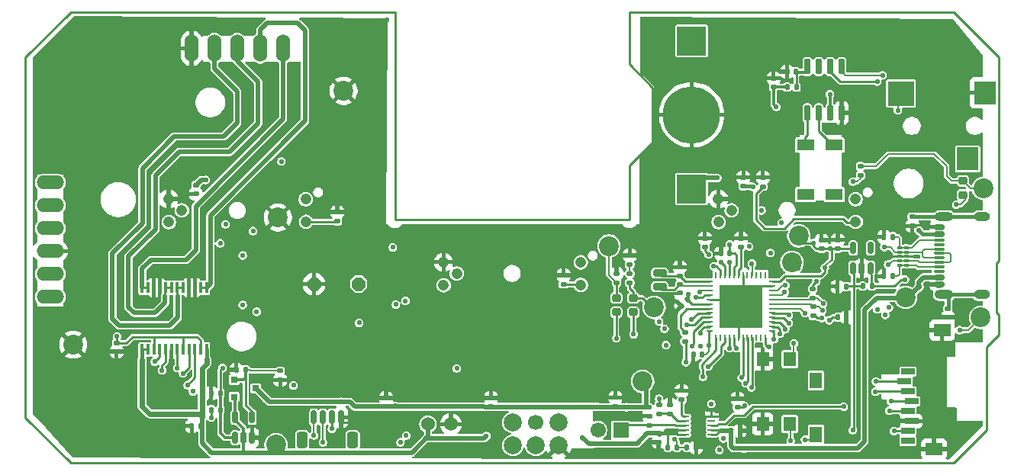
<source format=gbr>
%TF.GenerationSoftware,KiCad,Pcbnew,9.0.7*%
%TF.CreationDate,2026-01-30T16:58:59+00:00*%
%TF.ProjectId,FED3,46454433-2e6b-4696-9361-645f70636258,rev?*%
%TF.SameCoordinates,Original*%
%TF.FileFunction,Copper,L1,Top*%
%TF.FilePolarity,Positive*%
%FSLAX46Y46*%
G04 Gerber Fmt 4.6, Leading zero omitted, Abs format (unit mm)*
G04 Created by KiCad (PCBNEW 9.0.7) date 2026-01-30 16:58:59*
%MOMM*%
%LPD*%
G01*
G04 APERTURE LIST*
G04 Aperture macros list*
%AMRoundRect*
0 Rectangle with rounded corners*
0 $1 Rounding radius*
0 $2 $3 $4 $5 $6 $7 $8 $9 X,Y pos of 4 corners*
0 Add a 4 corners polygon primitive as box body*
4,1,4,$2,$3,$4,$5,$6,$7,$8,$9,$2,$3,0*
0 Add four circle primitives for the rounded corners*
1,1,$1+$1,$2,$3*
1,1,$1+$1,$4,$5*
1,1,$1+$1,$6,$7*
1,1,$1+$1,$8,$9*
0 Add four rect primitives between the rounded corners*
20,1,$1+$1,$2,$3,$4,$5,0*
20,1,$1+$1,$4,$5,$6,$7,0*
20,1,$1+$1,$6,$7,$8,$9,0*
20,1,$1+$1,$8,$9,$2,$3,0*%
%AMOutline5P*
0 Free polygon, 5 corners , with rotation*
0 The origin of the aperture is its center*
0 number of corners: always 5*
0 $1 to $10 corner X, Y*
0 $11 Rotation angle, in degrees counterclockwise*
0 create outline with 5 corners*
4,1,5,$1,$2,$3,$4,$5,$6,$7,$8,$9,$10,$1,$2,$11*%
%AMOutline6P*
0 Free polygon, 6 corners , with rotation*
0 The origin of the aperture is its center*
0 number of corners: always 6*
0 $1 to $12 corner X, Y*
0 $13 Rotation angle, in degrees counterclockwise*
0 create outline with 6 corners*
4,1,6,$1,$2,$3,$4,$5,$6,$7,$8,$9,$10,$11,$12,$1,$2,$13*%
%AMOutline7P*
0 Free polygon, 7 corners , with rotation*
0 The origin of the aperture is its center*
0 number of corners: always 7*
0 $1 to $14 corner X, Y*
0 $15 Rotation angle, in degrees counterclockwise*
0 create outline with 7 corners*
4,1,7,$1,$2,$3,$4,$5,$6,$7,$8,$9,$10,$11,$12,$13,$14,$1,$2,$15*%
%AMOutline8P*
0 Free polygon, 8 corners , with rotation*
0 The origin of the aperture is its center*
0 number of corners: always 8*
0 $1 to $16 corner X, Y*
0 $17 Rotation angle, in degrees counterclockwise*
0 create outline with 8 corners*
4,1,8,$1,$2,$3,$4,$5,$6,$7,$8,$9,$10,$11,$12,$13,$14,$15,$16,$1,$2,$17*%
G04 Aperture macros list end*
%TA.AperFunction,ComponentPad*%
%ADD10C,1.700000*%
%TD*%
%TA.AperFunction,ComponentPad*%
%ADD11R,1.200000X1.200000*%
%TD*%
%TA.AperFunction,SMDPad,CuDef*%
%ADD12C,2.000000*%
%TD*%
%TA.AperFunction,SMDPad,CuDef*%
%ADD13C,2.200000*%
%TD*%
%TA.AperFunction,SMDPad,CuDef*%
%ADD14R,2.400000X2.550000*%
%TD*%
%TA.AperFunction,SMDPad,CuDef*%
%ADD15R,2.900000X2.750000*%
%TD*%
%TA.AperFunction,SMDPad,CuDef*%
%ADD16RoundRect,0.150000X0.425000X-0.150000X0.425000X0.150000X-0.425000X0.150000X-0.425000X-0.150000X0*%
%TD*%
%TA.AperFunction,SMDPad,CuDef*%
%ADD17RoundRect,0.075000X0.500000X-0.075000X0.500000X0.075000X-0.500000X0.075000X-0.500000X-0.075000X0*%
%TD*%
%TA.AperFunction,HeatsinkPad*%
%ADD18O,2.100000X1.000000*%
%TD*%
%TA.AperFunction,HeatsinkPad*%
%ADD19O,1.800000X1.000000*%
%TD*%
%TA.AperFunction,ComponentPad*%
%ADD20C,1.208000*%
%TD*%
%TA.AperFunction,SMDPad,CuDef*%
%ADD21RoundRect,0.062500X0.350000X0.062500X-0.350000X0.062500X-0.350000X-0.062500X0.350000X-0.062500X0*%
%TD*%
%TA.AperFunction,HeatsinkPad*%
%ADD22C,0.510000*%
%TD*%
%TA.AperFunction,HeatsinkPad*%
%ADD23R,1.580000X2.350000*%
%TD*%
%TA.AperFunction,SMDPad,CuDef*%
%ADD24R,1.400000X1.600000*%
%TD*%
%TA.AperFunction,ComponentPad*%
%ADD25O,3.048000X1.524000*%
%TD*%
%TA.AperFunction,SMDPad,CuDef*%
%ADD26RoundRect,0.140000X-0.170000X0.140000X-0.170000X-0.140000X0.170000X-0.140000X0.170000X0.140000X0*%
%TD*%
%TA.AperFunction,SMDPad,CuDef*%
%ADD27RoundRect,0.140000X0.170000X-0.140000X0.170000X0.140000X-0.170000X0.140000X-0.170000X-0.140000X0*%
%TD*%
%TA.AperFunction,SMDPad,CuDef*%
%ADD28RoundRect,0.135000X-0.135000X-0.185000X0.135000X-0.185000X0.135000X0.185000X-0.135000X0.185000X0*%
%TD*%
%TA.AperFunction,SMDPad,CuDef*%
%ADD29RoundRect,0.200000X-0.550000X0.200000X-0.550000X-0.200000X0.550000X-0.200000X0.550000X0.200000X0*%
%TD*%
%TA.AperFunction,SMDPad,CuDef*%
%ADD30RoundRect,0.135000X0.135000X0.185000X-0.135000X0.185000X-0.135000X-0.185000X0.135000X-0.185000X0*%
%TD*%
%TA.AperFunction,SMDPad,CuDef*%
%ADD31RoundRect,0.135000X-0.185000X0.135000X-0.185000X-0.135000X0.185000X-0.135000X0.185000X0.135000X0*%
%TD*%
%TA.AperFunction,SMDPad,CuDef*%
%ADD32RoundRect,0.140000X0.140000X0.170000X-0.140000X0.170000X-0.140000X-0.170000X0.140000X-0.170000X0*%
%TD*%
%TA.AperFunction,SMDPad,CuDef*%
%ADD33R,3.200000X3.200000*%
%TD*%
%TA.AperFunction,SMDPad,CuDef*%
%ADD34RoundRect,3.175000X0.000010X-0.000010X0.000010X0.000010X-0.000010X0.000010X-0.000010X-0.000010X0*%
%TD*%
%TA.AperFunction,SMDPad,CuDef*%
%ADD35RoundRect,0.218750X-0.256250X0.218750X-0.256250X-0.218750X0.256250X-0.218750X0.256250X0.218750X0*%
%TD*%
%TA.AperFunction,SMDPad,CuDef*%
%ADD36RoundRect,0.135000X0.185000X-0.135000X0.185000X0.135000X-0.185000X0.135000X-0.185000X-0.135000X0*%
%TD*%
%TA.AperFunction,SMDPad,CuDef*%
%ADD37R,0.800000X0.700000*%
%TD*%
%TA.AperFunction,SMDPad,CuDef*%
%ADD38RoundRect,0.075000X0.200000X-0.075000X0.200000X0.075000X-0.200000X0.075000X-0.200000X-0.075000X0*%
%TD*%
%TA.AperFunction,SMDPad,CuDef*%
%ADD39R,0.400000X1.200000*%
%TD*%
%TA.AperFunction,SMDPad,CuDef*%
%ADD40R,1.900000X1.300000*%
%TD*%
%TA.AperFunction,SMDPad,CuDef*%
%ADD41RoundRect,0.150000X0.150000X-0.512500X0.150000X0.512500X-0.150000X0.512500X-0.150000X-0.512500X0*%
%TD*%
%TA.AperFunction,SMDPad,CuDef*%
%ADD42R,1.500000X0.700000*%
%TD*%
%TA.AperFunction,SMDPad,CuDef*%
%ADD43R,1.400000X1.800000*%
%TD*%
%TA.AperFunction,SMDPad,CuDef*%
%ADD44R,1.900000X1.400000*%
%TD*%
%TA.AperFunction,SMDPad,CuDef*%
%ADD45RoundRect,0.140000X-0.021213X0.219203X-0.219203X0.021213X0.021213X-0.219203X0.219203X-0.021213X0*%
%TD*%
%TA.AperFunction,SMDPad,CuDef*%
%ADD46RoundRect,0.150000X0.150000X-0.725000X0.150000X0.725000X-0.150000X0.725000X-0.150000X-0.725000X0*%
%TD*%
%TA.AperFunction,SMDPad,CuDef*%
%ADD47RoundRect,0.150000X0.150000X0.625000X-0.150000X0.625000X-0.150000X-0.625000X0.150000X-0.625000X0*%
%TD*%
%TA.AperFunction,HeatsinkPad*%
%ADD48RoundRect,0.250000X0.350000X0.650000X-0.350000X0.650000X-0.350000X-0.650000X0.350000X-0.650000X0*%
%TD*%
%TA.AperFunction,SMDPad,CuDef*%
%ADD49RoundRect,0.250000X0.350000X0.650000X-0.350000X0.650000X-0.350000X-0.650000X0.350000X-0.650000X0*%
%TD*%
%TA.AperFunction,SMDPad,CuDef*%
%ADD50R,0.750000X0.250000*%
%TD*%
%TA.AperFunction,SMDPad,CuDef*%
%ADD51R,0.250000X0.750000*%
%TD*%
%TA.AperFunction,SMDPad,CuDef*%
%ADD52R,4.700000X4.700000*%
%TD*%
%TA.AperFunction,SMDPad,CuDef*%
%ADD53RoundRect,0.140000X-0.140000X-0.170000X0.140000X-0.170000X0.140000X0.170000X-0.140000X0.170000X0*%
%TD*%
%TA.AperFunction,ComponentPad*%
%ADD54C,1.524000*%
%TD*%
%TA.AperFunction,ComponentPad*%
%ADD55Outline8P,-0.762000X0.315631X-0.315631X0.762000X0.315631X0.762000X0.762000X0.315631X0.762000X-0.315631X0.315631X-0.762000X-0.315631X-0.762000X-0.762000X-0.315631X180.000000*%
%TD*%
%TA.AperFunction,ComponentPad*%
%ADD56O,1.524000X3.048000*%
%TD*%
%TA.AperFunction,ComponentPad*%
%ADD57R,1.700000X1.700000*%
%TD*%
%TA.AperFunction,ViaPad*%
%ADD58C,0.550000*%
%TD*%
%TA.AperFunction,ViaPad*%
%ADD59C,0.600000*%
%TD*%
%TA.AperFunction,ViaPad*%
%ADD60C,0.700000*%
%TD*%
%TA.AperFunction,Conductor*%
%ADD61C,0.500000*%
%TD*%
%TA.AperFunction,Conductor*%
%ADD62C,0.254000*%
%TD*%
%TA.AperFunction,Conductor*%
%ADD63C,0.210000*%
%TD*%
%TA.AperFunction,Conductor*%
%ADD64C,0.450000*%
%TD*%
%TA.AperFunction,Conductor*%
%ADD65C,0.220000*%
%TD*%
%TA.AperFunction,Conductor*%
%ADD66C,0.230000*%
%TD*%
%TA.AperFunction,Conductor*%
%ADD67C,0.250000*%
%TD*%
%TA.AperFunction,Conductor*%
%ADD68C,0.260000*%
%TD*%
%TA.AperFunction,Conductor*%
%ADD69C,0.300000*%
%TD*%
%TA.AperFunction,Conductor*%
%ADD70C,0.350000*%
%TD*%
%TA.AperFunction,Conductor*%
%ADD71C,0.304800*%
%TD*%
%TA.AperFunction,Conductor*%
%ADD72C,0.406400*%
%TD*%
%TA.AperFunction,Conductor*%
%ADD73C,0.508000*%
%TD*%
%TA.AperFunction,Conductor*%
%ADD74C,0.400000*%
%TD*%
%TA.AperFunction,Conductor*%
%ADD75C,0.609600*%
%TD*%
%TA.AperFunction,Profile*%
%ADD76C,0.250000*%
%TD*%
G04 APERTURE END LIST*
D10*
%TO.P,J1,6,Pin_6*%
%TO.N,/Controller Stage/~{RESET}*%
X153662050Y-125569743D03*
D11*
%TO.P,J1,1,Pin_1*%
%TO.N,/Controller Stage/SWCLK*%
X148582050Y-128109743D03*
D10*
%TO.P,J1,2,Pin_2*%
%TO.N,+3V3*%
X148582050Y-125569743D03*
%TO.P,J1,5,Pin_5*%
%TO.N,GND*%
X153662050Y-128109743D03*
%TO.P,J1,4,Pin_4*%
%TO.N,unconnected-(J1-Pin_4-Pad4)*%
X151122050Y-125569743D03*
%TO.P,J1,3,Pin_3*%
%TO.N,/Controller Stage/SWDIO*%
X151122050Y-128109743D03*
%TD*%
D12*
%TO.P,TP13,1,1*%
%TO.N,/Controller Stage/SWCLK*%
X148582050Y-128109743D03*
%TD*%
%TO.P,TP14,1,1*%
%TO.N,/Controller Stage/SWDIO*%
X151122050Y-128109743D03*
%TD*%
%TO.P,TP15,1,1*%
%TO.N,+3V3*%
X148582050Y-125569743D03*
%TD*%
%TO.P,TP17,1,1*%
%TO.N,GND*%
X153662050Y-128109743D03*
%TD*%
%TO.P,TP16,1,1*%
%TO.N,/Controller Stage/~{RESET}*%
X153662050Y-125569743D03*
%TD*%
D13*
%TO.P,TP10,1,1*%
%TO.N,/Controller Stage/~{RESET}*%
X179525000Y-107775000D03*
%TD*%
%TO.P,TP9,1,1*%
%TO.N,/EN*%
X200500000Y-113900000D03*
%TD*%
%TO.P,TP6,1,1*%
%TO.N,Net-(CHG0-K)*%
X200775000Y-99550000D03*
%TD*%
%TO.P,TP1,1,1*%
%TO.N,+3V3*%
X180300000Y-104825000D03*
%TD*%
%TO.P,TP5,1,1*%
%TO.N,GND*%
X99800000Y-116900000D03*
%TD*%
%TO.P,TP2,1,1*%
%TO.N,/IOs Interface/VCCNEO*%
X162975000Y-121000000D03*
%TD*%
%TO.P,TP12,1,1*%
%TO.N,GND*%
X129800000Y-88725000D03*
%TD*%
%TO.P,TP11,1,1*%
%TO.N,GND*%
X122500000Y-102800000D03*
%TD*%
%TO.P,TP4,1,1*%
%TO.N,VUSB*%
X192150000Y-111650000D03*
%TD*%
%TO.P,TP3,1,1*%
%TO.N,VBat*%
X122300000Y-128025000D03*
%TD*%
%TO.P,TP8,1,1*%
%TO.N,Net-(L0-K)*%
X159225000Y-105950000D03*
%TD*%
%TO.P,TP7,1,1*%
%TO.N,Net-(L1-K)*%
X164250000Y-112775000D03*
%TD*%
D14*
%TO.P,EXT0,1,1*%
%TO.N,unconnected-(EXT0-Pad1)*%
X199044300Y-96289800D03*
D15*
%TO.P,EXT0,4,4*%
%TO.N,A0*%
X191644300Y-89039800D03*
D14*
%TO.P,EXT0,5,5*%
%TO.N,GND*%
X200944300Y-88939800D03*
%TD*%
D16*
%TO.P,J3,A1,GND*%
%TO.N,GND*%
X195854200Y-110233600D03*
%TO.P,J3,A4,VBUS*%
%TO.N,VUSB*%
X195854200Y-109433600D03*
D17*
%TO.P,J3,A5,CC1*%
%TO.N,/CC1*%
X195854200Y-108283600D03*
%TO.P,J3,A6,D+*%
%TO.N,D+*%
X195854200Y-107283600D03*
%TO.P,J3,A7,D-*%
%TO.N,D-*%
X195854200Y-106783600D03*
%TO.P,J3,A8,SBU1*%
%TO.N,unconnected-(J3-SBU1-PadA8)*%
X195854200Y-105783600D03*
D16*
%TO.P,J3,A9,VBUS*%
%TO.N,VUSB*%
X195854200Y-104633600D03*
%TO.P,J3,A12,GND*%
%TO.N,GND*%
X195854200Y-103833600D03*
%TO.P,J3,B1,GND*%
X195854200Y-103833600D03*
%TO.P,J3,B4,VBUS*%
%TO.N,VUSB*%
X195854200Y-104633600D03*
D17*
%TO.P,J3,B5,CC2*%
%TO.N,/CC2*%
X195854200Y-105283600D03*
%TO.P,J3,B6,D+*%
%TO.N,D+*%
X195854200Y-106283600D03*
%TO.P,J3,B7,D-*%
%TO.N,D-*%
X195854200Y-107783600D03*
%TO.P,J3,B8,SBU2*%
%TO.N,unconnected-(J3-SBU2-PadB8)*%
X195854200Y-108783600D03*
D16*
%TO.P,J3,B9,VBUS*%
%TO.N,VUSB*%
X195854200Y-109433600D03*
%TO.P,J3,B12,GND*%
%TO.N,GND*%
X195854200Y-110233600D03*
D18*
%TO.P,J3,S1,SHIELD*%
%TO.N,Net-(J3-SHIELD)*%
X196429200Y-111353600D03*
D19*
X200609200Y-111353600D03*
D18*
X196429200Y-102713600D03*
D19*
X200609200Y-102713600D03*
%TD*%
D20*
%TO.P,PI1,1,1*%
%TO.N,+3V3*%
X186601100Y-100763600D03*
%TO.P,PI1,2,2*%
%TO.N,Net-(PI1-Pad2)*%
X186621100Y-103273600D03*
%TO.P,PI1,3,3*%
%TO.N,+3V3*%
X171401100Y-103303600D03*
%TO.P,PI1,4,4*%
%TO.N,D6*%
X172851100Y-102003600D03*
%TO.P,PI1,5,5*%
%TO.N,GND*%
X171381100Y-100733600D03*
%TD*%
%TO.P,PI2,1,1*%
%TO.N,+3V3*%
X156101100Y-107763600D03*
%TO.P,PI2,2,2*%
%TO.N,Net-(PI2-Pad2)*%
X156121100Y-110273600D03*
%TO.P,PI2,3,3*%
%TO.N,+3V3*%
X140901100Y-110303600D03*
%TO.P,PI2,4,4*%
%TO.N,TX*%
X142351100Y-109003600D03*
%TO.P,PI2,5,5*%
%TO.N,GND*%
X140881100Y-107733600D03*
%TD*%
%TO.P,PI3,1,1*%
%TO.N,+3V3*%
X125601100Y-100763600D03*
%TO.P,PI3,2,2*%
%TO.N,Net-(PI3-Pad2)*%
X125621100Y-103273600D03*
%TO.P,PI3,3,3*%
%TO.N,+3V3*%
X110401100Y-103303600D03*
%TO.P,PI3,4,4*%
%TO.N,D5*%
X111851100Y-102003600D03*
%TO.P,PI3,5,5*%
%TO.N,GND*%
X110381100Y-100733600D03*
%TD*%
D21*
%TO.P,U3,1,VDD*%
%TO.N,VUSB*%
X170608100Y-126900000D03*
%TO.P,U3,2,VDD*%
X170608100Y-126400000D03*
%TO.P,U3,3,STAT1*%
%TO.N,Net-(U3-STAT1)*%
X170608100Y-125900000D03*
%TO.P,U3,4,STAT2*%
%TO.N,unconnected-(U3-STAT2-Pad4)*%
X170608100Y-125400000D03*
%TO.P,U3,5,VSS*%
%TO.N,GND*%
X170608100Y-124900000D03*
%TO.P,U3,6,PROG*%
%TO.N,Net-(U3-PROG)*%
X167733100Y-124900000D03*
%TO.P,U3,7,~{TE}*%
%TO.N,Net-(U3-~{TE})*%
X167733100Y-125400000D03*
%TO.P,U3,8,THERM*%
%TO.N,Net-(J2-Pin_1)*%
X167733100Y-125900000D03*
%TO.P,U3,9,VBAT*%
%TO.N,VBat*%
X167733100Y-126400000D03*
%TO.P,U3,10,VBAT*%
X167733100Y-126900000D03*
D22*
%TO.P,U3,11,EXPSD*%
%TO.N,GND*%
X169710600Y-126825000D03*
X169710600Y-125900000D03*
X169710600Y-124975000D03*
D23*
X169170600Y-125900000D03*
D22*
X168630600Y-126825000D03*
X168630600Y-125900000D03*
X168630600Y-124975000D03*
%TD*%
D24*
%TO.P,SW2,1,1*%
%TO.N,/Controller Stage/~{RESET}*%
X179300000Y-118525000D03*
X179300000Y-125725000D03*
%TO.P,SW2,2,2*%
%TO.N,GND*%
X176300000Y-118525000D03*
X176300000Y-125725000D03*
%TD*%
D25*
%TO.P,SCREEN0,1,Pin_1*%
%TO.N,/Controller Stage/D10*%
X97251100Y-98903600D03*
%TO.P,SCREEN0,2,Pin_2*%
%TO.N,/Controller Stage/D11*%
X97251100Y-101443600D03*
%TO.P,SCREEN0,3,Pin_3*%
%TO.N,/Controller Stage/D12*%
X97251100Y-103983600D03*
%TO.P,SCREEN0,4,Pin_4*%
%TO.N,GND*%
X97251100Y-106523600D03*
%TO.P,SCREEN0,5,Pin_5*%
%TO.N,unconnected-(SCREEN0-Pin_5-Pad5)*%
X97251100Y-109063600D03*
%TO.P,SCREEN0,6,Pin_6*%
%TO.N,+3V3*%
X97251100Y-111603600D03*
%TD*%
D26*
%TO.P,C18,1*%
%TO.N,Net-(U1-PA01{slash}EINT1{slash}SERCOM1.1)*%
X167100000Y-110220000D03*
%TO.P,C18,2*%
%TO.N,GND*%
X167100000Y-111180000D03*
%TD*%
D27*
%TO.P,C17,1*%
%TO.N,Net-(U1-PA00{slash}EINT0{slash}SERCOM1.0)*%
X167100000Y-109252500D03*
%TO.P,C17,2*%
%TO.N,GND*%
X167100000Y-108292500D03*
%TD*%
D28*
%TO.P,R17,1*%
%TO.N,D9*%
X167890000Y-128300000D03*
%TO.P,R17,2*%
%TO.N,GND*%
X168910000Y-128300000D03*
%TD*%
D26*
%TO.P,C21,1*%
%TO.N,Net-(J3-SHIELD)*%
X196860000Y-112890000D03*
%TO.P,C21,2*%
%TO.N,GND*%
X196860000Y-113850000D03*
%TD*%
D29*
%TO.P,X2,1,1*%
%TO.N,Net-(U1-PA00{slash}EINT0{slash}SERCOM1.0)*%
X164875000Y-108975000D03*
%TO.P,X2,2,2*%
%TO.N,Net-(U1-PA01{slash}EINT1{slash}SERCOM1.1)*%
X164875000Y-110475000D03*
%TD*%
D30*
%TO.P,R24,1*%
%TO.N,/CC2*%
X190756000Y-104927400D03*
%TO.P,R24,2*%
%TO.N,GND*%
X189736000Y-104927400D03*
%TD*%
D28*
%TO.P,R6,1*%
%TO.N,+3V3*%
X179010000Y-88300000D03*
%TO.P,R6,2*%
%TO.N,Net-(IC4-VDD)*%
X180030000Y-88300000D03*
%TD*%
D31*
%TO.P,R25,1*%
%TO.N,Net-(J3-SHIELD)*%
X192900000Y-102710000D03*
%TO.P,R25,2*%
%TO.N,GND*%
X192900000Y-103730000D03*
%TD*%
D27*
%TO.P,C10,1*%
%TO.N,/IOs Interface/VCCNEO*%
X174155500Y-99292400D03*
%TO.P,C10,2*%
%TO.N,GND*%
X174155500Y-98332400D03*
%TD*%
D32*
%TO.P,C1,1*%
%TO.N,Net-(IC4-VDD)*%
X179980000Y-86600000D03*
%TO.P,C1,2*%
%TO.N,GND*%
X179020000Y-86600000D03*
%TD*%
D33*
%TO.P,B1,1,+*%
%TO.N,unconnected-(B1-+-Pad1)*%
X168415100Y-83170200D03*
%TO.P,B1,2,+*%
%TO.N,Net-(IC4-VBAT)*%
X168415100Y-99621000D03*
D34*
%TO.P,B1,3,-*%
%TO.N,GND*%
X168415100Y-91395600D03*
%TD*%
D35*
%TO.P,CHG0,1,K*%
%TO.N,Net-(CHG0-K)*%
X198500000Y-98712500D03*
%TO.P,CHG0,2,A*%
%TO.N,VUSB*%
X198500000Y-100287500D03*
%TD*%
%TO.P,L1,1,K*%
%TO.N,Net-(L1-K)*%
X161940000Y-111732500D03*
%TO.P,L1,2,A*%
%TO.N,D8*%
X161940000Y-113307500D03*
%TD*%
D31*
%TO.P,R5,1*%
%TO.N,/Controller Stage/SDA*%
X181900000Y-112690000D03*
%TO.P,R5,2*%
%TO.N,+3V3*%
X181900000Y-113710000D03*
%TD*%
D36*
%TO.P,R14,1*%
%TO.N,Net-(U3-PROG)*%
X167309800Y-123038400D03*
%TO.P,R14,2*%
%TO.N,GND*%
X167309800Y-122018400D03*
%TD*%
D27*
%TO.P,C8,1*%
%TO.N,/IOs Interface/VCCNEO*%
X134500000Y-123780000D03*
%TO.P,C8,2*%
%TO.N,GND*%
X134500000Y-122820000D03*
%TD*%
D37*
%TO.P,Q1,P$1,G*%
%TO.N,Net-(IC1-P$4)*%
X117650000Y-120812500D03*
%TO.P,Q1,P$2,S*%
%TO.N,VBat*%
X117650000Y-122712500D03*
%TO.P,Q1,P$3,D*%
%TO.N,/IOs Interface/VCCNEO*%
X120050000Y-121762500D03*
%TD*%
D38*
%TO.P,D1,1,D1+*%
%TO.N,/CC1*%
X192227200Y-108121200D03*
%TO.P,D1,2,D1-*%
%TO.N,D-*%
X192227200Y-107621200D03*
%TO.P,D1,3,GND*%
%TO.N,GND*%
X192227200Y-107121200D03*
%TO.P,D1,4,D2+*%
%TO.N,D+*%
X192227200Y-106621200D03*
%TO.P,D1,5,D2-*%
%TO.N,/CC2*%
X192227200Y-106121200D03*
%TO.P,D1,6,NC*%
X191457200Y-106121200D03*
%TO.P,D1,7,NC*%
%TO.N,D+*%
X191457200Y-106621200D03*
%TO.P,D1,8,GND*%
%TO.N,GND*%
X191457200Y-107121200D03*
%TO.P,D1,9,NC*%
%TO.N,D-*%
X191457200Y-107621200D03*
%TO.P,D1,10,NC*%
%TO.N,/CC1*%
X191457200Y-108121200D03*
%TD*%
D27*
%TO.P,C6,1*%
%TO.N,/IOs Interface/VCCNEO*%
X159950000Y-123730000D03*
%TO.P,C6,2*%
%TO.N,GND*%
X159950000Y-122770000D03*
%TD*%
D26*
%TO.P,C3,1*%
%TO.N,+3V3*%
X104600000Y-116720000D03*
%TO.P,C3,2*%
%TO.N,GND*%
X104600000Y-117680000D03*
%TD*%
%TO.P,C16,1*%
%TO.N,VBat*%
X164750000Y-126770000D03*
%TO.P,C16,2*%
%TO.N,GND*%
X164750000Y-127730000D03*
%TD*%
D36*
%TO.P,R12,1*%
%TO.N,Net-(LED1-DI)*%
X167670000Y-116535000D03*
%TO.P,R12,2*%
%TO.N,A1*%
X167670000Y-115515000D03*
%TD*%
D39*
%TO.P,IC2,1,AOUT1@1*%
%TO.N,/PINK*%
X114586100Y-110581600D03*
%TO.P,IC2,2,AOUT1@2*%
X113936100Y-110581600D03*
%TO.P,IC2,3,PGND1@1*%
%TO.N,GND*%
X113286100Y-110581600D03*
%TO.P,IC2,4,PGND1@2*%
X112636100Y-110581600D03*
%TO.P,IC2,5,AOUT2@1*%
%TO.N,/ORANGE*%
X111986100Y-110581600D03*
%TO.P,IC2,6,AOUT2@2*%
X111336100Y-110581600D03*
%TO.P,IC2,7,BOUT2@1*%
%TO.N,/YELLOW*%
X110686100Y-110581600D03*
%TO.P,IC2,8,BOUT2@2*%
X110036100Y-110581600D03*
%TO.P,IC2,9,PGND2@1*%
%TO.N,GND*%
X109386100Y-110581600D03*
%TO.P,IC2,10,PGND2@2*%
X108736100Y-110581600D03*
%TO.P,IC2,11,BOUT1@1*%
%TO.N,/BLUE*%
X108086100Y-110581600D03*
%TO.P,IC2,12,BOUT1@2*%
X107436100Y-110581600D03*
%TO.P,IC2,13,VM@2*%
%TO.N,VBat*%
X107436100Y-117421600D03*
%TO.P,IC2,14,VM@3*%
X108086100Y-117421600D03*
%TO.P,IC2,15,PWMB*%
%TO.N,+3V3*%
X108736100Y-117421600D03*
%TO.P,IC2,16,BIN2*%
%TO.N,A5*%
X109386100Y-117421600D03*
%TO.P,IC2,17,BIN1*%
%TO.N,A4*%
X110036100Y-117421600D03*
%TO.P,IC2,18,GND@1*%
%TO.N,GND*%
X110686100Y-117421600D03*
%TO.P,IC2,19,STBY*%
%TO.N,D13*%
X111336100Y-117421600D03*
%TO.P,IC2,20,VCC*%
%TO.N,+3V3*%
X111986100Y-117421600D03*
%TO.P,IC2,21,AIN1*%
%TO.N,A3*%
X112636100Y-117421600D03*
%TO.P,IC2,22,AIN2*%
%TO.N,A2*%
X113286100Y-117421600D03*
%TO.P,IC2,23,PWMA*%
%TO.N,+3V3*%
X113936100Y-117421600D03*
%TO.P,IC2,24,VM@1*%
%TO.N,VBat*%
X114586100Y-117421600D03*
%TD*%
D30*
%TO.P,R23,1*%
%TO.N,/CC1*%
X190756000Y-109321600D03*
%TO.P,R23,2*%
%TO.N,GND*%
X189736000Y-109321600D03*
%TD*%
D40*
%TO.P,X1,1,1*%
%TO.N,Net-(IC4-XI)*%
X181039100Y-94741600D03*
%TO.P,X1,2,2*%
%TO.N,unconnected-(X1-Pad2)*%
X181039100Y-100241600D03*
%TO.P,X1,3,3*%
%TO.N,unconnected-(X1-Pad3)*%
X184239100Y-100241600D03*
%TO.P,X1,4,4*%
%TO.N,Net-(IC4-XO)*%
X184239100Y-94741600D03*
%TD*%
D28*
%TO.P,R8,1*%
%TO.N,GND*%
X115090000Y-122300000D03*
%TO.P,R8,2*%
%TO.N,D13*%
X116110000Y-122300000D03*
%TD*%
D41*
%TO.P,IC1,1,P$1*%
%TO.N,D13*%
X117750000Y-127237500D03*
%TO.P,IC1,2,P$2*%
%TO.N,VBat*%
X118700000Y-127237500D03*
%TO.P,IC1,3,P$3*%
%TO.N,GND*%
X119650000Y-127237500D03*
%TO.P,IC1,4,P$4*%
%TO.N,Net-(IC1-P$4)*%
X119650000Y-124962500D03*
%TO.P,IC1,5,P$5*%
%TO.N,VBat*%
X117750000Y-124962500D03*
%TD*%
D27*
%TO.P,C19,1*%
%TO.N,Net-(U1-VDDCORE)*%
X173880000Y-106067500D03*
%TO.P,C19,2*%
%TO.N,GND*%
X173880000Y-105107500D03*
%TD*%
D42*
%TO.P,X4,1,DAT2*%
%TO.N,unconnected-(X4-DAT2-Pad1)*%
X192410000Y-119900000D03*
%TO.P,X4,2,CS*%
%TO.N,/Controller Stage/SD_CS*%
X192010000Y-121000000D03*
%TO.P,X4,3,DATA_IN*%
%TO.N,/Controller Stage/MOSI*%
X192410000Y-122100000D03*
%TO.P,X4,4,SD_VDD*%
%TO.N,+3V3*%
X192810000Y-123200000D03*
%TO.P,X4,5,SCLK*%
%TO.N,/Controller Stage/SCK*%
X192410000Y-124300000D03*
%TO.P,X4,6,GND@3*%
%TO.N,GND*%
X192810000Y-125400000D03*
%TO.P,X4,7,DATA_OUT*%
%TO.N,/Controller Stage/MISO*%
X192410000Y-126500000D03*
%TO.P,X4,8,DAT1*%
%TO.N,unconnected-(X4-DAT1-Pad8)*%
X192410000Y-127600000D03*
D43*
%TO.P,X4,CD1,CARD_DETECT*%
%TO.N,/Controller Stage/D7*%
X182210000Y-126900000D03*
%TO.P,X4,CD2,CARD_DETECT1*%
%TO.N,unconnected-(X4-CARD_DETECT1-PadCD2)*%
X182210000Y-120900000D03*
D44*
%TO.P,X4,MT1,GND@2*%
%TO.N,GND*%
X195310000Y-128500000D03*
%TO.P,X4,MT2,GND@1*%
X196210000Y-115300000D03*
%TD*%
D45*
%TO.P,C23,1*%
%TO.N,+3V3*%
X167959411Y-111940589D03*
%TO.P,C23,2*%
%TO.N,GND*%
X167280589Y-112619411D03*
%TD*%
D36*
%TO.P,R15,1*%
%TO.N,Net-(L0-K)*%
X160080000Y-110030000D03*
%TO.P,R15,2*%
%TO.N,GND*%
X160080000Y-109010000D03*
%TD*%
D28*
%TO.P,R11,1*%
%TO.N,VBat*%
X187390000Y-110400000D03*
%TO.P,R11,2*%
%TO.N,/EN*%
X188410000Y-110400000D03*
%TD*%
D35*
%TO.P,L0,1,K*%
%TO.N,Net-(L0-K)*%
X160050000Y-111732500D03*
%TO.P,L0,2,A*%
%TO.N,D13*%
X160050000Y-113307500D03*
%TD*%
D46*
%TO.P,IC4,1,XI*%
%TO.N,Net-(IC4-XI)*%
X181242100Y-91176600D03*
%TO.P,IC4,2,XO*%
%TO.N,Net-(IC4-XO)*%
X182512100Y-91176600D03*
%TO.P,IC4,3,VBAT*%
%TO.N,Net-(IC4-VBAT)*%
X183782100Y-91176600D03*
%TO.P,IC4,4,VSS*%
%TO.N,GND*%
X185052100Y-91176600D03*
%TO.P,IC4,5,SDA*%
%TO.N,/Controller Stage/SDA*%
X185052100Y-86026600D03*
%TO.P,IC4,6,SCL*%
%TO.N,/Controller Stage/SCL*%
X183782100Y-86026600D03*
%TO.P,IC4,7,~{INT1/CLK}*%
%TO.N,/Controller Stage/SQW*%
X182512100Y-86026600D03*
%TO.P,IC4,8,VDD*%
%TO.N,Net-(IC4-VDD)*%
X181242100Y-86026600D03*
%TD*%
D27*
%TO.P,C15,1*%
%TO.N,+3V3*%
X184625000Y-106230000D03*
%TO.P,C15,2*%
%TO.N,GND*%
X184625000Y-105270000D03*
%TD*%
%TO.P,C7,1*%
%TO.N,/IOs Interface/VCCNEO*%
X146150000Y-123780000D03*
%TO.P,C7,2*%
%TO.N,GND*%
X146150000Y-122820000D03*
%TD*%
D47*
%TO.P,AUX_I2C0,1,Pin_1*%
%TO.N,GND*%
X129500000Y-124975000D03*
%TO.P,AUX_I2C0,2,Pin_2*%
%TO.N,+3V3*%
X128500000Y-124975000D03*
%TO.P,AUX_I2C0,3,Pin_3*%
%TO.N,/Controller Stage/SDA*%
X127500000Y-124975000D03*
%TO.P,AUX_I2C0,4,Pin_4*%
%TO.N,/Controller Stage/SCL*%
X126500000Y-124975000D03*
D48*
%TO.P,AUX_I2C0,5,Pin_5*%
%TO.N,unconnected-(AUX_I2C0-Pin_5-Pad5)*%
X130800000Y-127500000D03*
D49*
%TO.N,unconnected-(AUX_I2C0-Pin_5-Pad5)_1*%
X125200000Y-127500000D03*
%TD*%
D32*
%TO.P,C4,1*%
%TO.N,VBat*%
X113905000Y-125950000D03*
%TO.P,C4,2*%
%TO.N,GND*%
X112945000Y-125950000D03*
%TD*%
D27*
%TO.P,C12,1*%
%TO.N,/Controller Stage/AREF*%
X169880000Y-106067500D03*
%TO.P,C12,2*%
%TO.N,GND*%
X169880000Y-105107500D03*
%TD*%
D30*
%TO.P,R16,1*%
%TO.N,D9*%
X166795400Y-128300000D03*
%TO.P,R16,2*%
%TO.N,VBat*%
X165775400Y-128300000D03*
%TD*%
D36*
%TO.P,R13,1*%
%TO.N,Net-(R13-Pad1)*%
X161550000Y-108010000D03*
%TO.P,R13,2*%
%TO.N,GND*%
X161550000Y-106990000D03*
%TD*%
D50*
%TO.P,U1,1,PA00/EINT0/SERCOM1.0*%
%TO.N,Net-(U1-PA00{slash}EINT0{slash}SERCOM1.0)*%
X170375000Y-109887500D03*
%TO.P,U1,2,PA01/EINT1/SERCOM1.1*%
%TO.N,Net-(U1-PA01{slash}EINT1{slash}SERCOM1.1)*%
X170375000Y-110387500D03*
%TO.P,U1,3,PA02/EINT2/AIN0/Y0/VOUT*%
%TO.N,A0*%
X170375000Y-110887500D03*
%TO.P,U1,4,PA03/EINT3/VREFA/AIN1*%
%TO.N,/Controller Stage/AREF*%
X170375000Y-111387500D03*
%TO.P,U1,5,GNDA*%
%TO.N,GND*%
X170375000Y-111887500D03*
%TO.P,U1,6,VDDA*%
%TO.N,+3V3*%
X170375000Y-112387500D03*
%TO.P,U1,7,PB08/I8/AIN2/SERCOM4.0*%
%TO.N,A1*%
X170375000Y-112887500D03*
%TO.P,U1,8,PB09/I9/AIN3/SERCOM4.1*%
%TO.N,A2*%
X170375000Y-113387500D03*
%TO.P,U1,9,PA04/EINT4/VREFB/AIN4/SERCOM0.0*%
%TO.N,A3*%
X170375000Y-113887500D03*
%TO.P,U1,10,PA05/EINT5/AIN5/SERCOM0.1*%
%TO.N,A4*%
X170375000Y-114387500D03*
%TO.P,U1,11,PA06/EINT6/AIN6/SERCOM0.2*%
%TO.N,D8*%
X170375000Y-114887500D03*
%TO.P,U1,12,PA07/I7/AIN7/SERCOM0.3/I2SD0*%
%TO.N,D9*%
X170375000Y-115387500D03*
D51*
%TO.P,U1,13,PA08/I2C/AIN16/SERCOM0+2.0/I2SD1*%
%TO.N,/Controller Stage/SD_CS*%
X171100000Y-116112500D03*
%TO.P,U1,14,PA09/I2C/I9/AIN17/SERCOM0+2.1/I2SMC*%
%TO.N,unconnected-(U1-PA09{slash}I2C{slash}I9{slash}AIN17{slash}SERCOM0+2.1{slash}I2SMC-Pad14)*%
X171600000Y-116112500D03*
%TO.P,U1,15,PA10/I10/AIN18/SERCOM0+2.2/I2SCK*%
%TO.N,TX*%
X172100000Y-116112500D03*
%TO.P,U1,16,PA11/I11/AIN19/SERCOM0+2.3/I2SF0*%
%TO.N,RX*%
X172600000Y-116112500D03*
%TO.P,U1,17,VDDIO*%
%TO.N,+3V3*%
X173100000Y-116112500D03*
%TO.P,U1,18,GND*%
%TO.N,GND*%
X173600000Y-116112500D03*
%TO.P,U1,19,PB10/I10/SERCOM4.2/I2SMC*%
%TO.N,/Controller Stage/MOSI*%
X174100000Y-116112500D03*
%TO.P,U1,20,PB11/I11/SERCOM4.3/I2SCL*%
%TO.N,/Controller Stage/SCK*%
X174600000Y-116112500D03*
%TO.P,U1,21,PA12/I12/I2C/SERCOM2+4.0*%
%TO.N,/Controller Stage/MISO*%
X175100000Y-116112500D03*
%TO.P,U1,22,PA13/I13/I2C/SERCOM2+4.1*%
%TO.N,unconnected-(U1-PA13{slash}I13{slash}I2C{slash}SERCOM2+4.1-Pad22)*%
X175600000Y-116112500D03*
%TO.P,U1,23,PA14/I14/SERCOM2+4.2*%
%TO.N,unconnected-(U1-PA14{slash}I14{slash}SERCOM2+4.2-Pad23)*%
X176100000Y-116112500D03*
%TO.P,U1,24,PA15/I15/SERCOM3+4.3*%
%TO.N,D5*%
X176600000Y-116112500D03*
D50*
%TO.P,U1,25,PA16/I2C/I0/SERCOM1+3.0*%
%TO.N,/Controller Stage/D11*%
X177325000Y-115387500D03*
%TO.P,U1,26,PA17/I2C/I1/SERCOM1+3.1*%
%TO.N,D13*%
X177325000Y-114887500D03*
%TO.P,U1,27,PA18/I2/SERCOM1+3.2*%
%TO.N,/Controller Stage/D10*%
X177325000Y-114387500D03*
%TO.P,U1,28,PA19/I3/SERCOM1+3.3/I2SD0*%
%TO.N,/Controller Stage/D12*%
X177325000Y-113887500D03*
%TO.P,U1,29,PA20/I4/SERCOM3+5.2/I2SSC*%
%TO.N,D6*%
X177325000Y-113387500D03*
%TO.P,U1,30,PA21/I5/SERCOM3+5.3/I2SFS0*%
%TO.N,/Controller Stage/D7*%
X177325000Y-112887500D03*
%TO.P,U1,31,PA22/I2C/I6/SERCOM3+5.0*%
%TO.N,/Controller Stage/SDA*%
X177325000Y-112387500D03*
%TO.P,U1,32,PA23/I2C/I7/SERCOM3+5.1/SOF*%
%TO.N,/Controller Stage/SCL*%
X177325000Y-111887500D03*
%TO.P,U1,33,PA24/I12/SERCOM3+5.2/D-*%
%TO.N,D-*%
X177325000Y-111387500D03*
%TO.P,U1,34,PA25/I13/SERCOM3+5.3/D+*%
%TO.N,D+*%
X177325000Y-110887500D03*
%TO.P,U1,35,GND*%
%TO.N,GND*%
X177325000Y-110387500D03*
%TO.P,U1,36,VDDIO*%
%TO.N,+3V3*%
X177325000Y-109887500D03*
D51*
%TO.P,U1,37,PB22/I6/SERCOM5.2*%
%TO.N,unconnected-(U1-PB22{slash}I6{slash}SERCOM5.2-Pad37)*%
X176600000Y-109162500D03*
%TO.P,U1,38,PB23/I7/SERCOM5.3*%
%TO.N,unconnected-(U1-PB23{slash}I7{slash}SERCOM5.3-Pad38)*%
X176100000Y-109162500D03*
%TO.P,U1,39,PA27/I15*%
%TO.N,unconnected-(U1-PA27{slash}I15-Pad39)*%
X175600000Y-109162500D03*
%TO.P,U1,40,/RESET*%
%TO.N,/Controller Stage/~{RESET}*%
X175100000Y-109162500D03*
%TO.P,U1,41,PA28/I8*%
%TO.N,unconnected-(U1-PA28{slash}I8-Pad41)*%
X174600000Y-109162500D03*
%TO.P,U1,42,GND*%
%TO.N,GND*%
X174100000Y-109162500D03*
%TO.P,U1,43,VDDCORE*%
%TO.N,Net-(U1-VDDCORE)*%
X173600000Y-109162500D03*
%TO.P,U1,44,VDDIN*%
%TO.N,+3V3*%
X173100000Y-109162500D03*
%TO.P,U1,45,PA30/I10/SECOM1.2/SWCLK*%
%TO.N,/Controller Stage/SWCLK*%
X172600000Y-109162500D03*
%TO.P,U1,46,PA31/I11/SECOM1.3/SWDIO*%
%TO.N,/Controller Stage/SWDIO*%
X172100000Y-109162500D03*
%TO.P,U1,47,PB02/I2/AIN10/SERCOM5.0*%
%TO.N,A5*%
X171600000Y-109162500D03*
%TO.P,U1,48,PB03/I3/AIN11/SERCOM5.1*%
%TO.N,unconnected-(U1-PB03{slash}I3{slash}AIN11{slash}SERCOM5.1-Pad48)*%
X171100000Y-109162500D03*
D52*
%TO.P,U1,49,GND*%
%TO.N,GND*%
X173850000Y-112637500D03*
%TD*%
D27*
%TO.P,C2,1*%
%TO.N,+3V3*%
X177500000Y-88280000D03*
%TO.P,C2,2*%
%TO.N,GND*%
X177500000Y-87320000D03*
%TD*%
D53*
%TO.P,C14,1*%
%TO.N,+3V3*%
X184620000Y-113850000D03*
%TO.P,C14,2*%
%TO.N,GND*%
X185580000Y-113850000D03*
%TD*%
D54*
%TO.P,X3,1,Pin_1*%
%TO.N,GND*%
X141694300Y-125736400D03*
%TO.P,X3,2,Pin_2*%
%TO.N,VBat*%
X139154300Y-125736400D03*
%TD*%
D32*
%TO.P,C22,1*%
%TO.N,D9*%
X169550000Y-117980000D03*
%TO.P,C22,2*%
%TO.N,GND*%
X168590000Y-117980000D03*
%TD*%
D27*
%TO.P,C13,1*%
%TO.N,+3V3*%
X182825000Y-106280000D03*
%TO.P,C13,2*%
%TO.N,GND*%
X182825000Y-105320000D03*
%TD*%
D31*
%TO.P,R10,1*%
%TO.N,Net-(CHG0-K)*%
X187150000Y-97100000D03*
%TO.P,R10,2*%
%TO.N,Net-(U3-STAT1)*%
X187150000Y-98120000D03*
%TD*%
%TO.P,R21,1*%
%TO.N,Net-(R13-Pad1)*%
X161550000Y-109010000D03*
%TO.P,R21,2*%
%TO.N,Net-(L1-K)*%
X161550000Y-110030000D03*
%TD*%
%TO.P,R4,1*%
%TO.N,+3V3*%
X181850000Y-110690000D03*
%TO.P,R4,2*%
%TO.N,/Controller Stage/SCL*%
X181850000Y-111710000D03*
%TD*%
D36*
%TO.P,R9,1*%
%TO.N,GND*%
X122760000Y-120840000D03*
%TO.P,R9,2*%
%TO.N,Net-(IC1-P$4)*%
X122760000Y-119820000D03*
%TD*%
%TO.P,R20,1*%
%TO.N,Net-(J2-Pin_1)*%
X163700000Y-125860000D03*
%TO.P,R20,2*%
%TO.N,GND*%
X163700000Y-124840000D03*
%TD*%
%TO.P,R1,1*%
%TO.N,Net-(PI3-Pad2)*%
X129100000Y-103210000D03*
%TO.P,R1,2*%
%TO.N,GND*%
X129100000Y-102190000D03*
%TD*%
%TO.P,R18,1*%
%TO.N,Net-(U3-~{TE})*%
X164800000Y-124585000D03*
%TO.P,R18,2*%
%TO.N,VBat*%
X164800000Y-123565000D03*
%TD*%
%TO.P,R3,1*%
%TO.N,Net-(PI1-Pad2)*%
X176309100Y-99353600D03*
%TO.P,R3,2*%
%TO.N,GND*%
X176309100Y-98333600D03*
%TD*%
D32*
%TO.P,C11,1*%
%TO.N,VBat*%
X185530000Y-110450000D03*
%TO.P,C11,2*%
%TO.N,GND*%
X184570000Y-110450000D03*
%TD*%
D36*
%TO.P,R19,1*%
%TO.N,Net-(U3-~{TE})*%
X166000000Y-124585000D03*
%TO.P,R19,2*%
%TO.N,GND*%
X166000000Y-123565000D03*
%TD*%
D55*
%TO.P,BZ1,1,+*%
%TO.N,RX*%
X131459200Y-110180000D03*
%TO.P,BZ1,2,-*%
%TO.N,GND*%
X126510000Y-110180000D03*
%TD*%
D32*
%TO.P,C24,1*%
%TO.N,+3V3*%
X172640000Y-106780000D03*
%TO.P,C24,2*%
%TO.N,GND*%
X171680000Y-106780000D03*
%TD*%
D56*
%TO.P,MOTOR0,1,Pin_1*%
%TO.N,GND*%
X112921100Y-84003600D03*
%TO.P,MOTOR0,2,Pin_2*%
%TO.N,/ORANGE*%
X115461100Y-84003600D03*
%TO.P,MOTOR0,3,Pin_3*%
%TO.N,/YELLOW*%
X118001100Y-84003600D03*
%TO.P,MOTOR0,4,Pin_4*%
%TO.N,/PINK*%
X120541100Y-84003600D03*
%TO.P,MOTOR0,5,Pin_5*%
%TO.N,/BLUE*%
X123081100Y-84003600D03*
%TD*%
D28*
%TO.P,R22,1*%
%TO.N,GND*%
X117880000Y-119700000D03*
%TO.P,R22,2*%
%TO.N,Net-(IC1-P$4)*%
X118900000Y-119700000D03*
%TD*%
D53*
%TO.P,C20,1*%
%TO.N,VUSB*%
X172820000Y-126475000D03*
%TO.P,C20,2*%
%TO.N,GND*%
X173780000Y-126475000D03*
%TD*%
D27*
%TO.P,C5,1*%
%TO.N,/IOs Interface/VCCNEO*%
X173500000Y-123880000D03*
%TO.P,C5,2*%
%TO.N,GND*%
X173500000Y-122920000D03*
%TD*%
D36*
%TO.P,R2,1*%
%TO.N,Net-(PI2-Pad2)*%
X154200000Y-110210000D03*
%TO.P,R2,2*%
%TO.N,GND*%
X154200000Y-109190000D03*
%TD*%
D26*
%TO.P,C9,1*%
%TO.N,/IOs Interface/VCCNEO*%
X113390000Y-99210000D03*
%TO.P,C9,2*%
%TO.N,GND*%
X113390000Y-100170000D03*
%TD*%
D30*
%TO.P,R7,1*%
%TO.N,D13*%
X116110000Y-124150000D03*
%TO.P,R7,2*%
%TO.N,+3V3*%
X115090000Y-124150000D03*
%TD*%
D57*
%TO.P,J2,1,Pin_1*%
%TO.N,Net-(J2-Pin_1)*%
X160550000Y-126400000D03*
D10*
%TO.P,J2,2,Pin_2*%
%TO.N,VUSB*%
X158010000Y-126400000D03*
%TD*%
D41*
%TO.P,U2,1,IN*%
%TO.N,VBat*%
X186350000Y-108437500D03*
%TO.P,U2,2,GND*%
%TO.N,GND*%
X187300000Y-108437500D03*
%TO.P,U2,3,EN*%
%TO.N,/EN*%
X188250000Y-108437500D03*
%TO.P,U2,4,P4*%
%TO.N,unconnected-(U2-P4-Pad4)*%
X188250000Y-106162500D03*
%TO.P,U2,5,OUT*%
%TO.N,+3V3*%
X186350000Y-106162500D03*
%TD*%
D58*
%TO.N,VBat*%
X145625000Y-127050000D03*
X156300000Y-127200000D03*
%TO.N,/EN*%
X198150000Y-115300000D03*
%TO.N,D+*%
X178825000Y-110325000D03*
%TO.N,GND*%
X179600000Y-110000000D03*
X181150000Y-109900000D03*
X161400000Y-120785000D03*
X124050000Y-128050000D03*
X192675000Y-109150000D03*
%TO.N,/EN*%
X192075000Y-109675000D03*
%TO.N,GND*%
X169200000Y-109075000D03*
%TO.N,/Controller Stage/AREF*%
X170300000Y-106900000D03*
%TO.N,A3*%
X165575000Y-116965000D03*
%TO.N,GND*%
X110720000Y-122420000D03*
X197034500Y-90526000D03*
X194560000Y-110390000D03*
X181840000Y-103990000D03*
X184800000Y-118450000D03*
X187050000Y-112350000D03*
X171210000Y-124250000D03*
X163750000Y-86250000D03*
X198130000Y-113700000D03*
X141290000Y-128230000D03*
X138025000Y-111225000D03*
X162800000Y-124941002D03*
X131600000Y-98850000D03*
X117300000Y-86600000D03*
X108825000Y-94375000D03*
X197410000Y-124400000D03*
X181920000Y-104830000D03*
X185700000Y-127350000D03*
X110525000Y-112900000D03*
X109000000Y-108700000D03*
X187300000Y-105940000D03*
X188975000Y-127500000D03*
X199075000Y-126750000D03*
X128800000Y-91450000D03*
X193750000Y-115300000D03*
X192680000Y-104840000D03*
X173350000Y-118700000D03*
X174925000Y-114575000D03*
X147852894Y-103795731D03*
X115680000Y-100530000D03*
D59*
X155050000Y-111000000D03*
D58*
X160700000Y-107000000D03*
X114550000Y-112050000D03*
X170290000Y-122320000D03*
X112075000Y-114975000D03*
X145100000Y-125800000D03*
X173150000Y-114500000D03*
X112225000Y-108875000D03*
X137400000Y-120600000D03*
X187900000Y-89425000D03*
X164500000Y-119500000D03*
D59*
X158260000Y-114970000D03*
D58*
X185250000Y-89350000D03*
X97025000Y-86825000D03*
X193600000Y-128500000D03*
X103725000Y-88225000D03*
X177875000Y-123125000D03*
X179951900Y-91029400D03*
X186000000Y-97800000D03*
X177050000Y-95825000D03*
X190373000Y-107111800D03*
X112675000Y-123250000D03*
X121910000Y-98440000D03*
X160070000Y-108050000D03*
X182275000Y-115400000D03*
X152700000Y-108700000D03*
X133283100Y-86415600D03*
X175735500Y-91029400D03*
X143050000Y-111400000D03*
X158550000Y-111650000D03*
X182300000Y-122900000D03*
X103725000Y-98300000D03*
X166700000Y-103700000D03*
X161125000Y-122900000D03*
X122710000Y-121850000D03*
X98815300Y-96778800D03*
X105475000Y-83975000D03*
X129175000Y-100975000D03*
X174000000Y-96000000D03*
X122225000Y-112425000D03*
X113800000Y-129000000D03*
X196340000Y-120170000D03*
X125041765Y-120429854D03*
X149650000Y-120850000D03*
X194310000Y-103530000D03*
X121210000Y-124490000D03*
X126600000Y-86600000D03*
X126250000Y-80900000D03*
X132500000Y-124650000D03*
X134600000Y-80800000D03*
X108600000Y-120150000D03*
X122840000Y-124380000D03*
X195750000Y-113450000D03*
X134100000Y-101700000D03*
X191058800Y-125222000D03*
X163400000Y-81300000D03*
X173200000Y-110700000D03*
X196750000Y-117700000D03*
X197799100Y-82351600D03*
X185800000Y-104650000D03*
X119740000Y-100590000D03*
X172470000Y-120860000D03*
X100263100Y-81589600D03*
X131025000Y-106900000D03*
X111800000Y-97900000D03*
X113325000Y-80800000D03*
X173220000Y-121710000D03*
X187080000Y-95480000D03*
X111900000Y-126000000D03*
X128320000Y-98370000D03*
X189400000Y-119550000D03*
X152025000Y-119475000D03*
X166300000Y-111650000D03*
X99550000Y-105450000D03*
X124300000Y-86400000D03*
X139250000Y-115000000D03*
X137395300Y-109245800D03*
X95713900Y-117221400D03*
X115200000Y-126350000D03*
X187620000Y-101860000D03*
X132500000Y-119600000D03*
X119300000Y-108060000D03*
X186800000Y-81300000D03*
X171100000Y-102050000D03*
X144700000Y-122250000D03*
X146200000Y-129100000D03*
X165785000Y-106972500D03*
X133050000Y-111550000D03*
X105400000Y-122800000D03*
X141875000Y-122500000D03*
X154925000Y-119475000D03*
X107600000Y-128800000D03*
X193800000Y-121050000D03*
X129400000Y-114700000D03*
X173350000Y-103325000D03*
X176250000Y-129200000D03*
X144761300Y-108509200D03*
X108000000Y-112300000D03*
X104600000Y-118900000D03*
X122100000Y-107900000D03*
X111693100Y-87050600D03*
X184650000Y-124850000D03*
X120592500Y-127682500D03*
X194370000Y-111980000D03*
X192660000Y-117600000D03*
X101725000Y-110225000D03*
X184627690Y-109543265D03*
X114400000Y-115200000D03*
X117900000Y-109900000D03*
X189350000Y-115700000D03*
X157550000Y-121500000D03*
X132570000Y-121990000D03*
X111693100Y-91495600D03*
X184969500Y-93142200D03*
X115050000Y-123100000D03*
X149074710Y-115016462D03*
X135070000Y-126140000D03*
X97977100Y-126547600D03*
X134000000Y-94500000D03*
X117100000Y-114200000D03*
X121300000Y-86600000D03*
X109050000Y-122525000D03*
X157475000Y-103825000D03*
X95691100Y-94289600D03*
X187300000Y-106820000D03*
X163500000Y-96500000D03*
X98253900Y-122047400D03*
X169630000Y-121720000D03*
X175251800Y-111062165D03*
X136850000Y-103800000D03*
X115950000Y-103100000D03*
X130716405Y-125548435D03*
X176903900Y-84171400D03*
X173691900Y-84455400D03*
X116950000Y-117415000D03*
X170240000Y-121120000D03*
X163900000Y-102450000D03*
X101475000Y-92175000D03*
%TO.N,+3V3*%
X174800000Y-106000000D03*
X183184800Y-108381800D03*
X116100000Y-105655000D03*
X177800000Y-90500000D03*
X183700000Y-114200000D03*
X181940000Y-105610000D03*
X104650000Y-116000000D03*
X128500000Y-126250000D03*
X168005000Y-111350000D03*
X182250000Y-109900000D03*
X173400000Y-117299813D03*
X115100000Y-125000000D03*
X182850000Y-113950000D03*
X172625000Y-105775000D03*
X190525400Y-123190000D03*
X135250000Y-106100000D03*
X183800000Y-106230000D03*
%TO.N,/IOs Interface/VCCNEO*%
X152159100Y-123816200D03*
X114500000Y-98620000D03*
X148095100Y-123816200D03*
X135500000Y-123716000D03*
X139400000Y-123800000D03*
X163707689Y-123841600D03*
X121193750Y-122906250D03*
X129500000Y-123250000D03*
X175200000Y-99400000D03*
X161200000Y-123850000D03*
X170600000Y-123500000D03*
X174300000Y-123716000D03*
%TO.N,Net-(LED1-DI)*%
X167775000Y-118850000D03*
%TO.N,Net-(LED8-DO)*%
X122900000Y-96570000D03*
X124228175Y-121428176D03*
%TO.N,Net-(LED10-DI)*%
X116700000Y-103550000D03*
X178400000Y-103378000D03*
%TO.N,/Controller Stage/SCL*%
X136650000Y-112050000D03*
X189000000Y-113000000D03*
X183000000Y-112350000D03*
X126500000Y-127000000D03*
X189000000Y-87700000D03*
X136750000Y-127000000D03*
%TO.N,/Controller Stage/SDA*%
X127500000Y-127750000D03*
X182898234Y-113113248D03*
X136101000Y-127750000D03*
X135600000Y-112450000D03*
X189900000Y-113600000D03*
X189600000Y-87000000D03*
%TO.N,/Controller Stage/AREF*%
X168900000Y-111687500D03*
%TO.N,VUSB*%
X193649600Y-104241600D03*
X174200000Y-128455000D03*
D60*
X193624200Y-110490000D03*
D58*
X197770000Y-101370000D03*
%TO.N,RX*%
X172615854Y-117309459D03*
X164800000Y-114350000D03*
X131505030Y-114475628D03*
%TO.N,A0*%
X191300000Y-90900000D03*
X190300000Y-112800000D03*
X169300000Y-111025000D03*
%TO.N,TX*%
X142350000Y-119550000D03*
X170250000Y-119350000D03*
%TO.N,D6*%
X176172000Y-102003600D03*
X179178408Y-113644953D03*
%TO.N,D5*%
X113075000Y-122100000D03*
X177000000Y-117147512D03*
%TO.N,D13*%
X178205779Y-115700000D03*
X116350000Y-119495000D03*
X111350000Y-119500000D03*
X160060000Y-116200000D03*
%TO.N,/Controller Stage/SWDIO*%
X171915000Y-127320000D03*
X171712500Y-107787500D03*
%TO.N,/Controller Stage/~{RESET}*%
X179750000Y-116775000D03*
X180225000Y-108400000D03*
X179400000Y-127600000D03*
X175100000Y-107900000D03*
%TO.N,D8*%
X169365000Y-115645000D03*
X161977136Y-115748717D03*
%TO.N,/Controller Stage/SWCLK*%
X172650000Y-107750000D03*
X171500000Y-128600000D03*
%TO.N,/Controller Stage/D10*%
X120150000Y-113260000D03*
X178809985Y-115174790D03*
X119750000Y-104300000D03*
%TO.N,/Controller Stage/D11*%
X177550000Y-116300000D03*
X177150000Y-106725000D03*
%TO.N,/Controller Stage/D12*%
X118600000Y-112500000D03*
X179174262Y-114496407D03*
X118600000Y-107000000D03*
%TO.N,/Controller Stage/SD_CS*%
X188865168Y-121000000D03*
X169665300Y-120484700D03*
%TO.N,/Controller Stage/SCK*%
X174400000Y-121200000D03*
X190350000Y-124250000D03*
%TO.N,D+*%
X189779200Y-106070400D03*
%TO.N,D-*%
X190211771Y-108013359D03*
%TO.N,/Controller Stage/D7*%
X181000000Y-113400000D03*
X181000000Y-127450000D03*
%TO.N,/Controller Stage/MISO*%
X175050000Y-121650000D03*
X190875000Y-126500000D03*
%TO.N,A2*%
X168399824Y-114134000D03*
X169356276Y-117097000D03*
X112475000Y-121400000D03*
%TO.N,A5*%
X165405000Y-115143717D03*
X108850000Y-118800000D03*
X170850000Y-108200000D03*
%TO.N,A4*%
X168461636Y-117097000D03*
X109650000Y-119750000D03*
%TO.N,A3*%
X167855300Y-114739000D03*
X111975000Y-120100000D03*
%TO.N,D9*%
X170300000Y-117000000D03*
X166500000Y-127400000D03*
%TO.N,Net-(IC4-VBAT)*%
X183759600Y-89109600D03*
X171259900Y-98406000D03*
%TO.N,VBat*%
X166245879Y-126602052D03*
X164800000Y-122900000D03*
X165552592Y-126559814D03*
X186300000Y-126400000D03*
%TO.N,/Controller Stage/MOSI*%
X188823600Y-122123200D03*
X173972880Y-120559319D03*
%TO.N,Net-(U3-STAT1)*%
X186300000Y-98800000D03*
X185300000Y-123800000D03*
%TO.N,D-*%
X178747825Y-111071022D03*
%TD*%
D61*
%TO.N,VBat*%
X145375000Y-127300000D02*
X145625000Y-127050000D01*
X138958600Y-127300000D02*
X145375000Y-127300000D01*
X138929300Y-127329300D02*
X138958600Y-127300000D01*
X157000000Y-127900000D02*
X156300000Y-127200000D01*
X162350000Y-127900000D02*
X157000000Y-127900000D01*
X163500000Y-126750000D02*
X162350000Y-127900000D01*
X164554168Y-126750000D02*
X163500000Y-126750000D01*
D62*
%TO.N,Net-(PI1-Pad2)*%
X175550000Y-103050000D02*
X175550000Y-100112700D01*
X176500000Y-104000000D02*
X175550000Y-103050000D01*
X175550000Y-100112700D02*
X176309100Y-99353600D01*
X178700000Y-104000000D02*
X176500000Y-104000000D01*
X185250000Y-102950000D02*
X179750000Y-102950000D01*
X185633600Y-103333600D02*
X185250000Y-102950000D01*
X179750000Y-102950000D02*
X178700000Y-104000000D01*
X186561100Y-103333600D02*
X185633600Y-103333600D01*
D63*
%TO.N,Net-(CHG0-K)*%
X199337500Y-99550000D02*
X200775000Y-99550000D01*
X198500000Y-98712500D02*
X199337500Y-99550000D01*
%TO.N,VUSB*%
X198230000Y-101370000D02*
X197770000Y-101370000D01*
X198790000Y-100810000D02*
X198230000Y-101370000D01*
X198790000Y-100577500D02*
X198790000Y-100810000D01*
X198500000Y-100287500D02*
X198790000Y-100577500D01*
D64*
X198770000Y-100287500D02*
X198500000Y-100287500D01*
X198780000Y-100297500D02*
X198770000Y-100287500D01*
D63*
%TO.N,Net-(CHG0-K)*%
X198490000Y-98722500D02*
X198500000Y-98712500D01*
X197262500Y-98722500D02*
X198490000Y-98722500D01*
X196700000Y-98160000D02*
X197262500Y-98722500D01*
X196700000Y-97110000D02*
X196700000Y-98160000D01*
X195340000Y-95750000D02*
X196700000Y-97110000D01*
X188860000Y-97100000D02*
X190210000Y-95750000D01*
X187150000Y-97100000D02*
X188860000Y-97100000D01*
X190210000Y-95750000D02*
X195340000Y-95750000D01*
D65*
%TO.N,Net-(U1-PA01{slash}EINT1{slash}SERCOM1.1)*%
X166505000Y-110775000D02*
X167060000Y-110220000D01*
X167060000Y-110220000D02*
X167100000Y-110220000D01*
X164875000Y-110475000D02*
X165175000Y-110775000D01*
X165175000Y-110775000D02*
X166505000Y-110775000D01*
D63*
%TO.N,D+*%
X178499500Y-110325000D02*
X177937000Y-110887500D01*
X177937000Y-110887500D02*
X177325000Y-110887500D01*
X178825000Y-110325000D02*
X178499500Y-110325000D01*
%TO.N,D-*%
X178431347Y-111387500D02*
X177325000Y-111387500D01*
X178747825Y-111071022D02*
X178431347Y-111387500D01*
%TO.N,D+*%
X178825000Y-110325000D02*
X178862729Y-110287271D01*
%TO.N,/Controller Stage/~{RESET}*%
X179700000Y-107925000D02*
X179700000Y-107775000D01*
X180175000Y-108400000D02*
X179700000Y-107925000D01*
X180225000Y-108400000D02*
X180175000Y-108400000D01*
D66*
%TO.N,+3V3*%
X182955000Y-106280000D02*
X182825000Y-106280000D01*
X178812500Y-109300000D02*
X178222500Y-109890000D01*
X182750000Y-109300000D02*
X178812500Y-109300000D01*
X183200000Y-108850000D02*
X182750000Y-109300000D01*
X178222500Y-109890000D02*
X177340000Y-109890000D01*
X183184800Y-108381800D02*
X183200000Y-108397000D01*
X183200000Y-108397000D02*
X183200000Y-108850000D01*
D65*
%TO.N,Net-(L1-K)*%
X162932500Y-111732500D02*
X164150000Y-112950000D01*
X161940000Y-111732500D02*
X162932500Y-111732500D01*
D61*
%TO.N,/IOs Interface/VCCNEO*%
X163350000Y-121375000D02*
X162975000Y-121000000D01*
X163707689Y-123841600D02*
X163350000Y-123841600D01*
X163350000Y-123841600D02*
X163350000Y-121375000D01*
D67*
%TO.N,GND*%
X120147500Y-127237500D02*
X119650000Y-127237500D01*
X120592500Y-127682500D02*
X120147500Y-127237500D01*
D61*
%TO.N,VUSB*%
X193624200Y-110500800D02*
X193624200Y-110490000D01*
X192350000Y-111775000D02*
X193624200Y-110500800D01*
X192350000Y-111850000D02*
X192350000Y-111775000D01*
X192150000Y-111650000D02*
X192350000Y-111850000D01*
X172810000Y-128156800D02*
X172810000Y-127500000D01*
X173053200Y-128400000D02*
X172810000Y-128156800D01*
X187600000Y-113050000D02*
X187600000Y-127650000D01*
X188942993Y-111707007D02*
X187600000Y-113050000D01*
X191657007Y-111707007D02*
X188942993Y-111707007D01*
X186850000Y-128400000D02*
X173053200Y-128400000D01*
X191714014Y-111650000D02*
X191657007Y-111707007D01*
X192150000Y-111650000D02*
X191714014Y-111650000D01*
X187600000Y-127650000D02*
X186850000Y-128400000D01*
D68*
%TO.N,/EN*%
X190925000Y-110400000D02*
X188410000Y-110400000D01*
X192075000Y-109675000D02*
X191650000Y-109675000D01*
X191650000Y-109675000D02*
X190925000Y-110400000D01*
D65*
%TO.N,GND*%
X184627690Y-110392310D02*
X184570000Y-110450000D01*
D69*
X112636100Y-109286100D02*
X112636100Y-110581600D01*
D65*
X173600000Y-116092500D02*
X173620000Y-116112500D01*
X172437927Y-114640889D02*
X173600000Y-114640889D01*
D66*
X191457200Y-107121200D02*
X192227200Y-107121200D01*
D63*
X160070000Y-108050000D02*
X160070000Y-109000000D01*
D66*
X191457200Y-107121200D02*
X190382400Y-107121200D01*
D67*
X111900000Y-126000000D02*
X112895000Y-126000000D01*
D65*
X170432500Y-111925000D02*
X171553333Y-111925000D01*
D69*
X109000000Y-108700000D02*
X109386100Y-109086100D01*
D65*
X175251800Y-111062165D02*
X175254753Y-111062165D01*
D63*
X162800000Y-124941002D02*
X163598998Y-124941002D01*
D65*
X173600000Y-114640889D02*
X173600000Y-116092500D01*
D70*
X187300000Y-108300000D02*
X187350000Y-108350000D01*
D63*
X160700000Y-107000000D02*
X161540000Y-107000000D01*
D67*
X192511600Y-125239800D02*
X191076600Y-125239800D01*
D69*
X112225000Y-108875000D02*
X112636100Y-109286100D01*
D65*
X171553333Y-111925000D02*
X171570000Y-111908333D01*
X130716405Y-125548435D02*
X129548435Y-125548435D01*
D67*
X191076600Y-125239800D02*
X191058800Y-125222000D01*
D63*
X160070000Y-109000000D02*
X160080000Y-109010000D01*
D65*
X175926918Y-110390000D02*
X177310000Y-110390000D01*
X129548435Y-125548435D02*
X129500000Y-125500000D01*
X174120000Y-110404720D02*
X174120000Y-109200000D01*
D69*
X109386100Y-109086100D02*
X109386100Y-110581600D01*
D65*
X129500000Y-125500000D02*
X129500000Y-124975000D01*
X175254753Y-111062165D02*
X175926918Y-110390000D01*
D66*
X190382400Y-107121200D02*
X190373000Y-107111800D01*
D65*
X184627690Y-109543265D02*
X184627690Y-110392310D01*
D67*
X115050000Y-122450000D02*
X115200000Y-122300000D01*
D66*
X170608100Y-124900000D02*
X169785600Y-124900000D01*
D63*
X163598998Y-124941002D02*
X163700000Y-124840000D01*
D67*
X104600000Y-117680000D02*
X104600000Y-118900000D01*
X115050000Y-123100000D02*
X115050000Y-122450000D01*
D65*
X195310000Y-128500000D02*
X193600000Y-128500000D01*
D66*
X169785600Y-124900000D02*
X169710600Y-124975000D01*
D63*
X161540000Y-107000000D02*
X161550000Y-106990000D01*
D71*
%TO.N,Net-(IC4-VDD)*%
X181242100Y-86651600D02*
X180031600Y-86651600D01*
D65*
X180030000Y-88300000D02*
X180030000Y-86650000D01*
%TO.N,Net-(U1-VDDCORE)*%
X173600000Y-109200000D02*
X173600000Y-108642500D01*
X173600000Y-108642500D02*
X173880000Y-108362500D01*
X173880000Y-108362500D02*
X173880000Y-106067500D01*
D66*
%TO.N,+3V3*%
X181940000Y-105610000D02*
X181940000Y-105960000D01*
D65*
X184050000Y-113850000D02*
X184620000Y-113850000D01*
D67*
X111986100Y-117421600D02*
X111986100Y-116033600D01*
X168005000Y-111966102D02*
X168428898Y-112390000D01*
X173120000Y-109237500D02*
X173120000Y-108330000D01*
D65*
X115100000Y-125000000D02*
X115100000Y-124545000D01*
D67*
X104600000Y-116720000D02*
X105680000Y-116720000D01*
X105680000Y-116720000D02*
X106366400Y-116033600D01*
D65*
X183700000Y-114200000D02*
X184050000Y-113850000D01*
X182347864Y-113950000D02*
X182107864Y-113710000D01*
D67*
X172625000Y-105775000D02*
X172625000Y-106765000D01*
X192810000Y-123200000D02*
X190500000Y-123200000D01*
D65*
X173400000Y-117299813D02*
X173400000Y-117255000D01*
X181850000Y-110690000D02*
X181850000Y-110300000D01*
D67*
X173170000Y-106780000D02*
X172640000Y-106780000D01*
X168428898Y-112390000D02*
X170390000Y-112390000D01*
D66*
X182950000Y-106230000D02*
X186282500Y-106230000D01*
D69*
X177800000Y-90500000D02*
X177500000Y-90200000D01*
D63*
X172625000Y-106765000D02*
X172640000Y-106780000D01*
D65*
X128500000Y-126250000D02*
X128500000Y-124975000D01*
D67*
X173120000Y-108330000D02*
X173400000Y-108050000D01*
D65*
X183200000Y-108366600D02*
X183200000Y-108214200D01*
X173120000Y-116975000D02*
X173120000Y-116112500D01*
D67*
X113936100Y-116418600D02*
X113551100Y-116033600D01*
D65*
X182107864Y-113710000D02*
X181900000Y-113710000D01*
D67*
X168005000Y-111966102D02*
X168003898Y-111966102D01*
D65*
X181850000Y-110300000D02*
X182250000Y-109900000D01*
D67*
X108736100Y-116033600D02*
X108736100Y-117421600D01*
D66*
X186282500Y-106230000D02*
X186350000Y-106162500D01*
D65*
X183184800Y-108381800D02*
X183200000Y-108366600D01*
D67*
X168003898Y-111966102D02*
X167978385Y-111940589D01*
D66*
X181940000Y-105960000D02*
X182260000Y-106280000D01*
D69*
X177500000Y-90200000D02*
X177500000Y-88280000D01*
D65*
X183946800Y-106376800D02*
X183800000Y-106230000D01*
D67*
X173400000Y-108050000D02*
X173400000Y-107010000D01*
D63*
X183200000Y-108214200D02*
X183946800Y-107467400D01*
D66*
X182260000Y-106280000D02*
X182650000Y-106280000D01*
D65*
X182850000Y-113950000D02*
X182347864Y-113950000D01*
D67*
X104650000Y-116000000D02*
X104650000Y-116670000D01*
D69*
X177500000Y-88280000D02*
X178990000Y-88280000D01*
D65*
X115090000Y-124535000D02*
X115090000Y-124150000D01*
X115100000Y-124545000D02*
X115090000Y-124535000D01*
D67*
X167978385Y-111940589D02*
X167959411Y-111940589D01*
X106366400Y-116033600D02*
X111986100Y-116033600D01*
X173400000Y-107010000D02*
X173170000Y-106780000D01*
X168005000Y-111350000D02*
X168005000Y-111966102D01*
D65*
X183946800Y-107467400D02*
X183946800Y-106376800D01*
X173400000Y-117255000D02*
X173120000Y-116975000D01*
D67*
X113936100Y-117421600D02*
X113936100Y-116418600D01*
X113551100Y-116033600D02*
X111986100Y-116033600D01*
D61*
%TO.N,/IOs Interface/VCCNEO*%
X135500000Y-123716000D02*
X135574800Y-123790800D01*
X121537500Y-123250000D02*
X121193750Y-122906250D01*
X114500000Y-98620000D02*
X113980000Y-98620000D01*
X135574800Y-123790800D02*
X139390800Y-123790800D01*
X145377300Y-123790800D02*
X145402700Y-123816200D01*
X158128100Y-123841600D02*
X158102700Y-123816200D01*
D65*
X173668000Y-123880000D02*
X173504000Y-123716000D01*
X174136000Y-123880000D02*
X173668000Y-123880000D01*
D72*
X175200000Y-99400000D02*
X175092400Y-99292400D01*
D61*
X129500000Y-123250000D02*
X121537500Y-123250000D01*
X163707689Y-123841600D02*
X158128100Y-123841600D01*
X130500000Y-123250000D02*
X131050000Y-123800000D01*
X139390800Y-123790800D02*
X139400000Y-123800000D01*
X129500000Y-123250000D02*
X130500000Y-123250000D01*
X120050000Y-121762500D02*
X121193750Y-122906250D01*
X158102700Y-123816200D02*
X152159100Y-123816200D01*
X139400000Y-123800000D02*
X139409200Y-123790800D01*
X113980000Y-98620000D02*
X113390000Y-99210000D01*
D72*
X175092400Y-99292400D02*
X174155500Y-99292400D01*
D61*
X145402700Y-123816200D02*
X148095100Y-123816200D01*
X131050000Y-123800000D02*
X135416000Y-123800000D01*
X135416000Y-123800000D02*
X135500000Y-123716000D01*
D65*
X174300000Y-123716000D02*
X174136000Y-123880000D01*
D61*
X139409200Y-123790800D02*
X145377300Y-123790800D01*
X152159100Y-123816200D02*
X148095100Y-123816200D01*
D65*
%TO.N,Net-(U1-PA00{slash}EINT0{slash}SERCOM1.0)*%
X170412500Y-109887500D02*
X167735000Y-109887500D01*
X167735000Y-109887500D02*
X167100000Y-109252500D01*
X167100000Y-109252500D02*
X164965000Y-109252500D01*
D63*
%TO.N,Net-(U1-PA01{slash}EINT1{slash}SERCOM1.1)*%
X167267500Y-110387500D02*
X167100000Y-110220000D01*
X170375000Y-110387500D02*
X167267500Y-110387500D01*
D68*
%TO.N,/EN*%
X188330000Y-110320000D02*
X188410000Y-110400000D01*
X188330000Y-109100000D02*
X188330000Y-110320000D01*
D73*
%TO.N,/BLUE*%
X113400000Y-106400000D02*
X112300000Y-107500000D01*
X107436100Y-108463900D02*
X107436100Y-110581600D01*
X123081100Y-84003600D02*
X123081100Y-91861800D01*
X123081100Y-91861800D02*
X113400000Y-101542900D01*
D62*
X108086100Y-110581600D02*
X107436100Y-110581600D01*
D73*
X112300000Y-107500000D02*
X108400000Y-107500000D01*
X108400000Y-107500000D02*
X107436100Y-108463900D01*
X113400000Y-101542900D02*
X113400000Y-106400000D01*
%TO.N,/ORANGE*%
X111000000Y-93800000D02*
X107475000Y-97325000D01*
X115461100Y-86261100D02*
X118000000Y-88800000D01*
X107475000Y-103425000D02*
X104153100Y-106746900D01*
X110503100Y-114763600D02*
X111366700Y-113900000D01*
X115461100Y-84003600D02*
X115461100Y-86261100D01*
X104153100Y-114053100D02*
X104863600Y-114763600D01*
X107475000Y-97325000D02*
X107475000Y-103425000D01*
X111366700Y-113900000D02*
X111366700Y-111512400D01*
X104153100Y-106746900D02*
X104153100Y-114053100D01*
X118000000Y-92300000D02*
X116500000Y-93800000D01*
X118000000Y-88800000D02*
X118000000Y-92300000D01*
X104863600Y-114763600D02*
X110503100Y-114763600D01*
X116500000Y-93800000D02*
X111000000Y-93800000D01*
D62*
X111986100Y-110581600D02*
X111336100Y-110581600D01*
X111336100Y-111481800D02*
X111336100Y-110581600D01*
X111366700Y-111512400D02*
G75*
G02*
X111336100Y-111481800I0J30600D01*
G01*
D73*
%TO.N,/PINK*%
X125501100Y-82003600D02*
X124697500Y-81200000D01*
X120541100Y-81963600D02*
X120541100Y-84003600D01*
X115000000Y-102558300D02*
X125501100Y-92057200D01*
X114586100Y-110581600D02*
X115000000Y-110167700D01*
X125501100Y-92057200D02*
X125501100Y-82003600D01*
X115000000Y-110167700D02*
X115000000Y-102558300D01*
D62*
X113936100Y-110581600D02*
X114586100Y-110581600D01*
D73*
X121304700Y-81200000D02*
X120541100Y-81963600D01*
X124697500Y-81200000D02*
X121304700Y-81200000D01*
%TO.N,/YELLOW*%
X105925000Y-107100000D02*
X108928300Y-104096700D01*
D62*
X109995100Y-111461600D02*
X109995100Y-110622600D01*
D73*
X106592000Y-113392000D02*
X105925000Y-112725000D01*
X109995100Y-112223600D02*
X108826700Y-113392000D01*
D62*
X110036100Y-110581600D02*
X110686100Y-110581600D01*
D73*
X108928300Y-104096700D02*
X108928300Y-98101200D01*
X120300000Y-87700000D02*
X118001100Y-85401100D01*
X108928300Y-98101200D02*
X111529500Y-95500000D01*
X118001100Y-85401100D02*
X118001100Y-84003600D01*
X105925000Y-112725000D02*
X105925000Y-107100000D01*
X117182700Y-95500000D02*
X120300000Y-92382700D01*
X109995100Y-111461600D02*
X109995100Y-112223600D01*
X120300000Y-92382700D02*
X120300000Y-87700000D01*
X111529500Y-95500000D02*
X117182700Y-95500000D01*
X108826700Y-113392000D02*
X106592000Y-113392000D01*
D62*
%TO.N,Net-(IC4-XI)*%
X181001100Y-93903600D02*
X181001100Y-94703600D01*
X181242100Y-93662600D02*
X181001100Y-93903600D01*
X181242100Y-91176600D02*
X181242100Y-93662600D01*
%TO.N,Net-(IC4-XO)*%
X184039100Y-94741600D02*
X182512100Y-93214600D01*
X182512100Y-93214600D02*
X182512100Y-91176600D01*
%TO.N,Net-(LED1-DI)*%
X167775000Y-118850000D02*
X167775000Y-116440000D01*
D63*
%TO.N,/Controller Stage/SCL*%
X181635000Y-111925000D02*
X177345000Y-111925000D01*
X126500000Y-127000000D02*
X126500000Y-124975000D01*
X181850000Y-111710000D02*
X181635000Y-111925000D01*
D65*
X183782100Y-86582100D02*
X183782100Y-86026600D01*
D63*
X182989694Y-112339694D02*
X182360000Y-111710000D01*
D65*
X184900000Y-87700000D02*
X183782100Y-86582100D01*
D63*
X182360000Y-111710000D02*
X181850000Y-111710000D01*
D65*
X189000000Y-87700000D02*
X184900000Y-87700000D01*
D63*
X183000000Y-112350000D02*
X182989694Y-112360306D01*
X182989694Y-112360306D02*
X182989694Y-112339694D01*
D65*
%TO.N,Net-(PI2-Pad2)*%
X154200000Y-110210000D02*
X156057500Y-110210000D01*
D62*
%TO.N,Net-(PI3-Pad2)*%
X125621100Y-103273600D02*
X129036400Y-103273600D01*
D66*
%TO.N,Net-(U3-PROG)*%
X167309800Y-124659785D02*
X167550015Y-124900000D01*
X167309800Y-122963400D02*
X167309800Y-124659785D01*
X167550015Y-124900000D02*
X167733100Y-124900000D01*
D65*
%TO.N,Net-(L1-K)*%
X161550000Y-110650000D02*
X161550000Y-110030000D01*
X161940000Y-111732500D02*
X161940000Y-111040000D01*
X161940000Y-111040000D02*
X161550000Y-110650000D01*
D63*
%TO.N,/Controller Stage/SDA*%
X189600000Y-87000000D02*
X185500000Y-87000000D01*
X185052100Y-86552100D02*
X185052100Y-86026600D01*
X127500000Y-127750000D02*
X127500000Y-124975000D01*
X185500000Y-87000000D02*
X185052100Y-86552100D01*
X181635000Y-112425000D02*
X177345000Y-112425000D01*
X182898234Y-113113248D02*
X182898234Y-113098234D01*
X181900000Y-112690000D02*
X181635000Y-112425000D01*
X182490000Y-112690000D02*
X182160000Y-112690000D01*
X182898234Y-113098234D02*
X182490000Y-112690000D01*
D65*
%TO.N,/Controller Stage/AREF*%
X169875244Y-111387500D02*
X170412500Y-111387500D01*
X169575244Y-111687500D02*
X169875244Y-111387500D01*
X168900000Y-111687500D02*
X169575244Y-111687500D01*
D63*
%TO.N,/CC2*%
X192862200Y-106121200D02*
X193692200Y-105291200D01*
X193692200Y-105291200D02*
X195846600Y-105291200D01*
X191457200Y-105046400D02*
X191457200Y-106121200D01*
X191457200Y-106121200D02*
X192227200Y-106121200D01*
X192227200Y-106121200D02*
X192862200Y-106121200D01*
X195846600Y-105291200D02*
X195854200Y-105283600D01*
X190756000Y-104927400D02*
X191338200Y-104927400D01*
X191338200Y-104927400D02*
X191457200Y-105046400D01*
%TO.N,/CC1*%
X193338200Y-108121200D02*
X192227200Y-108121200D01*
X190756000Y-109321600D02*
X191236600Y-109321600D01*
X193508200Y-108291200D02*
X193338200Y-108121200D01*
X195846600Y-108291200D02*
X193508200Y-108291200D01*
X191457200Y-109101000D02*
X191457200Y-108121200D01*
X195854200Y-108283600D02*
X195846600Y-108291200D01*
X191457200Y-108121200D02*
X192227200Y-108121200D01*
X191236600Y-109321600D02*
X191457200Y-109101000D01*
D64*
%TO.N,VUSB*%
X193649600Y-104241600D02*
X194049200Y-104641200D01*
D63*
X172762079Y-127521048D02*
X172788952Y-127521048D01*
D64*
X195457351Y-104641200D02*
X195503751Y-104687600D01*
X194049200Y-104641200D02*
X195457351Y-104641200D01*
D66*
X171100000Y-126900000D02*
X171560000Y-126440000D01*
D61*
X172810000Y-126477800D02*
X172796200Y-126464000D01*
D66*
X170608100Y-126400000D02*
X171520000Y-126400000D01*
D61*
X193624200Y-109931200D02*
X194121800Y-109433600D01*
X172810000Y-127500000D02*
X172810000Y-126477800D01*
X195854200Y-109433600D02*
X195846600Y-109441200D01*
D63*
X172788952Y-127521048D02*
X172810000Y-127500000D01*
D61*
X194121800Y-109433600D02*
X195854200Y-109433600D01*
D66*
X170608100Y-126900000D02*
X171100000Y-126900000D01*
D61*
X193624200Y-110490000D02*
X193624200Y-109931200D01*
D66*
X171520000Y-126400000D02*
X171560000Y-126440000D01*
D61*
X171560000Y-126440000D02*
X172820200Y-126440000D01*
D66*
X172820200Y-126440000D02*
X172923200Y-126337000D01*
D65*
%TO.N,Net-(L0-K)*%
X160050000Y-111632500D02*
X160050000Y-110040000D01*
%TO.N,RX*%
X131505030Y-114475628D02*
X131500000Y-114470598D01*
X172620000Y-117305313D02*
X172620000Y-116112500D01*
X172615854Y-117309459D02*
X172620000Y-117305313D01*
D63*
%TO.N,A0*%
X191300000Y-90900000D02*
X191300000Y-89384100D01*
X169300000Y-111025000D02*
X169435000Y-110890000D01*
X169435000Y-110890000D02*
X170360000Y-110890000D01*
D65*
%TO.N,TX*%
X172120000Y-116675000D02*
X172120000Y-116112500D01*
X170250000Y-119350000D02*
X171700000Y-117900000D01*
X171700000Y-117095000D02*
X172120000Y-116675000D01*
X171700000Y-117900000D02*
X171700000Y-117095000D01*
%TO.N,D6*%
X179178408Y-113644953D02*
X178958455Y-113425000D01*
X178958455Y-113425000D02*
X177325000Y-113425000D01*
%TO.N,D5*%
X176847512Y-117147512D02*
X176620000Y-116920000D01*
X177000000Y-117147512D02*
X176847512Y-117147512D01*
X176620000Y-116920000D02*
X176620000Y-116150000D01*
D69*
%TO.N,D13*%
X116110000Y-126710000D02*
X116110000Y-124150000D01*
D65*
X160060000Y-116200000D02*
X160050000Y-116190000D01*
D69*
X117750000Y-127237500D02*
X116637500Y-127237500D01*
X116637500Y-127237500D02*
X116110000Y-126710000D01*
D65*
X111350000Y-119500000D02*
X111336100Y-118611100D01*
X177925000Y-114925000D02*
X177325000Y-114925000D01*
D69*
X116110000Y-122300000D02*
X116110000Y-124150000D01*
D65*
X160050000Y-116190000D02*
X160050000Y-113307500D01*
X116350000Y-119495000D02*
X116110000Y-119735000D01*
X116500000Y-119495000D02*
X116350000Y-119495000D01*
X116110000Y-119735000D02*
X116110000Y-122300000D01*
X178205779Y-115205779D02*
X177925000Y-114925000D01*
X111336100Y-118611100D02*
X111336100Y-117421600D01*
X178205779Y-115700000D02*
X178205779Y-115205779D01*
D68*
%TO.N,Net-(IC1-P$4)*%
X119650000Y-124962500D02*
X119650000Y-124350000D01*
D69*
X118900000Y-120550000D02*
X118637500Y-120812500D01*
X118900000Y-120400000D02*
X118900000Y-120550000D01*
D63*
X119422500Y-119802500D02*
X119320000Y-119700000D01*
D68*
X118900000Y-123600000D02*
X118900000Y-120400000D01*
D63*
X122742500Y-119802500D02*
X119422500Y-119802500D01*
D69*
X118900000Y-120400000D02*
X118900000Y-119700000D01*
D63*
X122760000Y-119820000D02*
X122742500Y-119802500D01*
D69*
X118637500Y-120812500D02*
X117650000Y-120812500D01*
D68*
X119650000Y-124350000D02*
X118900000Y-123600000D01*
D63*
X119320000Y-119700000D02*
X118900000Y-119700000D01*
D65*
%TO.N,A1*%
X167150000Y-113650000D02*
X167910000Y-112890000D01*
X167910000Y-112890000D02*
X170390000Y-112890000D01*
X167670000Y-115515000D02*
X167150000Y-114995000D01*
X167770000Y-115515000D02*
X167670000Y-115515000D01*
X167150000Y-114995000D02*
X167150000Y-113650000D01*
%TO.N,/Controller Stage/SWDIO*%
X172120000Y-108195000D02*
X172120000Y-109200000D01*
X171712500Y-107787500D02*
X172120000Y-108195000D01*
D63*
%TO.N,/Controller Stage/~{RESET}*%
X179750000Y-118075000D02*
X179750000Y-116775000D01*
X175120000Y-107920000D02*
X175120000Y-109200000D01*
X175100000Y-107900000D02*
X175120000Y-107920000D01*
X179400000Y-127600000D02*
X179400000Y-125825000D01*
D65*
%TO.N,D8*%
X169365000Y-115645000D02*
X169350000Y-115630000D01*
X169350000Y-115630000D02*
X169350000Y-115400000D01*
X169825000Y-114925000D02*
X170432500Y-114925000D01*
X161977136Y-115748717D02*
X161940000Y-115711581D01*
X161940000Y-115711581D02*
X161940000Y-113307500D01*
X169350000Y-115400000D02*
X169825000Y-114925000D01*
%TO.N,/Controller Stage/SWCLK*%
X172620000Y-107780000D02*
X172620000Y-109200000D01*
X172650000Y-107750000D02*
X172620000Y-107780000D01*
%TO.N,/Controller Stage/D10*%
X178225000Y-114425000D02*
X177325000Y-114425000D01*
X178809985Y-115009985D02*
X178225000Y-114425000D01*
X178809985Y-115174790D02*
X178809985Y-115009985D01*
%TO.N,/Controller Stage/D11*%
X177550000Y-115600000D02*
X177375000Y-115425000D01*
X177375000Y-115425000D02*
X177325000Y-115425000D01*
X177550000Y-116300000D02*
X177550000Y-115600000D01*
%TO.N,/Controller Stage/D12*%
X178602855Y-113925000D02*
X177325000Y-113925000D01*
X179174262Y-114496407D02*
X178602855Y-113925000D01*
%TO.N,/Controller Stage/SD_CS*%
X169550000Y-119507014D02*
X169550000Y-119100000D01*
D66*
X192010000Y-121000000D02*
X188865168Y-121000000D01*
D65*
X169665300Y-119622314D02*
X169550000Y-119507014D01*
X169550000Y-119100000D02*
X171120000Y-117530000D01*
X169665300Y-120484700D02*
X169665300Y-119622314D01*
X171120000Y-117530000D02*
X171120000Y-116112500D01*
D66*
%TO.N,/Controller Stage/SCK*%
X192410000Y-124300000D02*
X190400000Y-124300000D01*
D65*
X174620000Y-120980000D02*
X174620000Y-116112500D01*
X174400000Y-121200000D02*
X174620000Y-120980000D01*
D63*
%TO.N,D+*%
X194292400Y-106291200D02*
X195846600Y-106291200D01*
X194056000Y-107113400D02*
X194056000Y-106527600D01*
X195846600Y-106291200D02*
X195854200Y-106283600D01*
X195846600Y-107291200D02*
X194233800Y-107291200D01*
X191457200Y-106621200D02*
X192227200Y-106621200D01*
X192227200Y-106621200D02*
X193962400Y-106621200D01*
X193962400Y-106621200D02*
X194056000Y-106527600D01*
X189779200Y-106070400D02*
X190460943Y-106070400D01*
X190460943Y-106070400D02*
X191011743Y-106621200D01*
X194233800Y-107291200D02*
X194056000Y-107113400D01*
X191011743Y-106621200D02*
X191457200Y-106621200D01*
X194056000Y-106527600D02*
X194292400Y-106291200D01*
X195854200Y-107283600D02*
X195846600Y-107291200D01*
%TO.N,D-*%
X195038400Y-107791200D02*
X195916600Y-107791200D01*
X190211771Y-108013359D02*
X190345619Y-107879511D01*
X190713543Y-107621200D02*
X191457200Y-107621200D01*
X195854200Y-106783600D02*
X196966830Y-106783600D01*
X190455232Y-107879511D02*
X190713543Y-107621200D01*
X197129400Y-106946170D02*
X197129400Y-107645200D01*
X191457200Y-107621200D02*
X192227200Y-107621200D01*
X196966830Y-106783600D02*
X197129400Y-106946170D01*
X193486000Y-107621200D02*
X192227200Y-107621200D01*
X190345619Y-107879511D02*
X190455232Y-107879511D01*
X196991000Y-107783600D02*
X195854200Y-107783600D01*
X195038400Y-107791200D02*
X193656000Y-107791200D01*
X197129400Y-107645200D02*
X196991000Y-107783600D01*
X193656000Y-107791200D02*
X193486000Y-107621200D01*
%TO.N,/Controller Stage/D7*%
X181000000Y-127450000D02*
X181660000Y-127450000D01*
X180525000Y-112925000D02*
X177325000Y-112925000D01*
X181000000Y-113400000D02*
X180525000Y-112925000D01*
D67*
%TO.N,/Controller Stage/MISO*%
X192410000Y-126500000D02*
X190875000Y-126500000D01*
D65*
X175050000Y-121650000D02*
X175120000Y-121580000D01*
X175120000Y-121580000D02*
X175120000Y-116112500D01*
%TO.N,A2*%
X168399824Y-114134000D02*
X169108824Y-113425000D01*
X169108824Y-113425000D02*
X170432500Y-113425000D01*
X112475000Y-121400000D02*
X113286100Y-120588900D01*
X113286100Y-120588900D02*
X113286100Y-117421600D01*
%TO.N,A5*%
X108850000Y-118800000D02*
X109386100Y-118263900D01*
X171620000Y-108685000D02*
X171620000Y-109200000D01*
X171135000Y-108200000D02*
X171620000Y-108685000D01*
X109386100Y-118263900D02*
X109386100Y-117421600D01*
X170850000Y-108200000D02*
X171135000Y-108200000D01*
%TO.N,A4*%
X169707500Y-114387500D02*
X170375000Y-114387500D01*
X109650000Y-119225000D02*
X110036100Y-118838900D01*
X168600000Y-115495000D02*
X169707500Y-114387500D01*
X109650000Y-119750000D02*
X109650000Y-119225000D01*
X110036100Y-118838900D02*
X110036100Y-117421600D01*
X168600000Y-116830314D02*
X168600000Y-115495000D01*
X168461636Y-117097000D02*
X168461636Y-116968678D01*
X168461636Y-116968678D02*
X168600000Y-116830314D01*
%TO.N,A3*%
X168711000Y-114739000D02*
X169560000Y-113890000D01*
X112636100Y-119438900D02*
X112636100Y-117421600D01*
X169560000Y-113890000D02*
X170390000Y-113890000D01*
X167855300Y-114739000D02*
X168711000Y-114739000D01*
X111975000Y-120100000D02*
X112636100Y-119438900D01*
X167855300Y-114739000D02*
X167999717Y-114739000D01*
D63*
%TO.N,D9*%
X170000000Y-117980000D02*
X169550000Y-117980000D01*
D65*
X170300000Y-115557500D02*
X170432500Y-115425000D01*
D63*
X170300000Y-117000000D02*
X170300000Y-117680000D01*
X166795400Y-128300000D02*
X167890000Y-128300000D01*
X167100000Y-128300000D02*
X166795400Y-128300000D01*
X166795400Y-127695400D02*
X166500000Y-127400000D01*
D65*
X170300000Y-117000000D02*
X170300000Y-115557500D01*
D63*
X170300000Y-117680000D02*
X170000000Y-117980000D01*
X166795400Y-128300000D02*
X166795400Y-127695400D01*
D71*
%TO.N,Net-(IC4-VBAT)*%
X183782100Y-89267900D02*
X183782100Y-91176600D01*
D73*
X169630100Y-98406000D02*
X171259900Y-98406000D01*
D71*
X183759600Y-89245400D02*
X183782100Y-89267900D01*
X183759600Y-89109600D02*
X183759600Y-89245400D01*
D74*
%TO.N,VBat*%
X107436100Y-118575000D02*
X107436100Y-117421600D01*
D66*
X166245879Y-126602052D02*
X166245879Y-126645879D01*
X164800000Y-123490000D02*
X164800000Y-122900000D01*
X166744801Y-126809000D02*
X166835801Y-126900000D01*
D61*
X139154300Y-127104300D02*
X137348600Y-128910000D01*
D68*
X186369000Y-108456500D02*
X186369000Y-110350000D01*
D65*
X186350000Y-108437500D02*
X186369000Y-108456500D01*
X186300000Y-126400000D02*
X186369000Y-126331000D01*
D68*
X186369000Y-126331000D02*
X186369000Y-110350000D01*
D69*
X118700000Y-126200000D02*
X117750000Y-125250000D01*
D75*
X114100000Y-119525000D02*
X114100000Y-124925000D01*
D66*
X165775400Y-128075000D02*
X165775400Y-126694600D01*
D65*
X186419000Y-110400000D02*
X185580000Y-110400000D01*
D66*
X166357191Y-126490740D02*
X166383837Y-126490740D01*
X166245879Y-126602052D02*
X166357191Y-126490740D01*
D75*
X107436100Y-118575000D02*
X107436100Y-123761100D01*
D65*
X185580000Y-110400000D02*
X185530000Y-110450000D01*
D75*
X113750000Y-124575000D02*
X114100000Y-124925000D01*
D65*
X186419000Y-110400000D02*
X186369000Y-110350000D01*
D66*
X166452638Y-126395293D02*
X167728393Y-126395293D01*
D74*
X164554168Y-126750000D02*
X164604168Y-126700000D01*
X164604168Y-126700000D02*
X164782154Y-126877986D01*
D75*
X108250000Y-124575000D02*
X113750000Y-124575000D01*
D66*
X166245879Y-126645879D02*
X166409000Y-126809000D01*
D61*
X139154300Y-125736400D02*
X139154300Y-127104300D01*
X114100000Y-124925000D02*
X114100000Y-127850000D01*
X118700000Y-128910000D02*
X122320000Y-128910000D01*
X114100000Y-127850000D02*
X115160000Y-128910000D01*
D74*
X138929300Y-127329300D02*
X139154300Y-127104300D01*
D62*
X108086100Y-117421600D02*
X107436100Y-117421600D01*
D69*
X117750000Y-124962500D02*
X117750000Y-122812500D01*
D66*
X167728393Y-126395293D02*
X167733100Y-126400000D01*
D75*
X107436100Y-123761100D02*
X108250000Y-124575000D01*
D61*
X137348600Y-128910000D02*
X122320000Y-128910000D01*
D69*
X118700000Y-126200000D02*
X118700000Y-127237500D01*
D65*
X187390000Y-110400000D02*
X186419000Y-110400000D01*
D66*
X166835801Y-126900000D02*
X167733100Y-126900000D01*
X166245879Y-126602052D02*
X166452638Y-126395293D01*
X166409000Y-126809000D02*
X166744801Y-126809000D01*
D69*
X118700000Y-127237500D02*
X118700000Y-128910000D01*
D75*
X114586100Y-119038900D02*
X114100000Y-119525000D01*
X114586100Y-118513900D02*
X114586100Y-119038900D01*
D74*
X114586100Y-118513900D02*
X114586100Y-117421600D01*
D61*
X115160000Y-128910000D02*
X118700000Y-128910000D01*
D65*
%TO.N,/Controller Stage/MOSI*%
X174120000Y-120412199D02*
X174120000Y-116112500D01*
D66*
X192410000Y-122100000D02*
X188846800Y-122100000D01*
X188846800Y-122100000D02*
X188823600Y-122123200D01*
D65*
X173972880Y-120559319D02*
X174120000Y-120412199D01*
D66*
%TO.N,Net-(U3-STAT1)*%
X171194778Y-125900000D02*
X170608100Y-125900000D01*
D63*
X187150000Y-98120000D02*
X187150000Y-98420000D01*
X186770000Y-98800000D02*
X186300000Y-98800000D01*
D66*
X185300000Y-123800000D02*
X175200000Y-123800000D01*
D63*
X187150000Y-98420000D02*
X186770000Y-98800000D01*
D66*
X171414778Y-125680000D02*
X171194778Y-125900000D01*
X174250000Y-124750000D02*
X173090000Y-124750000D01*
X175200000Y-123800000D02*
X174250000Y-124750000D01*
X172160000Y-125680000D02*
X171414778Y-125680000D01*
X173090000Y-124750000D02*
X172160000Y-125680000D01*
%TO.N,Net-(U3-~{TE})*%
X166890000Y-125400000D02*
X167733100Y-125400000D01*
X166000000Y-124510000D02*
X166890000Y-125400000D01*
X164800000Y-124510000D02*
X166000000Y-124510000D01*
%TO.N,Net-(J2-Pin_1)*%
X163600000Y-125760000D02*
X161190000Y-125760000D01*
X166544738Y-125760000D02*
X163600000Y-125760000D01*
X167733100Y-125900000D02*
X166684738Y-125900000D01*
X161190000Y-125760000D02*
X160550000Y-126400000D01*
X166684738Y-125900000D02*
X166544738Y-125760000D01*
D63*
%TO.N,Net-(R13-Pad1)*%
X161550000Y-109010000D02*
X161550000Y-108010000D01*
D64*
%TO.N,Net-(J3-SHIELD)*%
X194286400Y-102713600D02*
X196429200Y-102713600D01*
X194286400Y-102713600D02*
X194282800Y-102710000D01*
X196870000Y-112880000D02*
X196870000Y-111794400D01*
X200609200Y-102713600D02*
X196429200Y-102713600D01*
D63*
X196870000Y-111794400D02*
X196429200Y-111353600D01*
D64*
X200609200Y-111353600D02*
X196429200Y-111353600D01*
X194282800Y-102710000D02*
X192900000Y-102710000D01*
X196470000Y-111394400D02*
X196429200Y-111353600D01*
X196860000Y-112890000D02*
X196870000Y-112880000D01*
D63*
%TO.N,Net-(L0-K)*%
X159225000Y-109175000D02*
X159225000Y-105950000D01*
X160080000Y-110030000D02*
X159225000Y-109175000D01*
D65*
%TO.N,/Controller Stage/AREF*%
X170300000Y-106900000D02*
X169885000Y-106485000D01*
X169885000Y-106485000D02*
X169885000Y-106072500D01*
D66*
%TO.N,+3V3*%
X181940000Y-105610000D02*
X180660000Y-105610000D01*
X180660000Y-105610000D02*
X180300000Y-105250000D01*
D63*
%TO.N,/EN*%
X198150000Y-115300000D02*
X199100000Y-115300000D01*
X199100000Y-115300000D02*
X200500000Y-113900000D01*
%TD*%
%TA.AperFunction,Conductor*%
%TO.N,GND*%
G36*
X170037772Y-126618108D02*
G01*
X170035991Y-126687955D01*
X170021046Y-126718889D01*
X170010359Y-126734882D01*
X169995100Y-126811596D01*
X169995100Y-126988398D01*
X170010360Y-127065118D01*
X170010361Y-127065120D01*
X170050000Y-127124442D01*
X170050000Y-128350000D01*
X169100000Y-128350000D01*
X169100000Y-128050000D01*
X168600000Y-128050000D01*
X168600000Y-127700000D01*
X168300000Y-127700000D01*
X168300000Y-127111272D01*
X168330840Y-127065117D01*
X168346100Y-126988401D01*
X168346099Y-126811600D01*
X168330840Y-126734883D01*
X168330839Y-126734881D01*
X168330838Y-126734878D01*
X168320155Y-126718891D01*
X168300000Y-126654526D01*
X168300000Y-126649574D01*
X168313599Y-126600000D01*
X170032953Y-126600000D01*
X170037772Y-126618108D01*
G37*
%TD.AperFunction*%
%TD*%
%TA.AperFunction,Conductor*%
%TO.N,GND*%
G36*
X169900000Y-125150000D02*
G01*
X168400000Y-125150000D01*
X168400000Y-124500000D01*
X168150000Y-124500000D01*
X168150000Y-124150000D01*
X169900000Y-124150000D01*
X169900000Y-125150000D01*
G37*
%TD.AperFunction*%
%TD*%
%TA.AperFunction,Conductor*%
%TO.N,GND*%
G36*
X194788250Y-109903313D02*
G01*
X194824795Y-109953613D01*
X194828858Y-109997831D01*
X194827861Y-110005399D01*
X194827862Y-110005400D01*
X195753600Y-110005400D01*
X195812731Y-110024613D01*
X195849276Y-110074913D01*
X195854200Y-110106000D01*
X195854200Y-110233600D01*
X195981800Y-110233600D01*
X196040931Y-110252813D01*
X196077476Y-110303113D01*
X196082400Y-110334200D01*
X196082400Y-110552500D01*
X196063187Y-110611631D01*
X196012887Y-110648176D01*
X195981800Y-110653100D01*
X195810206Y-110653100D01*
X195746225Y-110665826D01*
X195684482Y-110658518D01*
X195638826Y-110616313D01*
X195626000Y-110567159D01*
X195626000Y-110461800D01*
X194827862Y-110461800D01*
X194838407Y-110541901D01*
X194899509Y-110689415D01*
X194899511Y-110689419D01*
X194996707Y-110816087D01*
X194996712Y-110816092D01*
X195123380Y-110913288D01*
X195184065Y-110938424D01*
X195231343Y-110978803D01*
X195245858Y-111039259D01*
X195238511Y-111069864D01*
X195205619Y-111149271D01*
X195183628Y-111259831D01*
X195178700Y-111284607D01*
X195178700Y-111422593D01*
X195184662Y-111452564D01*
X195205620Y-111557930D01*
X195258423Y-111685407D01*
X195258424Y-111685410D01*
X195269086Y-111701367D01*
X195335086Y-111800142D01*
X195432658Y-111897714D01*
X195547389Y-111974375D01*
X195604425Y-111998000D01*
X195674869Y-112027179D01*
X195674870Y-112027179D01*
X195674872Y-112027180D01*
X195810207Y-112054100D01*
X196343900Y-112054100D01*
X196403031Y-112073313D01*
X196439576Y-112123613D01*
X196444500Y-112154700D01*
X196444500Y-112472290D01*
X196425287Y-112531421D01*
X196415037Y-112543422D01*
X196406780Y-112551679D01*
X196406774Y-112551686D01*
X196356026Y-112660516D01*
X196349500Y-112710096D01*
X196349500Y-113069895D01*
X196349501Y-113069900D01*
X196354977Y-113111506D01*
X196356029Y-113119491D01*
X196358182Y-113126879D01*
X196355924Y-113127536D01*
X196362115Y-113178029D01*
X196331964Y-113232403D01*
X196324610Y-113238627D01*
X196264644Y-113284641D01*
X196264640Y-113284645D01*
X196169047Y-113409224D01*
X196169043Y-113409231D01*
X196108950Y-113554308D01*
X196100065Y-113621798D01*
X196100066Y-113621800D01*
X197619934Y-113621800D01*
X197619934Y-113621798D01*
X197611049Y-113554308D01*
X197550956Y-113409231D01*
X197550952Y-113409224D01*
X197455361Y-113284647D01*
X197455355Y-113284641D01*
X197395390Y-113238629D01*
X197360174Y-113187390D01*
X197361801Y-113125237D01*
X197363522Y-113121029D01*
X197363972Y-113119486D01*
X197370500Y-113069901D01*
X197370499Y-112710100D01*
X197363972Y-112660513D01*
X197363268Y-112659004D01*
X197309505Y-112543708D01*
X197310778Y-112543113D01*
X197295500Y-112494652D01*
X197295500Y-112038510D01*
X197314713Y-111979379D01*
X197340207Y-111954866D01*
X197425742Y-111897714D01*
X197514892Y-111808563D01*
X197570287Y-111780339D01*
X197586025Y-111779100D01*
X199602375Y-111779100D01*
X199661506Y-111798313D01*
X199673503Y-111808559D01*
X199762658Y-111897714D01*
X199877389Y-111974375D01*
X199934425Y-111998000D01*
X200004869Y-112027179D01*
X200004870Y-112027179D01*
X200004872Y-112027180D01*
X200140207Y-112054100D01*
X200140208Y-112054100D01*
X200634093Y-112054100D01*
X200693224Y-112073313D01*
X200729769Y-112123613D01*
X200734693Y-112154588D01*
X200735079Y-112502622D01*
X200715932Y-112561775D01*
X200665672Y-112598376D01*
X200618742Y-112602096D01*
X200602352Y-112599500D01*
X200397648Y-112599500D01*
X200397644Y-112599500D01*
X200195470Y-112631522D01*
X200195456Y-112631525D01*
X200000780Y-112694779D01*
X199818388Y-112787713D01*
X199818387Y-112787714D01*
X199652782Y-112908032D01*
X199508032Y-113052782D01*
X199387714Y-113218387D01*
X199387713Y-113218388D01*
X199294779Y-113400780D01*
X199231525Y-113595456D01*
X199231522Y-113595470D01*
X199199500Y-113797643D01*
X199199500Y-114002356D01*
X199231522Y-114204529D01*
X199231525Y-114204543D01*
X199294779Y-114399219D01*
X199354069Y-114515580D01*
X199363796Y-114576989D01*
X199335569Y-114632387D01*
X199002923Y-114965035D01*
X198947526Y-114993261D01*
X198931788Y-114994500D01*
X198558629Y-114994500D01*
X198499498Y-114975287D01*
X198487495Y-114965036D01*
X198465569Y-114943110D01*
X198441964Y-114919505D01*
X198439828Y-114918272D01*
X198333536Y-114856905D01*
X198212603Y-114824500D01*
X198212601Y-114824500D01*
X198087399Y-114824500D01*
X198087396Y-114824500D01*
X197966463Y-114856905D01*
X197858038Y-114919503D01*
X197858036Y-114919504D01*
X197858036Y-114919505D01*
X197788132Y-114989408D01*
X197732737Y-115017633D01*
X197671329Y-115007907D01*
X197627365Y-114963943D01*
X197616400Y-114918272D01*
X197616400Y-114545036D01*
X197613507Y-114514191D01*
X197568068Y-114384330D01*
X197566034Y-114381574D01*
X197565048Y-114378617D01*
X197564546Y-114377666D01*
X197564703Y-114377582D01*
X197546379Y-114322588D01*
X197554034Y-114283336D01*
X197611049Y-114145690D01*
X197619934Y-114078201D01*
X197619934Y-114078200D01*
X196100066Y-114078200D01*
X196072766Y-114109330D01*
X196019333Y-114141119D01*
X195997131Y-114143600D01*
X195205037Y-114143600D01*
X195174191Y-114146492D01*
X195044330Y-114191931D01*
X194933631Y-114273631D01*
X194851931Y-114384330D01*
X194806492Y-114514191D01*
X194803600Y-114545036D01*
X194803600Y-115071800D01*
X196109400Y-115071800D01*
X196168531Y-115091013D01*
X196205076Y-115141313D01*
X196210000Y-115172400D01*
X196210000Y-115300000D01*
X196337600Y-115300000D01*
X196396731Y-115319213D01*
X196433276Y-115369513D01*
X196438200Y-115400600D01*
X196438200Y-116456400D01*
X197214963Y-116456400D01*
X197245808Y-116453507D01*
X197375669Y-116408068D01*
X197486368Y-116326368D01*
X197568068Y-116215669D01*
X197613507Y-116085808D01*
X197616400Y-116054963D01*
X197616400Y-115681728D01*
X197635613Y-115622597D01*
X197685913Y-115586052D01*
X197748087Y-115586052D01*
X197788132Y-115610591D01*
X197858036Y-115680495D01*
X197966464Y-115743095D01*
X198087399Y-115775500D01*
X198212601Y-115775500D01*
X198333536Y-115743095D01*
X198441964Y-115680495D01*
X198487495Y-115634964D01*
X198542893Y-115606738D01*
X198558629Y-115605500D01*
X199140218Y-115605500D01*
X199140220Y-115605500D01*
X199140222Y-115605499D01*
X199140225Y-115605499D01*
X199209966Y-115586812D01*
X199217915Y-115584682D01*
X199217916Y-115584682D01*
X199217916Y-115584681D01*
X199217919Y-115584681D01*
X199287581Y-115544461D01*
X199767613Y-115064427D01*
X199823008Y-115036203D01*
X199884417Y-115045929D01*
X199920725Y-115064429D01*
X200000780Y-115105220D01*
X200195456Y-115168474D01*
X200195458Y-115168474D01*
X200195466Y-115168477D01*
X200397643Y-115200499D01*
X200397645Y-115200500D01*
X200397648Y-115200500D01*
X200602351Y-115200500D01*
X200602352Y-115200500D01*
X200621845Y-115197412D01*
X200683251Y-115207136D01*
X200727217Y-115251097D01*
X200738184Y-115296661D01*
X200739385Y-116375287D01*
X200739615Y-116582850D01*
X200739628Y-116594062D01*
X200720481Y-116653215D01*
X200670222Y-116689816D01*
X200639028Y-116694774D01*
X197672463Y-116694774D01*
X197672463Y-118142579D01*
X197653250Y-118201710D01*
X197602950Y-118238255D01*
X197571643Y-118243179D01*
X196750000Y-118241385D01*
X196750000Y-123878177D01*
X197710217Y-123878177D01*
X197769348Y-123897390D01*
X197805893Y-123947690D01*
X197810817Y-123978777D01*
X197810817Y-125394423D01*
X200648922Y-125394423D01*
X200708053Y-125413636D01*
X200744598Y-125463936D01*
X200749521Y-125494910D01*
X200749621Y-125584024D01*
X200749953Y-125882870D01*
X200730806Y-125942023D01*
X200720012Y-125954590D01*
X197004456Y-129620933D01*
X196948872Y-129648789D01*
X196933616Y-129649925D01*
X196694594Y-129649495D01*
X196635497Y-129630176D01*
X196599043Y-129579810D01*
X196599155Y-129517636D01*
X196613833Y-129489157D01*
X196668067Y-129415672D01*
X196668067Y-129415671D01*
X196713507Y-129285808D01*
X196716400Y-129254963D01*
X196716400Y-128728200D01*
X193903600Y-128728200D01*
X193903600Y-129254963D01*
X193906492Y-129285808D01*
X193951931Y-129415669D01*
X194002482Y-129484164D01*
X194022136Y-129543150D01*
X194003366Y-129602423D01*
X193953340Y-129639343D01*
X193921358Y-129644502D01*
X154416339Y-129573382D01*
X154357242Y-129554063D01*
X154320788Y-129503697D01*
X154320900Y-129441523D01*
X154357535Y-129391289D01*
X154370850Y-129383146D01*
X154425372Y-129355366D01*
X154517797Y-129288214D01*
X153801318Y-128571735D01*
X153773092Y-128516337D01*
X153782818Y-128454929D01*
X153826782Y-128410965D01*
X153872453Y-128400000D01*
X154233361Y-128400000D01*
X154292492Y-128419213D01*
X154304496Y-128429465D01*
X154840521Y-128965490D01*
X154907673Y-128873065D01*
X154907677Y-128873059D01*
X155011747Y-128668807D01*
X155011748Y-128668805D01*
X155076503Y-128469513D01*
X155113048Y-128419213D01*
X155172179Y-128400000D01*
X157517501Y-128400000D01*
X157536984Y-128380321D01*
X157592240Y-128351818D01*
X157608473Y-128350500D01*
X162409309Y-128350500D01*
X162499673Y-128326286D01*
X162523887Y-128319799D01*
X162626614Y-128260489D01*
X162928902Y-127958201D01*
X163990065Y-127958201D01*
X163998950Y-128025691D01*
X164059043Y-128170768D01*
X164059047Y-128170775D01*
X164154640Y-128295354D01*
X164154645Y-128295359D01*
X164279224Y-128390952D01*
X164279231Y-128390956D01*
X164424305Y-128451048D01*
X164424310Y-128451049D01*
X164521798Y-128463883D01*
X164521800Y-128463882D01*
X164521800Y-127958200D01*
X163990066Y-127958200D01*
X163990065Y-127958201D01*
X162928902Y-127958201D01*
X163657139Y-127229965D01*
X163712537Y-127201739D01*
X163728274Y-127200500D01*
X163945239Y-127200500D01*
X164004370Y-127219713D01*
X164040915Y-127270013D01*
X164040915Y-127332187D01*
X164038181Y-127339598D01*
X163998950Y-127434308D01*
X163990065Y-127501798D01*
X163990066Y-127501800D01*
X164649400Y-127501800D01*
X164708531Y-127521013D01*
X164745076Y-127571313D01*
X164750000Y-127602400D01*
X164750000Y-127730000D01*
X164877600Y-127730000D01*
X164936731Y-127749213D01*
X164973276Y-127799513D01*
X164978200Y-127830600D01*
X164978200Y-128463882D01*
X164978201Y-128463883D01*
X165075689Y-128451049D01*
X165075691Y-128451049D01*
X165165801Y-128413724D01*
X165227784Y-128408845D01*
X165280796Y-128441331D01*
X165304590Y-128498772D01*
X165304900Y-128506666D01*
X165304900Y-128524318D01*
X165311330Y-128573169D01*
X165361333Y-128680401D01*
X165361334Y-128680402D01*
X165361335Y-128680404D01*
X165444996Y-128764065D01*
X165552227Y-128814068D01*
X165552228Y-128814068D01*
X165552230Y-128814069D01*
X165601082Y-128820500D01*
X165601084Y-128820500D01*
X165949718Y-128820500D01*
X165998569Y-128814069D01*
X165998570Y-128814068D01*
X165998573Y-128814068D01*
X166105804Y-128764065D01*
X166189465Y-128680404D01*
X166194225Y-128670195D01*
X166236627Y-128624724D01*
X166297659Y-128612860D01*
X166354008Y-128639135D01*
X166376575Y-128670196D01*
X166381332Y-128680399D01*
X166381333Y-128680401D01*
X166381335Y-128680404D01*
X166464996Y-128764065D01*
X166572227Y-128814068D01*
X166572228Y-128814068D01*
X166572230Y-128814069D01*
X166621082Y-128820500D01*
X166621084Y-128820500D01*
X166969718Y-128820500D01*
X167018569Y-128814069D01*
X167018570Y-128814068D01*
X167018573Y-128814068D01*
X167125804Y-128764065D01*
X167209465Y-128680404D01*
X167217308Y-128663585D01*
X167234520Y-128645126D01*
X167249352Y-128624713D01*
X167255384Y-128622753D01*
X167259711Y-128618113D01*
X167308483Y-128605500D01*
X167376917Y-128605500D01*
X167436048Y-128624713D01*
X167468092Y-128663585D01*
X167475933Y-128680402D01*
X167475935Y-128680404D01*
X167559596Y-128764065D01*
X167666827Y-128814068D01*
X167666828Y-128814068D01*
X167666830Y-128814069D01*
X167715682Y-128820500D01*
X167715684Y-128820500D01*
X168064318Y-128820500D01*
X168113169Y-128814069D01*
X168113170Y-128814068D01*
X168113173Y-128814068D01*
X168164379Y-128790189D01*
X168226088Y-128782612D01*
X168280467Y-128812754D01*
X168286705Y-128820122D01*
X168353209Y-128906791D01*
X168476749Y-129001587D01*
X168476748Y-129001587D01*
X168620614Y-129061178D01*
X168681798Y-129069233D01*
X168681800Y-129069232D01*
X169138200Y-129069232D01*
X169138201Y-129069233D01*
X169199385Y-129061178D01*
X169343251Y-129001587D01*
X169466790Y-128906790D01*
X169561587Y-128783251D01*
X169621178Y-128639386D01*
X169634605Y-128537396D01*
X171024500Y-128537396D01*
X171024500Y-128662603D01*
X171056905Y-128783536D01*
X171119419Y-128891816D01*
X171119505Y-128891964D01*
X171208036Y-128980495D01*
X171316464Y-129043095D01*
X171437399Y-129075500D01*
X171562601Y-129075500D01*
X171683536Y-129043095D01*
X171791964Y-128980495D01*
X171880495Y-128891964D01*
X171943095Y-128783536D01*
X171975500Y-128662601D01*
X171975500Y-128537399D01*
X171943095Y-128416464D01*
X171880495Y-128308036D01*
X171791964Y-128219505D01*
X171786085Y-128216111D01*
X171683536Y-128156905D01*
X171562603Y-128124500D01*
X171562601Y-128124500D01*
X171437399Y-128124500D01*
X171437396Y-128124500D01*
X171316463Y-128156905D01*
X171208038Y-128219503D01*
X171119503Y-128308038D01*
X171056905Y-128416463D01*
X171024500Y-128537396D01*
X169634605Y-128537396D01*
X169635816Y-128528200D01*
X169138200Y-128528200D01*
X169138200Y-129069232D01*
X168681800Y-129069232D01*
X168681800Y-128400600D01*
X168701013Y-128341469D01*
X168751313Y-128304924D01*
X168782400Y-128300000D01*
X168910000Y-128300000D01*
X168910000Y-128172400D01*
X168929213Y-128113269D01*
X168979513Y-128076724D01*
X169010600Y-128071800D01*
X169100000Y-128071800D01*
X169100000Y-128350000D01*
X170050000Y-128350000D01*
X170050000Y-127124443D01*
X170068487Y-127152111D01*
X170068488Y-127152112D01*
X170155481Y-127210239D01*
X170155483Y-127210240D01*
X170232199Y-127225500D01*
X170984000Y-127225499D01*
X171024554Y-127217432D01*
X171033208Y-127216100D01*
X171038677Y-127215500D01*
X171141536Y-127215500D01*
X171205409Y-127198385D01*
X171221779Y-127193999D01*
X171289778Y-127154739D01*
X171350592Y-127141813D01*
X171407391Y-127167102D01*
X171438479Y-127220946D01*
X171439817Y-127254989D01*
X171439500Y-127257397D01*
X171439500Y-127382603D01*
X171471905Y-127503536D01*
X171524943Y-127595403D01*
X171534505Y-127611964D01*
X171623036Y-127700495D01*
X171731464Y-127763095D01*
X171852399Y-127795500D01*
X171977601Y-127795500D01*
X172098536Y-127763095D01*
X172206964Y-127700495D01*
X172206963Y-127700495D01*
X172208601Y-127699550D01*
X172269417Y-127686624D01*
X172326215Y-127711913D01*
X172357302Y-127765758D01*
X172359500Y-127786673D01*
X172359500Y-128216111D01*
X172364481Y-128234699D01*
X172374422Y-128271800D01*
X172377592Y-128283628D01*
X172377592Y-128283630D01*
X172390199Y-128330682D01*
X172390199Y-128330684D01*
X172401640Y-128350500D01*
X172449511Y-128433414D01*
X172776585Y-128760489D01*
X172776584Y-128760489D01*
X172879310Y-128819798D01*
X172879312Y-128819798D01*
X172879313Y-128819799D01*
X172903521Y-128826284D01*
X172903525Y-128826287D01*
X172903526Y-128826286D01*
X172993891Y-128850500D01*
X173907071Y-128850500D01*
X173957368Y-128863976D01*
X174016464Y-128898095D01*
X174137399Y-128930500D01*
X174262601Y-128930500D01*
X174383536Y-128898095D01*
X174442631Y-128863976D01*
X174492929Y-128850500D01*
X186909309Y-128850500D01*
X186999673Y-128826286D01*
X187023887Y-128819799D01*
X187126614Y-128760489D01*
X187960489Y-127926614D01*
X188019799Y-127823887D01*
X188019799Y-127823884D01*
X188019801Y-127823882D01*
X188030685Y-127783261D01*
X188030685Y-127783259D01*
X188034409Y-127769361D01*
X188050500Y-127709309D01*
X188050500Y-126437396D01*
X190399500Y-126437396D01*
X190399500Y-126562603D01*
X190431905Y-126683536D01*
X190491292Y-126786400D01*
X190494505Y-126791964D01*
X190583036Y-126880495D01*
X190691464Y-126943095D01*
X190812399Y-126975500D01*
X190937601Y-126975500D01*
X191058536Y-126943095D01*
X191166964Y-126880495D01*
X191192495Y-126854964D01*
X191199727Y-126851278D01*
X191204498Y-126844713D01*
X191226900Y-126837433D01*
X191247893Y-126826738D01*
X191263629Y-126825500D01*
X191368138Y-126825500D01*
X191427269Y-126844713D01*
X191463814Y-126895013D01*
X191466805Y-126906473D01*
X191471132Y-126928230D01*
X191515152Y-126994110D01*
X191532028Y-127053950D01*
X191515152Y-127105890D01*
X191471132Y-127171769D01*
X191461351Y-127220946D01*
X191459500Y-127230252D01*
X191459500Y-127969748D01*
X191462119Y-127982913D01*
X191471132Y-128028229D01*
X191512788Y-128090572D01*
X191515448Y-128094552D01*
X191581769Y-128138867D01*
X191640252Y-128150500D01*
X191640253Y-128150500D01*
X193179747Y-128150500D01*
X193179748Y-128150500D01*
X193238231Y-128138867D01*
X193304552Y-128094552D01*
X193348867Y-128028231D01*
X193360500Y-127969748D01*
X193360500Y-127745036D01*
X193903600Y-127745036D01*
X193903600Y-128271800D01*
X195081800Y-128271800D01*
X195538200Y-128271800D01*
X196716400Y-128271800D01*
X196716400Y-127745036D01*
X196713507Y-127714191D01*
X196668068Y-127584330D01*
X196586368Y-127473631D01*
X196475669Y-127391931D01*
X196345807Y-127346492D01*
X196345808Y-127346492D01*
X196314963Y-127343600D01*
X195538200Y-127343600D01*
X195538200Y-128271800D01*
X195081800Y-128271800D01*
X195081800Y-127343600D01*
X194305037Y-127343600D01*
X194274191Y-127346492D01*
X194144330Y-127391931D01*
X194033631Y-127473631D01*
X193951931Y-127584330D01*
X193906492Y-127714191D01*
X193903600Y-127745036D01*
X193360500Y-127745036D01*
X193360500Y-127230252D01*
X193348867Y-127171769D01*
X193304846Y-127105888D01*
X193287971Y-127046051D01*
X193304847Y-126994110D01*
X193348867Y-126928231D01*
X193360500Y-126869748D01*
X193360500Y-126307000D01*
X193379713Y-126247869D01*
X193430013Y-126211324D01*
X193461100Y-126206400D01*
X193614963Y-126206400D01*
X193645808Y-126203507D01*
X193775669Y-126158068D01*
X193886368Y-126076368D01*
X193968068Y-125965669D01*
X194013507Y-125835808D01*
X194016400Y-125804963D01*
X194016400Y-125628200D01*
X191603600Y-125628200D01*
X191603600Y-125804963D01*
X191606492Y-125835808D01*
X191606492Y-125835809D01*
X191611608Y-125850430D01*
X191613001Y-125912588D01*
X191577591Y-125963694D01*
X191572543Y-125967297D01*
X191515449Y-126005446D01*
X191515447Y-126005448D01*
X191471132Y-126071769D01*
X191466805Y-126093527D01*
X191463814Y-126098867D01*
X191463814Y-126104987D01*
X191448859Y-126125570D01*
X191436425Y-126147773D01*
X191430866Y-126150335D01*
X191427269Y-126155287D01*
X191403071Y-126163149D01*
X191379962Y-126173803D01*
X191368138Y-126174500D01*
X191263629Y-126174500D01*
X191204498Y-126155287D01*
X191192495Y-126145036D01*
X191181043Y-126133584D01*
X191166964Y-126119505D01*
X191163103Y-126117276D01*
X191058536Y-126056905D01*
X190937603Y-126024500D01*
X190937601Y-126024500D01*
X190812399Y-126024500D01*
X190812396Y-126024500D01*
X190691463Y-126056905D01*
X190583038Y-126119503D01*
X190494503Y-126208038D01*
X190431905Y-126316463D01*
X190399500Y-126437396D01*
X188050500Y-126437396D01*
X188050500Y-122060596D01*
X188348100Y-122060596D01*
X188348100Y-122185803D01*
X188380505Y-122306736D01*
X188429710Y-122391964D01*
X188443105Y-122415164D01*
X188531636Y-122503695D01*
X188640064Y-122566295D01*
X188760999Y-122598700D01*
X188886201Y-122598700D01*
X189007136Y-122566295D01*
X189115564Y-122503695D01*
X189174295Y-122444964D01*
X189181527Y-122441278D01*
X189186298Y-122434713D01*
X189208698Y-122427434D01*
X189229692Y-122416738D01*
X189245429Y-122415500D01*
X189399400Y-122415500D01*
X189458531Y-122434713D01*
X189495076Y-122485013D01*
X189500000Y-122516100D01*
X189500000Y-122900000D01*
X189600000Y-123000000D01*
X189952932Y-123000000D01*
X190012063Y-123019213D01*
X190048608Y-123069513D01*
X190049947Y-123120750D01*
X190050761Y-123120858D01*
X190050084Y-123125993D01*
X190050102Y-123126644D01*
X190049900Y-123127396D01*
X190049900Y-123252603D01*
X190082305Y-123373536D01*
X190142180Y-123477245D01*
X190144905Y-123481964D01*
X190233436Y-123570495D01*
X190233438Y-123570496D01*
X190233439Y-123570497D01*
X190281550Y-123598274D01*
X190323153Y-123644478D01*
X190329652Y-123706312D01*
X190298565Y-123760156D01*
X190257288Y-123782568D01*
X190166464Y-123806905D01*
X190134644Y-123825276D01*
X190058038Y-123869503D01*
X189969503Y-123958038D01*
X189906905Y-124066463D01*
X189874500Y-124187396D01*
X189874500Y-124312603D01*
X189906905Y-124433536D01*
X189964347Y-124533031D01*
X189969505Y-124541964D01*
X190058036Y-124630495D01*
X190166464Y-124693095D01*
X190287399Y-124725500D01*
X190412601Y-124725500D01*
X190533536Y-124693095D01*
X190633056Y-124635638D01*
X190644594Y-124628977D01*
X190694893Y-124615500D01*
X191366149Y-124615500D01*
X191425280Y-124634713D01*
X191461825Y-124685013D01*
X191464816Y-124696474D01*
X191471132Y-124728229D01*
X191471132Y-124728230D01*
X191471133Y-124728231D01*
X191476413Y-124736133D01*
X191511249Y-124788269D01*
X191515448Y-124794552D01*
X191572543Y-124832702D01*
X191611034Y-124881528D01*
X191613475Y-124943654D01*
X191611608Y-124949568D01*
X191606493Y-124964186D01*
X191606492Y-124964191D01*
X191603600Y-124995036D01*
X191603600Y-125171800D01*
X194016400Y-125171800D01*
X194016400Y-124995036D01*
X194013507Y-124964191D01*
X193968068Y-124834330D01*
X193886368Y-124723631D01*
X193775669Y-124641931D01*
X193645807Y-124596492D01*
X193645808Y-124596492D01*
X193614963Y-124593600D01*
X193461100Y-124593600D01*
X193401969Y-124574387D01*
X193365424Y-124524087D01*
X193360500Y-124493000D01*
X193360500Y-123930251D01*
X193348660Y-123870725D01*
X193355968Y-123808982D01*
X193398172Y-123763326D01*
X193447327Y-123750500D01*
X193579747Y-123750500D01*
X193579748Y-123750500D01*
X193638231Y-123738867D01*
X193704552Y-123694552D01*
X193748867Y-123628231D01*
X193760500Y-123569748D01*
X193760500Y-122830252D01*
X193748867Y-122771769D01*
X193704552Y-122705448D01*
X193699875Y-122702323D01*
X193657725Y-122674159D01*
X193638231Y-122661133D01*
X193638230Y-122661132D01*
X193638229Y-122661132D01*
X193584775Y-122650500D01*
X193579748Y-122649500D01*
X193579747Y-122649500D01*
X193447327Y-122649500D01*
X193388196Y-122630287D01*
X193351651Y-122579987D01*
X193348660Y-122529275D01*
X193360500Y-122469748D01*
X193360500Y-121730252D01*
X193352883Y-121691961D01*
X193348867Y-121671769D01*
X193304552Y-121605448D01*
X193304311Y-121605287D01*
X193239690Y-121562108D01*
X193238231Y-121561133D01*
X193238230Y-121561132D01*
X193238229Y-121561132D01*
X193194268Y-121552388D01*
X193179748Y-121549500D01*
X193179747Y-121549500D01*
X193047327Y-121549500D01*
X192988196Y-121530287D01*
X192951651Y-121479987D01*
X192948660Y-121429275D01*
X192960500Y-121369748D01*
X192960500Y-120630251D01*
X192948660Y-120570725D01*
X192955968Y-120508982D01*
X192998172Y-120463326D01*
X193047327Y-120450500D01*
X193179747Y-120450500D01*
X193179748Y-120450500D01*
X193238231Y-120438867D01*
X193304552Y-120394552D01*
X193348867Y-120328231D01*
X193360500Y-120269748D01*
X193360500Y-119530252D01*
X193348867Y-119471769D01*
X193304552Y-119405448D01*
X193301234Y-119403231D01*
X193246209Y-119366464D01*
X193238231Y-119361133D01*
X193238230Y-119361132D01*
X193238229Y-119361132D01*
X193182045Y-119349957D01*
X193179748Y-119349500D01*
X191640252Y-119349500D01*
X191637955Y-119349957D01*
X191581770Y-119361132D01*
X191515448Y-119405447D01*
X191515447Y-119405448D01*
X191471132Y-119471770D01*
X191459500Y-119530252D01*
X191459500Y-120099400D01*
X191440287Y-120158531D01*
X191389987Y-120195076D01*
X191358900Y-120200000D01*
X189500000Y-120200000D01*
X189500000Y-120583900D01*
X189495076Y-120599054D01*
X189495076Y-120614987D01*
X189485710Y-120627877D01*
X189480787Y-120643031D01*
X189467896Y-120652396D01*
X189458531Y-120665287D01*
X189443377Y-120670210D01*
X189430487Y-120679576D01*
X189399400Y-120684500D01*
X189263797Y-120684500D01*
X189204666Y-120665287D01*
X189192663Y-120655036D01*
X189180658Y-120643031D01*
X189157132Y-120619505D01*
X189149306Y-120614987D01*
X189048704Y-120556905D01*
X188927771Y-120524500D01*
X188927769Y-120524500D01*
X188802567Y-120524500D01*
X188802564Y-120524500D01*
X188681631Y-120556905D01*
X188573206Y-120619503D01*
X188484671Y-120708038D01*
X188422073Y-120816463D01*
X188389668Y-120937396D01*
X188389668Y-121062603D01*
X188422073Y-121183536D01*
X188473868Y-121273250D01*
X188484673Y-121291964D01*
X188573204Y-121380495D01*
X188681632Y-121443095D01*
X188740463Y-121458859D01*
X188792605Y-121492721D01*
X188814886Y-121550765D01*
X188798794Y-121610821D01*
X188750475Y-121649948D01*
X188740463Y-121653202D01*
X188698895Y-121664341D01*
X188640064Y-121680105D01*
X188607243Y-121699054D01*
X188531638Y-121742703D01*
X188443103Y-121831238D01*
X188380505Y-121939663D01*
X188348100Y-122060596D01*
X188050500Y-122060596D01*
X188050500Y-116054963D01*
X194803600Y-116054963D01*
X194806492Y-116085808D01*
X194851931Y-116215669D01*
X194933631Y-116326368D01*
X195044330Y-116408068D01*
X195174192Y-116453507D01*
X195174191Y-116453507D01*
X195205037Y-116456400D01*
X195981800Y-116456400D01*
X195981800Y-115528200D01*
X194803600Y-115528200D01*
X194803600Y-116054963D01*
X188050500Y-116054963D01*
X188050500Y-113278273D01*
X188069713Y-113219142D01*
X188079965Y-113207138D01*
X188352765Y-112934338D01*
X188408163Y-112906112D01*
X188469571Y-112915838D01*
X188513535Y-112959802D01*
X188524500Y-113005473D01*
X188524500Y-113062603D01*
X188556905Y-113183536D01*
X188615280Y-113284647D01*
X188619505Y-113291964D01*
X188708036Y-113380495D01*
X188816464Y-113443095D01*
X188937399Y-113475500D01*
X189062601Y-113475500D01*
X189183536Y-113443095D01*
X189263769Y-113396773D01*
X189288161Y-113382691D01*
X189348976Y-113369764D01*
X189405775Y-113395053D01*
X189436862Y-113448898D01*
X189435632Y-113495850D01*
X189424500Y-113537393D01*
X189424500Y-113662603D01*
X189456905Y-113783536D01*
X189516803Y-113887285D01*
X189519505Y-113891964D01*
X189608036Y-113980495D01*
X189716464Y-114043095D01*
X189837399Y-114075500D01*
X189962601Y-114075500D01*
X190083536Y-114043095D01*
X190191964Y-113980495D01*
X190280495Y-113891964D01*
X190343095Y-113783536D01*
X190375500Y-113662601D01*
X190375500Y-113537399D01*
X190343095Y-113416464D01*
X190340776Y-113412448D01*
X190327851Y-113351634D01*
X190353140Y-113294836D01*
X190401861Y-113264980D01*
X190483536Y-113243095D01*
X190591964Y-113180495D01*
X190680495Y-113091964D01*
X190743095Y-112983536D01*
X190775500Y-112862601D01*
X190775500Y-112737399D01*
X190743095Y-112616464D01*
X190680495Y-112508036D01*
X190591964Y-112419505D01*
X190483536Y-112356905D01*
X190477463Y-112355277D01*
X190425322Y-112321415D01*
X190403042Y-112263370D01*
X190419135Y-112203315D01*
X190467454Y-112164188D01*
X190503504Y-112157507D01*
X190887356Y-112157507D01*
X190946487Y-112176720D01*
X190976991Y-112212436D01*
X191037710Y-112331607D01*
X191037714Y-112331612D01*
X191158032Y-112497217D01*
X191302782Y-112641967D01*
X191468387Y-112762285D01*
X191468388Y-112762286D01*
X191650780Y-112855220D01*
X191845456Y-112918474D01*
X191845458Y-112918474D01*
X191845466Y-112918477D01*
X192047643Y-112950499D01*
X192047645Y-112950500D01*
X192047648Y-112950500D01*
X192252355Y-112950500D01*
X192252355Y-112950499D01*
X192454534Y-112918477D01*
X192649219Y-112855220D01*
X192831610Y-112762287D01*
X192997219Y-112641966D01*
X193141966Y-112497219D01*
X193262287Y-112331610D01*
X193355220Y-112149219D01*
X193418477Y-111954534D01*
X193450500Y-111752352D01*
X193450500Y-111547648D01*
X193450500Y-111547644D01*
X193450499Y-111547643D01*
X193450321Y-111546522D01*
X193426244Y-111394504D01*
X193435969Y-111333095D01*
X193454467Y-111307634D01*
X193711668Y-111050433D01*
X193756761Y-111024399D01*
X193836685Y-111002984D01*
X193962215Y-110930509D01*
X194064709Y-110828015D01*
X194137184Y-110702485D01*
X194174700Y-110562475D01*
X194174700Y-110417525D01*
X194173564Y-110413287D01*
X194137185Y-110277518D01*
X194137183Y-110277513D01*
X194094451Y-110203499D01*
X194081524Y-110142684D01*
X194106813Y-110085885D01*
X194110416Y-110082086D01*
X194278939Y-109913565D01*
X194334337Y-109885338D01*
X194350074Y-109884100D01*
X194729119Y-109884100D01*
X194788250Y-109903313D01*
G37*
%TD.AperFunction*%
%TA.AperFunction,Conductor*%
G36*
X130330858Y-123719713D02*
G01*
X130342862Y-123729965D01*
X130773386Y-124160489D01*
X130804101Y-124178222D01*
X130876114Y-124219799D01*
X130876116Y-124219800D01*
X130990686Y-124250499D01*
X130990688Y-124250499D01*
X130990691Y-124250500D01*
X134214238Y-124250500D01*
X134232857Y-124253157D01*
X134232882Y-124252968D01*
X134261875Y-124256784D01*
X134290099Y-124260500D01*
X134709900Y-124260499D01*
X134759487Y-124253972D01*
X134759488Y-124253971D01*
X134767119Y-124252967D01*
X134767144Y-124253157D01*
X134785761Y-124250500D01*
X135475306Y-124250500D01*
X135475309Y-124250500D01*
X135487953Y-124247111D01*
X135496850Y-124244728D01*
X135522887Y-124241300D01*
X139196522Y-124241300D01*
X139222556Y-124244727D01*
X139337399Y-124275500D01*
X139462601Y-124275500D01*
X139577443Y-124244727D01*
X139603478Y-124241300D01*
X145235353Y-124241300D01*
X145261389Y-124244727D01*
X145343391Y-124266700D01*
X147925954Y-124266700D01*
X147950117Y-124269645D01*
X147951066Y-124269880D01*
X148032499Y-124291700D01*
X148039253Y-124291700D01*
X148051155Y-124294645D01*
X148067647Y-124304909D01*
X148086123Y-124310913D01*
X148093411Y-124320945D01*
X148103940Y-124327498D01*
X148111249Y-124345496D01*
X148122668Y-124361213D01*
X148122668Y-124373613D01*
X148127334Y-124385103D01*
X148122668Y-124403961D01*
X148122668Y-124423387D01*
X148115379Y-124433418D01*
X148112401Y-124445457D01*
X148097541Y-124457971D01*
X148086123Y-124473687D01*
X148072664Y-124481935D01*
X147952850Y-124542983D01*
X147799978Y-124654051D01*
X147666358Y-124787671D01*
X147555290Y-124940543D01*
X147469502Y-125108910D01*
X147411112Y-125288615D01*
X147411108Y-125288631D01*
X147381550Y-125475255D01*
X147381550Y-125664230D01*
X147411108Y-125850854D01*
X147411112Y-125850870D01*
X147469502Y-126030575D01*
X147555290Y-126198942D01*
X147666358Y-126351814D01*
X147799978Y-126485434D01*
X147804062Y-126488401D01*
X147949795Y-126594283D01*
X147952850Y-126596502D01*
X147952849Y-126596502D01*
X148121217Y-126682290D01*
X148300922Y-126740680D01*
X148300924Y-126740680D01*
X148300932Y-126740683D01*
X148300939Y-126740684D01*
X148304770Y-126741604D01*
X148304406Y-126743120D01*
X148354429Y-126768611D01*
X148382654Y-126824009D01*
X148372926Y-126885418D01*
X148328960Y-126929380D01*
X148304627Y-126937286D01*
X148304770Y-126937882D01*
X148300922Y-126938805D01*
X148121217Y-126997195D01*
X147952850Y-127082983D01*
X147799978Y-127194051D01*
X147666358Y-127327671D01*
X147555290Y-127480543D01*
X147469502Y-127648910D01*
X147411112Y-127828615D01*
X147411108Y-127828631D01*
X147381550Y-128015255D01*
X147381550Y-128204230D01*
X147411108Y-128390854D01*
X147411112Y-128390870D01*
X147469502Y-128570575D01*
X147555290Y-128738942D01*
X147666358Y-128891814D01*
X147799978Y-129025434D01*
X147952850Y-129136502D01*
X147952849Y-129136502D01*
X148121217Y-129222290D01*
X148300922Y-129280680D01*
X148300925Y-129280680D01*
X148300932Y-129280683D01*
X148300937Y-129280683D01*
X148300938Y-129280684D01*
X148487562Y-129310242D01*
X148487567Y-129310243D01*
X148487569Y-129310243D01*
X148676533Y-129310243D01*
X148676537Y-129310242D01*
X148815618Y-129288214D01*
X148863168Y-129280683D01*
X149042882Y-129222290D01*
X149211249Y-129136503D01*
X149364123Y-129025433D01*
X149497740Y-128891816D01*
X149608810Y-128738942D01*
X149694597Y-128570575D01*
X149752990Y-128390861D01*
X149752991Y-128390850D01*
X149753911Y-128387023D01*
X149755428Y-128387387D01*
X149780912Y-128337368D01*
X149836309Y-128309139D01*
X149897718Y-128318863D01*
X149941683Y-128362825D01*
X149949592Y-128387166D01*
X149950189Y-128387023D01*
X149951112Y-128390870D01*
X150009502Y-128570575D01*
X150095290Y-128738942D01*
X150206358Y-128891814D01*
X150339978Y-129025434D01*
X150492850Y-129136502D01*
X150492849Y-129136502D01*
X150661217Y-129222290D01*
X150840922Y-129280680D01*
X150840925Y-129280680D01*
X150840932Y-129280683D01*
X150840937Y-129280683D01*
X150840938Y-129280684D01*
X151027562Y-129310242D01*
X151027567Y-129310243D01*
X151027569Y-129310243D01*
X151216533Y-129310243D01*
X151216537Y-129310242D01*
X151355618Y-129288214D01*
X151403168Y-129280683D01*
X151582882Y-129222290D01*
X151751249Y-129136503D01*
X151904123Y-129025433D01*
X152037740Y-128891816D01*
X152148810Y-128738942D01*
X152158812Y-128719310D01*
X152202773Y-128675346D01*
X152264182Y-128665618D01*
X152319580Y-128693842D01*
X152338083Y-128719309D01*
X152416421Y-128873058D01*
X152483577Y-128965488D01*
X153019604Y-128429465D01*
X153075002Y-128401239D01*
X153090739Y-128400000D01*
X153451647Y-128400000D01*
X153510778Y-128419213D01*
X153547323Y-128469513D01*
X153547323Y-128531687D01*
X153522782Y-128571735D01*
X152806302Y-129288213D01*
X152898732Y-129355369D01*
X152947899Y-129380420D01*
X152991864Y-129424383D01*
X153001591Y-129485792D01*
X152973365Y-129541190D01*
X152917968Y-129569417D01*
X152902048Y-129570656D01*
X137491084Y-129542913D01*
X137473593Y-129537195D01*
X137455217Y-129536233D01*
X137444767Y-129527771D01*
X137431987Y-129523594D01*
X137421198Y-129508687D01*
X137406897Y-129497108D01*
X137403416Y-129484119D01*
X137395533Y-129473228D01*
X137395566Y-129454826D01*
X137390803Y-129437053D01*
X137395620Y-129424500D01*
X137395645Y-129411054D01*
X137406487Y-129396186D01*
X137413081Y-129379007D01*
X137424357Y-129371683D01*
X137432280Y-129360820D01*
X137465223Y-129345142D01*
X137498273Y-129336286D01*
X137522487Y-129329799D01*
X137625214Y-129270489D01*
X139115738Y-127779965D01*
X139171136Y-127751739D01*
X139186873Y-127750500D01*
X145434307Y-127750500D01*
X145434309Y-127750500D01*
X145525322Y-127726113D01*
X145548887Y-127719799D01*
X145651614Y-127660489D01*
X145823950Y-127488151D01*
X145844780Y-127472168D01*
X145916964Y-127430495D01*
X146005495Y-127341964D01*
X146068095Y-127233536D01*
X146100500Y-127112601D01*
X146100500Y-126987399D01*
X146068095Y-126866464D01*
X146005495Y-126758036D01*
X145916964Y-126669505D01*
X145913515Y-126667514D01*
X145808536Y-126606905D01*
X145687603Y-126574500D01*
X145687601Y-126574500D01*
X145562399Y-126574500D01*
X145562396Y-126574500D01*
X145441463Y-126606905D01*
X145333038Y-126669503D01*
X145244505Y-126758035D01*
X145220739Y-126799200D01*
X145174534Y-126840803D01*
X145133617Y-126849500D01*
X142544732Y-126849500D01*
X142485601Y-126830287D01*
X142449056Y-126779987D01*
X142449056Y-126717813D01*
X142485600Y-126667514D01*
X142488032Y-126665747D01*
X142623645Y-126530133D01*
X142736367Y-126374983D01*
X142736377Y-126374968D01*
X142823435Y-126204104D01*
X142823436Y-126204102D01*
X142882696Y-126021718D01*
X142882697Y-126021715D01*
X142891743Y-125964600D01*
X142149137Y-125964600D01*
X142167681Y-125932481D01*
X142202300Y-125803280D01*
X142202300Y-125669520D01*
X142167681Y-125540319D01*
X142149137Y-125508200D01*
X142891743Y-125508200D01*
X142882697Y-125451084D01*
X142882696Y-125451081D01*
X142823436Y-125268697D01*
X142823435Y-125268695D01*
X142736377Y-125097831D01*
X142736367Y-125097816D01*
X142623645Y-124942666D01*
X142488033Y-124807054D01*
X142332883Y-124694332D01*
X142332868Y-124694322D01*
X142162004Y-124607264D01*
X142162002Y-124607263D01*
X141979613Y-124548001D01*
X141979608Y-124548000D01*
X141922500Y-124538954D01*
X141922500Y-125281562D01*
X141890381Y-125263019D01*
X141761180Y-125228400D01*
X141627420Y-125228400D01*
X141498219Y-125263019D01*
X141466100Y-125281562D01*
X141466100Y-124538954D01*
X141408991Y-124548000D01*
X141408986Y-124548001D01*
X141226597Y-124607263D01*
X141226595Y-124607264D01*
X141055731Y-124694322D01*
X141055716Y-124694332D01*
X140900566Y-124807054D01*
X140764954Y-124942666D01*
X140652232Y-125097816D01*
X140652222Y-125097831D01*
X140565164Y-125268695D01*
X140565163Y-125268697D01*
X140505903Y-125451081D01*
X140505902Y-125451084D01*
X140496857Y-125508200D01*
X141239463Y-125508200D01*
X141220919Y-125540319D01*
X141186300Y-125669520D01*
X141186300Y-125803280D01*
X141220919Y-125932481D01*
X141239463Y-125964600D01*
X140496857Y-125964600D01*
X140505902Y-126021715D01*
X140505903Y-126021718D01*
X140565163Y-126204102D01*
X140565164Y-126204104D01*
X140652222Y-126374968D01*
X140652232Y-126374983D01*
X140764954Y-126530133D01*
X140900568Y-126665747D01*
X140903000Y-126667514D01*
X140939545Y-126717814D01*
X140939544Y-126779988D01*
X140902998Y-126830288D01*
X140843868Y-126849500D01*
X139705400Y-126849500D01*
X139690246Y-126844576D01*
X139674313Y-126844576D01*
X139661422Y-126835210D01*
X139646269Y-126830287D01*
X139636903Y-126817396D01*
X139624013Y-126808031D01*
X139619089Y-126792877D01*
X139609724Y-126779987D01*
X139604800Y-126748900D01*
X139604800Y-126646746D01*
X139624013Y-126587615D01*
X139649510Y-126563100D01*
X139702265Y-126527850D01*
X139767858Y-126484022D01*
X139901922Y-126349958D01*
X140007256Y-126192315D01*
X140079812Y-126017151D01*
X140116800Y-125831198D01*
X140116800Y-125641602D01*
X140101587Y-125565120D01*
X140100150Y-125557895D01*
X140086327Y-125488401D01*
X140079812Y-125455649D01*
X140007256Y-125280485D01*
X139923617Y-125155311D01*
X139901923Y-125122843D01*
X139767856Y-124988776D01*
X139671510Y-124924400D01*
X139610215Y-124883444D01*
X139610212Y-124883442D01*
X139610211Y-124883442D01*
X139491644Y-124834330D01*
X139435051Y-124810888D01*
X139435049Y-124810887D01*
X139435050Y-124810887D01*
X139282012Y-124780447D01*
X139249098Y-124773900D01*
X139059502Y-124773900D01*
X139026588Y-124780447D01*
X138873550Y-124810887D01*
X138698388Y-124883442D01*
X138540743Y-124988776D01*
X138540742Y-124988778D01*
X138406678Y-125122842D01*
X138406676Y-125122843D01*
X138301342Y-125280488D01*
X138228787Y-125455650D01*
X138204595Y-125577275D01*
X138191800Y-125641602D01*
X138191800Y-125831198D01*
X138195710Y-125850854D01*
X138228787Y-126017149D01*
X138299307Y-126187399D01*
X138301344Y-126192315D01*
X138349978Y-126265100D01*
X138406676Y-126349956D01*
X138540743Y-126484023D01*
X138659090Y-126563100D01*
X138697582Y-126611927D01*
X138703800Y-126646746D01*
X138703800Y-126876027D01*
X138684587Y-126935158D01*
X138674335Y-126947162D01*
X137191462Y-128430035D01*
X137136064Y-128458261D01*
X137120327Y-128459500D01*
X131660767Y-128459500D01*
X131601636Y-128440287D01*
X131565091Y-128389987D01*
X131565091Y-128327813D01*
X131565796Y-128325720D01*
X131597646Y-128234699D01*
X131600500Y-128204266D01*
X131600500Y-127687396D01*
X135625500Y-127687396D01*
X135625500Y-127812603D01*
X135657905Y-127933536D01*
X135718908Y-128039199D01*
X135720505Y-128041964D01*
X135809036Y-128130495D01*
X135917464Y-128193095D01*
X136038399Y-128225500D01*
X136163601Y-128225500D01*
X136284536Y-128193095D01*
X136392964Y-128130495D01*
X136481495Y-128041964D01*
X136544095Y-127933536D01*
X136576500Y-127812601D01*
X136576500Y-127687399D01*
X136551849Y-127595402D01*
X136555102Y-127533314D01*
X136594229Y-127484995D01*
X136654285Y-127468903D01*
X136675058Y-127472193D01*
X136687399Y-127475500D01*
X136812601Y-127475500D01*
X136933536Y-127443095D01*
X137041964Y-127380495D01*
X137130495Y-127291964D01*
X137193095Y-127183536D01*
X137225500Y-127062601D01*
X137225500Y-126937399D01*
X137193095Y-126816464D01*
X137130495Y-126708036D01*
X137041964Y-126619505D01*
X137028838Y-126611927D01*
X136933536Y-126556905D01*
X136812603Y-126524500D01*
X136812601Y-126524500D01*
X136687399Y-126524500D01*
X136687396Y-126524500D01*
X136566463Y-126556905D01*
X136458038Y-126619503D01*
X136369503Y-126708038D01*
X136306905Y-126816463D01*
X136274500Y-126937396D01*
X136274500Y-127062604D01*
X136299150Y-127154596D01*
X136295896Y-127216685D01*
X136256769Y-127265004D01*
X136196713Y-127281096D01*
X136175940Y-127277806D01*
X136163603Y-127274500D01*
X136163601Y-127274500D01*
X136038399Y-127274500D01*
X136038396Y-127274500D01*
X135917463Y-127306905D01*
X135809038Y-127369503D01*
X135720503Y-127458038D01*
X135657905Y-127566463D01*
X135625500Y-127687396D01*
X131600500Y-127687396D01*
X131600500Y-126795734D01*
X131597646Y-126765301D01*
X131552793Y-126637118D01*
X131472150Y-126527850D01*
X131362882Y-126447207D01*
X131362879Y-126447206D01*
X131362876Y-126447204D01*
X131270566Y-126414904D01*
X131234699Y-126402354D01*
X131204266Y-126399500D01*
X130395734Y-126399500D01*
X130365301Y-126402354D01*
X130237123Y-126447204D01*
X130237118Y-126447207D01*
X130127850Y-126527850D01*
X130047207Y-126637118D01*
X130047204Y-126637123D01*
X130005425Y-126756525D01*
X130002354Y-126765301D01*
X129999500Y-126795734D01*
X129999500Y-128204266D01*
X130002354Y-128234699D01*
X130034188Y-128325675D01*
X130035583Y-128387833D01*
X130000175Y-128438940D01*
X129941490Y-128459475D01*
X129939233Y-128459500D01*
X126060767Y-128459500D01*
X126001636Y-128440287D01*
X125965091Y-128389987D01*
X125965091Y-128327813D01*
X125965796Y-128325720D01*
X125997646Y-128234699D01*
X126000500Y-128204266D01*
X126000500Y-127415828D01*
X126019713Y-127356697D01*
X126070013Y-127320152D01*
X126132187Y-127320152D01*
X126172232Y-127344691D01*
X126208036Y-127380495D01*
X126316464Y-127443095D01*
X126437399Y-127475500D01*
X126562601Y-127475500D01*
X126683536Y-127443095D01*
X126791964Y-127380495D01*
X126880495Y-127291964D01*
X126943095Y-127183536D01*
X126975500Y-127062601D01*
X126975500Y-126937399D01*
X126943095Y-126816464D01*
X126880495Y-126708036D01*
X126834964Y-126662505D01*
X126806738Y-126607107D01*
X126805500Y-126591371D01*
X126805500Y-125976920D01*
X126824713Y-125917789D01*
X126836908Y-125903894D01*
X126848086Y-125893302D01*
X126856483Y-125889198D01*
X126929836Y-125815844D01*
X126930808Y-125814924D01*
X126957718Y-125802113D01*
X126984262Y-125788589D01*
X126985664Y-125788811D01*
X126986946Y-125788201D01*
X127016228Y-125793651D01*
X127045671Y-125798314D01*
X127047183Y-125799413D01*
X127048070Y-125799578D01*
X127049527Y-125801115D01*
X127071135Y-125816816D01*
X127143516Y-125889197D01*
X127150302Y-125894043D01*
X127148477Y-125896598D01*
X127182765Y-125929768D01*
X127194500Y-125976920D01*
X127194500Y-127341371D01*
X127175287Y-127400502D01*
X127165036Y-127412505D01*
X127119503Y-127458038D01*
X127056905Y-127566463D01*
X127024500Y-127687396D01*
X127024500Y-127812603D01*
X127056905Y-127933536D01*
X127117908Y-128039199D01*
X127119505Y-128041964D01*
X127208036Y-128130495D01*
X127316464Y-128193095D01*
X127437399Y-128225500D01*
X127562601Y-128225500D01*
X127683536Y-128193095D01*
X127791964Y-128130495D01*
X127880495Y-128041964D01*
X127943095Y-127933536D01*
X127975500Y-127812601D01*
X127975500Y-127687399D01*
X127943095Y-127566464D01*
X127880495Y-127458036D01*
X127834964Y-127412505D01*
X127806738Y-127357107D01*
X127805500Y-127341371D01*
X127805500Y-125976920D01*
X127824713Y-125917789D01*
X127836908Y-125903894D01*
X127848086Y-125893302D01*
X127856483Y-125889198D01*
X127929836Y-125815844D01*
X127930808Y-125814924D01*
X127957718Y-125802113D01*
X127984262Y-125788589D01*
X127985664Y-125788811D01*
X127986946Y-125788201D01*
X128016228Y-125793651D01*
X128045671Y-125798314D01*
X128047183Y-125799413D01*
X128048070Y-125799578D01*
X128049526Y-125801115D01*
X128071132Y-125816813D01*
X128085516Y-125831197D01*
X128098907Y-125844588D01*
X128127133Y-125899986D01*
X128117405Y-125961395D01*
X128114894Y-125966020D01*
X128056906Y-126066461D01*
X128056906Y-126066462D01*
X128056905Y-126066464D01*
X128046583Y-126104987D01*
X128024500Y-126187396D01*
X128024500Y-126312603D01*
X128056905Y-126433536D01*
X128073510Y-126462298D01*
X128119505Y-126541964D01*
X128208036Y-126630495D01*
X128316464Y-126693095D01*
X128437399Y-126725500D01*
X128562601Y-126725500D01*
X128683536Y-126693095D01*
X128791964Y-126630495D01*
X128880495Y-126541964D01*
X128943095Y-126433536D01*
X128975500Y-126312601D01*
X128975500Y-126251798D01*
X128994713Y-126192667D01*
X129045013Y-126156122D01*
X129107187Y-126156122D01*
X129114599Y-126158856D01*
X129191699Y-126190792D01*
X129271798Y-126201337D01*
X129271800Y-126201336D01*
X129728200Y-126201336D01*
X129728201Y-126201337D01*
X129808301Y-126190792D01*
X129955815Y-126129690D01*
X129955819Y-126129688D01*
X130082487Y-126032492D01*
X130082492Y-126032487D01*
X130179688Y-125905819D01*
X130179690Y-125905815D01*
X130240792Y-125758302D01*
X130256400Y-125639749D01*
X130256400Y-125203200D01*
X129728200Y-125203200D01*
X129728200Y-126201336D01*
X129271800Y-126201336D01*
X129271800Y-125075600D01*
X129291013Y-125016469D01*
X129341313Y-124979924D01*
X129372400Y-124975000D01*
X129500000Y-124975000D01*
X129500000Y-124847400D01*
X129519213Y-124788269D01*
X129569513Y-124751724D01*
X129600600Y-124746800D01*
X130256400Y-124746800D01*
X130256400Y-124310250D01*
X130240792Y-124191697D01*
X130179690Y-124044184D01*
X130179688Y-124044180D01*
X130082492Y-123917512D01*
X130082487Y-123917507D01*
X130034794Y-123880911D01*
X130017897Y-123856326D01*
X130000359Y-123832187D01*
X130000359Y-123830808D01*
X129999578Y-123829672D01*
X130000359Y-123799837D01*
X130000359Y-123770013D01*
X130001168Y-123768898D01*
X130001205Y-123767519D01*
X130019380Y-123743832D01*
X130036904Y-123719713D01*
X130038214Y-123719287D01*
X130039054Y-123718193D01*
X130096035Y-123700500D01*
X130271727Y-123700500D01*
X130330858Y-123719713D01*
G37*
%TD.AperFunction*%
%TA.AperFunction,Conductor*%
G36*
X181761985Y-109634713D02*
G01*
X181798530Y-109685013D01*
X181800025Y-109742136D01*
X181795035Y-109760762D01*
X181775925Y-109832077D01*
X181775924Y-109832081D01*
X181774500Y-109837399D01*
X181774500Y-109895845D01*
X181774475Y-109896964D01*
X181764564Y-109925295D01*
X181755287Y-109953847D01*
X181754082Y-109955256D01*
X181753945Y-109955651D01*
X181753458Y-109955988D01*
X181745035Y-109965851D01*
X181601536Y-110109350D01*
X181560660Y-110180149D01*
X181560658Y-110180153D01*
X181556471Y-110195779D01*
X181522606Y-110247920D01*
X181501819Y-110260908D01*
X181469596Y-110275934D01*
X181385935Y-110359595D01*
X181385933Y-110359598D01*
X181335930Y-110466830D01*
X181329500Y-110515681D01*
X181329500Y-110864318D01*
X181335930Y-110913169D01*
X181385933Y-111020401D01*
X181385934Y-111020402D01*
X181385935Y-111020404D01*
X181469596Y-111104065D01*
X181474040Y-111106137D01*
X181479805Y-111108826D01*
X181525276Y-111151229D01*
X181537139Y-111212261D01*
X181510863Y-111268610D01*
X181479805Y-111291174D01*
X181469601Y-111295932D01*
X181469596Y-111295935D01*
X181385933Y-111379598D01*
X181351909Y-111452564D01*
X181335932Y-111486827D01*
X181329980Y-111532031D01*
X181303216Y-111588147D01*
X181248576Y-111617815D01*
X181230242Y-111619500D01*
X179114675Y-111619500D01*
X179055544Y-111600287D01*
X179018999Y-111549987D01*
X179018999Y-111487813D01*
X179043538Y-111447767D01*
X179128320Y-111362986D01*
X179190920Y-111254558D01*
X179223325Y-111133623D01*
X179223325Y-111008421D01*
X179190920Y-110887486D01*
X179135833Y-110792071D01*
X179122907Y-110731255D01*
X179148196Y-110674457D01*
X179151802Y-110670656D01*
X179205495Y-110616964D01*
X179268095Y-110508536D01*
X179300500Y-110387601D01*
X179300500Y-110262399D01*
X179268095Y-110141464D01*
X179205495Y-110033036D01*
X179116964Y-109944505D01*
X179008536Y-109881905D01*
X178931687Y-109861313D01*
X178915193Y-109856893D01*
X178906175Y-109851036D01*
X178895559Y-109849355D01*
X178880689Y-109834484D01*
X178863050Y-109823029D01*
X178859197Y-109812991D01*
X178851596Y-109805390D01*
X178848306Y-109784618D01*
X178840770Y-109764984D01*
X178843552Y-109754599D01*
X178841871Y-109743981D01*
X178851419Y-109725241D01*
X178856863Y-109704929D01*
X178870091Y-109688592D01*
X178913722Y-109644963D01*
X178969120Y-109616738D01*
X178984855Y-109615500D01*
X181702854Y-109615500D01*
X181761985Y-109634713D01*
G37*
%TD.AperFunction*%
%TA.AperFunction,Conductor*%
G36*
X121080058Y-80588573D02*
G01*
X121139039Y-80608242D01*
X121175195Y-80658823D01*
X121174714Y-80720995D01*
X121137782Y-80771011D01*
X121129582Y-80776292D01*
X121025628Y-80836310D01*
X120177409Y-81684529D01*
X120117572Y-81788169D01*
X120117573Y-81788170D01*
X120086599Y-81903760D01*
X120086599Y-82031539D01*
X120086600Y-82031552D01*
X120086600Y-82333926D01*
X120067387Y-82393057D01*
X120041891Y-82417572D01*
X119927540Y-82493979D01*
X119850985Y-82570535D01*
X119795587Y-82598761D01*
X119779850Y-82600000D01*
X118762350Y-82600000D01*
X118703219Y-82580787D01*
X118691215Y-82570535D01*
X118614656Y-82493976D01*
X118536369Y-82441667D01*
X118457015Y-82388644D01*
X118457012Y-82388642D01*
X118457011Y-82388642D01*
X118324915Y-82333926D01*
X118281851Y-82316088D01*
X118281849Y-82316087D01*
X118281850Y-82316087D01*
X118132885Y-82286457D01*
X118095898Y-82279100D01*
X117906302Y-82279100D01*
X117869315Y-82286457D01*
X117720350Y-82316087D01*
X117545188Y-82388642D01*
X117387543Y-82493976D01*
X117387542Y-82493978D01*
X117310985Y-82570535D01*
X117255587Y-82598761D01*
X117239850Y-82600000D01*
X116222350Y-82600000D01*
X116163219Y-82580787D01*
X116151215Y-82570535D01*
X116074656Y-82493976D01*
X115996369Y-82441667D01*
X115917015Y-82388644D01*
X115917012Y-82388642D01*
X115917011Y-82388642D01*
X115784915Y-82333926D01*
X115741851Y-82316088D01*
X115741849Y-82316087D01*
X115741850Y-82316087D01*
X115592885Y-82286457D01*
X115555898Y-82279100D01*
X115366302Y-82279100D01*
X115329315Y-82286457D01*
X115180350Y-82316087D01*
X115005188Y-82388642D01*
X114847543Y-82493976D01*
X114847542Y-82493978D01*
X114770985Y-82570535D01*
X114715587Y-82598761D01*
X114699850Y-82600000D01*
X114200000Y-82600000D01*
X114200000Y-82648795D01*
X114180787Y-82707926D01*
X114130487Y-82744471D01*
X114068313Y-82744471D01*
X114018013Y-82707926D01*
X114009765Y-82694466D01*
X113963177Y-82603031D01*
X113963167Y-82603016D01*
X113850445Y-82447866D01*
X113714833Y-82312254D01*
X113559683Y-82199532D01*
X113559668Y-82199522D01*
X113388804Y-82112464D01*
X113388802Y-82112463D01*
X113206413Y-82053201D01*
X113206408Y-82053200D01*
X113149300Y-82044154D01*
X113149300Y-83548762D01*
X113117181Y-83530219D01*
X112987980Y-83495600D01*
X112854220Y-83495600D01*
X112725019Y-83530219D01*
X112692900Y-83548762D01*
X112692900Y-82044154D01*
X112635791Y-82053200D01*
X112635786Y-82053201D01*
X112453397Y-82112463D01*
X112453395Y-82112464D01*
X112282531Y-82199522D01*
X112282516Y-82199532D01*
X112127366Y-82312254D01*
X111991754Y-82447866D01*
X111879032Y-82603016D01*
X111879022Y-82603031D01*
X111791964Y-82773895D01*
X111791963Y-82773897D01*
X111732703Y-82956281D01*
X111732699Y-82956297D01*
X111702700Y-83145703D01*
X111702700Y-83775400D01*
X112466263Y-83775400D01*
X112447719Y-83807519D01*
X112413100Y-83936720D01*
X112413100Y-84070480D01*
X112447719Y-84199681D01*
X112466263Y-84231800D01*
X111702700Y-84231800D01*
X111702700Y-84861496D01*
X111732699Y-85050902D01*
X111732703Y-85050918D01*
X111791963Y-85233302D01*
X111791964Y-85233304D01*
X111879022Y-85404168D01*
X111879032Y-85404183D01*
X111991754Y-85559333D01*
X112127366Y-85694945D01*
X112282516Y-85807667D01*
X112282531Y-85807677D01*
X112453395Y-85894735D01*
X112453397Y-85894736D01*
X112635781Y-85953996D01*
X112635784Y-85953997D01*
X112692900Y-85963043D01*
X112692900Y-84458437D01*
X112725019Y-84476981D01*
X112854220Y-84511600D01*
X112987980Y-84511600D01*
X113117181Y-84476981D01*
X113149300Y-84458437D01*
X113149300Y-85963042D01*
X113206415Y-85953997D01*
X113206418Y-85953996D01*
X113388802Y-85894736D01*
X113388804Y-85894735D01*
X113559668Y-85807677D01*
X113559683Y-85807667D01*
X113714833Y-85694945D01*
X113850445Y-85559333D01*
X113963167Y-85404183D01*
X113963177Y-85404168D01*
X114009765Y-85312733D01*
X114053728Y-85268769D01*
X114115137Y-85259042D01*
X114170535Y-85287269D01*
X114198761Y-85342666D01*
X114200000Y-85358404D01*
X114200000Y-85500000D01*
X114797237Y-85500000D01*
X114853127Y-85516954D01*
X114961890Y-85589627D01*
X115000382Y-85638454D01*
X115006600Y-85673273D01*
X115006600Y-86195086D01*
X115006599Y-86195104D01*
X115006599Y-86320936D01*
X115020228Y-86371800D01*
X115025132Y-86390099D01*
X115034239Y-86424091D01*
X115037573Y-86436532D01*
X115097409Y-86540170D01*
X115187761Y-86630522D01*
X115187767Y-86630527D01*
X117516035Y-88958795D01*
X117544261Y-89014193D01*
X117545500Y-89029930D01*
X117545500Y-92070070D01*
X117526287Y-92129201D01*
X117516035Y-92141205D01*
X116341205Y-93316035D01*
X116285807Y-93344261D01*
X116270070Y-93345500D01*
X111066013Y-93345500D01*
X111065997Y-93345499D01*
X111059836Y-93345499D01*
X110940164Y-93345499D01*
X110940159Y-93345499D01*
X110848997Y-93369926D01*
X110848997Y-93369927D01*
X110840854Y-93372109D01*
X110824567Y-93376473D01*
X110720929Y-93436309D01*
X107111309Y-97045929D01*
X107051472Y-97149569D01*
X107051473Y-97149570D01*
X107020499Y-97265160D01*
X107020499Y-97392939D01*
X107020500Y-97392952D01*
X107020500Y-103195069D01*
X107001287Y-103254200D01*
X106991035Y-103266204D01*
X103789409Y-106467829D01*
X103729574Y-106571466D01*
X103729572Y-106571472D01*
X103728493Y-106575500D01*
X103698599Y-106687060D01*
X103698599Y-106814839D01*
X103698600Y-106814852D01*
X103698600Y-113987086D01*
X103698599Y-113987104D01*
X103698599Y-114112938D01*
X103721083Y-114196847D01*
X103721084Y-114196848D01*
X103729573Y-114228530D01*
X103729573Y-114228531D01*
X103789409Y-114332170D01*
X103879761Y-114422522D01*
X103879767Y-114422527D01*
X104496391Y-115039151D01*
X104496396Y-115039157D01*
X104499909Y-115042670D01*
X104584530Y-115127291D01*
X104688169Y-115187127D01*
X104688171Y-115187127D01*
X104688174Y-115187129D01*
X104712594Y-115193672D01*
X104712597Y-115193672D01*
X104803764Y-115218101D01*
X104929597Y-115218101D01*
X104929613Y-115218100D01*
X110437087Y-115218100D01*
X110437103Y-115218101D01*
X110443264Y-115218101D01*
X110562936Y-115218101D01*
X110654102Y-115193672D01*
X110678531Y-115187127D01*
X110782170Y-115127291D01*
X110866791Y-115042670D01*
X110866792Y-115042667D01*
X111645767Y-114263692D01*
X111645770Y-114263691D01*
X111730391Y-114179070D01*
X111790227Y-114075431D01*
X111794388Y-114059901D01*
X111803620Y-114025449D01*
X111803620Y-114025448D01*
X111821201Y-113959836D01*
X111821201Y-113840164D01*
X111821201Y-113834004D01*
X111821200Y-113833986D01*
X111821200Y-113197396D01*
X119674500Y-113197396D01*
X119674500Y-113322603D01*
X119706905Y-113443536D01*
X119761092Y-113537393D01*
X119769505Y-113551964D01*
X119858036Y-113640495D01*
X119966464Y-113703095D01*
X120087399Y-113735500D01*
X120212601Y-113735500D01*
X120333536Y-113703095D01*
X120441964Y-113640495D01*
X120530495Y-113551964D01*
X120593095Y-113443536D01*
X120625500Y-113322601D01*
X120625500Y-113197399D01*
X120593095Y-113076464D01*
X120581134Y-113055747D01*
X159374500Y-113055747D01*
X159374500Y-113559252D01*
X159390048Y-113657417D01*
X159390049Y-113657420D01*
X159450341Y-113775750D01*
X159544249Y-113869658D01*
X159555714Y-113875500D01*
X159662580Y-113929951D01*
X159662584Y-113929951D01*
X159669979Y-113932354D01*
X159720282Y-113968895D01*
X159739500Y-114028025D01*
X159739500Y-115806371D01*
X159720287Y-115865502D01*
X159710036Y-115877505D01*
X159679503Y-115908038D01*
X159616905Y-116016463D01*
X159584500Y-116137396D01*
X159584500Y-116262603D01*
X159616905Y-116383536D01*
X159674351Y-116483038D01*
X159679505Y-116491964D01*
X159768036Y-116580495D01*
X159876464Y-116643095D01*
X159997399Y-116675500D01*
X160122601Y-116675500D01*
X160243536Y-116643095D01*
X160351964Y-116580495D01*
X160440495Y-116491964D01*
X160503095Y-116383536D01*
X160535500Y-116262601D01*
X160535500Y-116137399D01*
X160503095Y-116016464D01*
X160440495Y-115908036D01*
X160389964Y-115857505D01*
X160361738Y-115802107D01*
X160360500Y-115786371D01*
X160360500Y-114028033D01*
X160379713Y-113968902D01*
X160430013Y-113932357D01*
X160430021Y-113932354D01*
X160437413Y-113929951D01*
X160437420Y-113929951D01*
X160555751Y-113869658D01*
X160649658Y-113775751D01*
X160709951Y-113657420D01*
X160725500Y-113559246D01*
X160725500Y-113055754D01*
X160725499Y-113055747D01*
X161264500Y-113055747D01*
X161264500Y-113559252D01*
X161280048Y-113657417D01*
X161280049Y-113657420D01*
X161340341Y-113775750D01*
X161434249Y-113869658D01*
X161445714Y-113875500D01*
X161552580Y-113929951D01*
X161552584Y-113929951D01*
X161559979Y-113932354D01*
X161610282Y-113968895D01*
X161629500Y-114028025D01*
X161629500Y-115382224D01*
X161610287Y-115441355D01*
X161600039Y-115453355D01*
X161596640Y-115456754D01*
X161534041Y-115565180D01*
X161501636Y-115686113D01*
X161501636Y-115811320D01*
X161534041Y-115932253D01*
X161587568Y-116024967D01*
X161596641Y-116040681D01*
X161685172Y-116129212D01*
X161793600Y-116191812D01*
X161914535Y-116224217D01*
X162039737Y-116224217D01*
X162160672Y-116191812D01*
X162269100Y-116129212D01*
X162357631Y-116040681D01*
X162420231Y-115932253D01*
X162452636Y-115811318D01*
X162452636Y-115686116D01*
X162420231Y-115565181D01*
X162357631Y-115456753D01*
X162279965Y-115379087D01*
X162251738Y-115323689D01*
X162250500Y-115307952D01*
X162250500Y-114028033D01*
X162269713Y-113968902D01*
X162320013Y-113932357D01*
X162320021Y-113932354D01*
X162327413Y-113929951D01*
X162327420Y-113929951D01*
X162445751Y-113869658D01*
X162539658Y-113775751D01*
X162599951Y-113657420D01*
X162615500Y-113559246D01*
X162615500Y-113055754D01*
X162599951Y-112957580D01*
X162539658Y-112839249D01*
X162445751Y-112745342D01*
X162445750Y-112745341D01*
X162327420Y-112685049D01*
X162327417Y-112685048D01*
X162229252Y-112669500D01*
X162229246Y-112669500D01*
X161650754Y-112669500D01*
X161650747Y-112669500D01*
X161552582Y-112685048D01*
X161552579Y-112685049D01*
X161434249Y-112745341D01*
X161340341Y-112839249D01*
X161280049Y-112957579D01*
X161280048Y-112957582D01*
X161264500Y-113055747D01*
X160725499Y-113055747D01*
X160709951Y-112957580D01*
X160649658Y-112839249D01*
X160555751Y-112745342D01*
X160555750Y-112745341D01*
X160437420Y-112685049D01*
X160437417Y-112685048D01*
X160339252Y-112669500D01*
X160339246Y-112669500D01*
X159760754Y-112669500D01*
X159760747Y-112669500D01*
X159662582Y-112685048D01*
X159662579Y-112685049D01*
X159544249Y-112745341D01*
X159450341Y-112839249D01*
X159390049Y-112957579D01*
X159390048Y-112957582D01*
X159374500Y-113055747D01*
X120581134Y-113055747D01*
X120530495Y-112968036D01*
X120441964Y-112879505D01*
X120436092Y-112876115D01*
X120333536Y-112816905D01*
X120212603Y-112784500D01*
X120212601Y-112784500D01*
X120087399Y-112784500D01*
X120087396Y-112784500D01*
X119966463Y-112816905D01*
X119858038Y-112879503D01*
X119769503Y-112968038D01*
X119706905Y-113076463D01*
X119674500Y-113197396D01*
X111821200Y-113197396D01*
X111821200Y-112437396D01*
X118124500Y-112437396D01*
X118124500Y-112562603D01*
X118156905Y-112683536D01*
X118217050Y-112787713D01*
X118219505Y-112791964D01*
X118308036Y-112880495D01*
X118416464Y-112943095D01*
X118537399Y-112975500D01*
X118662601Y-112975500D01*
X118783536Y-112943095D01*
X118891964Y-112880495D01*
X118980495Y-112791964D01*
X119043095Y-112683536D01*
X119075500Y-112562601D01*
X119075500Y-112437399D01*
X119075499Y-112437393D01*
X119067318Y-112406862D01*
X119067313Y-112406844D01*
X119062102Y-112387399D01*
X119062101Y-112387396D01*
X135124500Y-112387396D01*
X135124500Y-112512603D01*
X135156905Y-112633536D01*
X135216867Y-112737396D01*
X135219505Y-112741964D01*
X135308036Y-112830495D01*
X135416464Y-112893095D01*
X135537399Y-112925500D01*
X135662601Y-112925500D01*
X135783536Y-112893095D01*
X135891964Y-112830495D01*
X135980495Y-112741964D01*
X136043095Y-112633536D01*
X136075500Y-112512601D01*
X136075500Y-112387399D01*
X136075500Y-112381382D01*
X136094713Y-112322251D01*
X136145013Y-112285706D01*
X136207187Y-112285706D01*
X136257487Y-112322251D01*
X136263223Y-112331084D01*
X136269501Y-112341959D01*
X136269503Y-112341961D01*
X136269505Y-112341964D01*
X136358036Y-112430495D01*
X136466464Y-112493095D01*
X136587399Y-112525500D01*
X136712601Y-112525500D01*
X136833536Y-112493095D01*
X136941964Y-112430495D01*
X137030495Y-112341964D01*
X137093095Y-112233536D01*
X137125500Y-112112601D01*
X137125500Y-111987399D01*
X137093095Y-111866464D01*
X137030495Y-111758036D01*
X136941964Y-111669505D01*
X136933388Y-111664554D01*
X136833536Y-111606905D01*
X136712603Y-111574500D01*
X136712601Y-111574500D01*
X136587399Y-111574500D01*
X136587396Y-111574500D01*
X136466463Y-111606905D01*
X136358038Y-111669503D01*
X136269503Y-111758038D01*
X136206905Y-111866463D01*
X136174500Y-111987396D01*
X136174500Y-112118617D01*
X136155287Y-112177748D01*
X136104987Y-112214293D01*
X136042813Y-112214293D01*
X135992513Y-112177748D01*
X135986778Y-112168918D01*
X135980496Y-112158038D01*
X135980495Y-112158036D01*
X135891964Y-112069505D01*
X135883823Y-112064805D01*
X135783536Y-112006905D01*
X135662603Y-111974500D01*
X135662601Y-111974500D01*
X135537399Y-111974500D01*
X135537396Y-111974500D01*
X135416463Y-112006905D01*
X135308038Y-112069503D01*
X135219503Y-112158038D01*
X135156905Y-112266463D01*
X135124500Y-112387396D01*
X119062101Y-112387396D01*
X119043095Y-112316464D01*
X118980495Y-112208036D01*
X118891964Y-112119505D01*
X118889267Y-112117948D01*
X118783536Y-112056905D01*
X118662603Y-112024500D01*
X118662601Y-112024500D01*
X118537399Y-112024500D01*
X118537396Y-112024500D01*
X118416463Y-112056905D01*
X118308038Y-112119503D01*
X118219503Y-112208038D01*
X118156905Y-112316463D01*
X118124500Y-112437396D01*
X111821200Y-112437396D01*
X111821200Y-111482700D01*
X111826124Y-111467545D01*
X111826124Y-111451613D01*
X111835489Y-111438722D01*
X111840413Y-111423569D01*
X111853303Y-111414203D01*
X111862669Y-111401313D01*
X111877822Y-111396389D01*
X111890713Y-111387024D01*
X111921800Y-111382100D01*
X111966050Y-111382100D01*
X112025181Y-111401313D01*
X112046993Y-111422962D01*
X112109731Y-111507968D01*
X112220430Y-111589668D01*
X112350292Y-111635107D01*
X112350291Y-111635107D01*
X112381137Y-111638000D01*
X112436100Y-111638000D01*
X112836100Y-111638000D01*
X112891063Y-111638000D01*
X112921907Y-111635107D01*
X112927870Y-111633021D01*
X112990028Y-111631623D01*
X112994330Y-111633021D01*
X113000292Y-111635107D01*
X113000291Y-111635107D01*
X113031137Y-111638000D01*
X113086100Y-111638000D01*
X113086100Y-109525200D01*
X113031137Y-109525200D01*
X113000290Y-109528092D01*
X112994321Y-109530181D01*
X112932162Y-109531572D01*
X112927879Y-109530181D01*
X112921909Y-109528092D01*
X112891063Y-109525200D01*
X112836100Y-109525200D01*
X112836100Y-111638000D01*
X112436100Y-111638000D01*
X112436100Y-109525200D01*
X112381137Y-109525200D01*
X112350291Y-109528092D01*
X112220430Y-109573531D01*
X112109731Y-109655231D01*
X112046993Y-109740238D01*
X111996421Y-109776406D01*
X111966050Y-109781100D01*
X111766352Y-109781100D01*
X111762225Y-109781921D01*
X111707869Y-109792732D01*
X111699595Y-109796160D01*
X111637612Y-109801036D01*
X111622605Y-109796160D01*
X111614330Y-109792732D01*
X111559975Y-109781921D01*
X111555848Y-109781100D01*
X111116352Y-109781100D01*
X111112225Y-109781921D01*
X111057869Y-109792732D01*
X111049595Y-109796160D01*
X110987612Y-109801036D01*
X110972605Y-109796160D01*
X110964330Y-109792732D01*
X110909975Y-109781921D01*
X110905848Y-109781100D01*
X110466352Y-109781100D01*
X110462225Y-109781921D01*
X110407869Y-109792732D01*
X110399595Y-109796160D01*
X110337612Y-109801036D01*
X110322605Y-109796160D01*
X110314330Y-109792732D01*
X110259975Y-109781921D01*
X110255848Y-109781100D01*
X110056150Y-109781100D01*
X109997019Y-109761887D01*
X109975207Y-109740238D01*
X109912468Y-109655231D01*
X109801769Y-109573531D01*
X109671907Y-109528092D01*
X109671908Y-109528092D01*
X109641063Y-109525200D01*
X109586100Y-109525200D01*
X109586100Y-111234052D01*
X109573799Y-111279959D01*
X109574095Y-111280082D01*
X109573167Y-111282321D01*
X109572624Y-111284348D01*
X109572475Y-111284607D01*
X109571573Y-111286168D01*
X109571570Y-111286175D01*
X109540600Y-111401758D01*
X109540600Y-111993670D01*
X109521387Y-112052801D01*
X109511135Y-112064805D01*
X108667905Y-112908035D01*
X108612507Y-112936261D01*
X108596770Y-112937500D01*
X106821930Y-112937500D01*
X106762799Y-112918287D01*
X106750795Y-112908035D01*
X106408965Y-112566205D01*
X106380739Y-112510807D01*
X106379500Y-112495070D01*
X106379500Y-107329929D01*
X106398713Y-107270798D01*
X106408959Y-107258800D01*
X109207367Y-104460392D01*
X109207370Y-104460391D01*
X109291991Y-104375770D01*
X109346233Y-104281820D01*
X109351828Y-104272130D01*
X109382801Y-104156536D01*
X109382801Y-104036864D01*
X109382801Y-104030704D01*
X109382800Y-104030686D01*
X109382800Y-103224364D01*
X109596600Y-103224364D01*
X109596600Y-103382836D01*
X109596895Y-103384318D01*
X109627516Y-103538266D01*
X109686432Y-103680500D01*
X109688161Y-103684674D01*
X109716670Y-103727340D01*
X109776202Y-103816437D01*
X109888262Y-103928497D01*
X109902341Y-103937904D01*
X110020026Y-104016539D01*
X110069085Y-104036860D01*
X110166433Y-104077183D01*
X110166434Y-104077183D01*
X110166436Y-104077184D01*
X110321864Y-104108100D01*
X110321865Y-104108100D01*
X110480335Y-104108100D01*
X110480336Y-104108100D01*
X110635764Y-104077184D01*
X110782174Y-104016539D01*
X110913939Y-103928496D01*
X111025996Y-103816439D01*
X111114039Y-103684674D01*
X111174684Y-103538264D01*
X111205600Y-103382836D01*
X111205600Y-103224364D01*
X111174684Y-103068936D01*
X111148656Y-103006100D01*
X111133685Y-102969956D01*
X111114039Y-102922526D01*
X111037582Y-102808100D01*
X111025997Y-102790762D01*
X110913937Y-102678702D01*
X110829824Y-102622500D01*
X110782174Y-102590661D01*
X110782171Y-102590659D01*
X110782170Y-102590659D01*
X110635766Y-102530016D01*
X110531475Y-102509272D01*
X110480336Y-102499100D01*
X110321864Y-102499100D01*
X110283007Y-102506829D01*
X110166433Y-102530016D01*
X110020029Y-102590659D01*
X109888262Y-102678702D01*
X109888261Y-102678704D01*
X109776204Y-102790761D01*
X109776202Y-102790762D01*
X109688159Y-102922529D01*
X109627516Y-103068933D01*
X109602547Y-103194464D01*
X109596600Y-103224364D01*
X109382800Y-103224364D01*
X109382800Y-101477803D01*
X109402013Y-101418672D01*
X109452313Y-101382127D01*
X109514487Y-101382127D01*
X109554535Y-101406668D01*
X109705132Y-101557265D01*
X109878807Y-101673311D01*
X109878816Y-101673315D01*
X110071790Y-101753249D01*
X110152900Y-101769382D01*
X110152900Y-101000375D01*
X110166195Y-101013670D01*
X110246005Y-101059748D01*
X110335022Y-101083600D01*
X110427178Y-101083600D01*
X110516195Y-101059748D01*
X110596005Y-101013670D01*
X110609300Y-101000375D01*
X110609300Y-101769381D01*
X110690409Y-101753249D01*
X110690410Y-101753249D01*
X110883383Y-101673315D01*
X110883389Y-101673313D01*
X110930824Y-101641617D01*
X110990664Y-101624739D01*
X111048995Y-101646258D01*
X111083538Y-101697953D01*
X111081099Y-101760080D01*
X111079663Y-101763750D01*
X111077516Y-101768934D01*
X111068732Y-101813095D01*
X111046600Y-101924364D01*
X111046600Y-102082836D01*
X111053133Y-102115680D01*
X111077516Y-102238266D01*
X111138159Y-102384670D01*
X111138161Y-102384674D01*
X111172154Y-102435548D01*
X111226202Y-102516437D01*
X111226204Y-102516439D01*
X111338261Y-102628496D01*
X111470026Y-102716539D01*
X111500346Y-102729098D01*
X111616433Y-102777183D01*
X111616434Y-102777183D01*
X111616436Y-102777184D01*
X111771864Y-102808100D01*
X111771865Y-102808100D01*
X111930335Y-102808100D01*
X111930336Y-102808100D01*
X112085764Y-102777184D01*
X112232174Y-102716539D01*
X112363939Y-102628496D01*
X112475996Y-102516439D01*
X112564039Y-102384674D01*
X112624684Y-102238264D01*
X112655600Y-102082836D01*
X112655600Y-101924364D01*
X112624684Y-101768936D01*
X112617045Y-101750495D01*
X112586494Y-101676738D01*
X112564039Y-101622526D01*
X112475996Y-101490761D01*
X112363939Y-101378704D01*
X112363937Y-101378702D01*
X112298501Y-101334980D01*
X112232174Y-101290661D01*
X112232171Y-101290659D01*
X112232170Y-101290659D01*
X112085766Y-101230016D01*
X111982145Y-101209405D01*
X111930336Y-101199100D01*
X111771864Y-101199100D01*
X111749747Y-101203499D01*
X111616435Y-101230015D01*
X111486906Y-101283668D01*
X111424924Y-101288545D01*
X111371912Y-101256059D01*
X111348119Y-101198617D01*
X111355467Y-101152226D01*
X111400749Y-101042907D01*
X111416883Y-100961800D01*
X110647875Y-100961800D01*
X110661170Y-100948505D01*
X110707248Y-100868695D01*
X110731100Y-100779678D01*
X110731100Y-100687522D01*
X110707248Y-100598505D01*
X110661170Y-100518695D01*
X110647875Y-100505400D01*
X111416882Y-100505400D01*
X111416882Y-100505399D01*
X111400749Y-100424290D01*
X111320815Y-100231316D01*
X111320811Y-100231307D01*
X111204765Y-100057633D01*
X111204765Y-100057632D01*
X111057067Y-99909934D01*
X110883392Y-99793888D01*
X110883383Y-99793884D01*
X110690409Y-99713950D01*
X110609300Y-99697817D01*
X110609300Y-100466825D01*
X110596005Y-100453530D01*
X110516195Y-100407452D01*
X110427178Y-100383600D01*
X110335022Y-100383600D01*
X110246005Y-100407452D01*
X110166195Y-100453530D01*
X110152900Y-100466825D01*
X110152900Y-99697817D01*
X110152899Y-99697817D01*
X110071790Y-99713950D01*
X109878816Y-99793884D01*
X109878807Y-99793888D01*
X109705133Y-99909934D01*
X109705132Y-99909934D01*
X109554535Y-100060532D01*
X109499137Y-100088758D01*
X109437729Y-100079032D01*
X109393765Y-100035068D01*
X109382800Y-99989397D01*
X109382800Y-98331130D01*
X109402013Y-98271999D01*
X109412265Y-98259995D01*
X111688295Y-95983965D01*
X111743693Y-95955739D01*
X111759430Y-95954500D01*
X117116687Y-95954500D01*
X117116703Y-95954501D01*
X117122864Y-95954501D01*
X117242536Y-95954501D01*
X117333702Y-95930072D01*
X117358131Y-95923527D01*
X117461770Y-95863691D01*
X117546391Y-95779070D01*
X117546392Y-95779067D01*
X120663691Y-92661770D01*
X120723527Y-92558131D01*
X120730072Y-92533702D01*
X120754501Y-92442536D01*
X120754501Y-92322864D01*
X120754501Y-92316704D01*
X120754500Y-92316686D01*
X120754500Y-87767952D01*
X120754501Y-87767939D01*
X120754501Y-87640165D01*
X120754500Y-87640158D01*
X120723529Y-87524573D01*
X120723527Y-87524568D01*
X120695447Y-87475933D01*
X120688731Y-87464300D01*
X120663691Y-87420930D01*
X120579070Y-87336309D01*
X120579067Y-87336307D01*
X118914495Y-85671735D01*
X118886269Y-85616337D01*
X118895995Y-85554929D01*
X118939959Y-85510965D01*
X118985630Y-85500000D01*
X119877237Y-85500000D01*
X119933127Y-85516954D01*
X120085185Y-85618556D01*
X120260349Y-85691112D01*
X120446302Y-85728100D01*
X120446303Y-85728100D01*
X120635897Y-85728100D01*
X120635898Y-85728100D01*
X120821851Y-85691112D01*
X120997015Y-85618556D01*
X121149073Y-85516954D01*
X121204963Y-85500000D01*
X122417237Y-85500000D01*
X122473127Y-85516954D01*
X122581890Y-85589627D01*
X122620382Y-85638454D01*
X122626600Y-85673273D01*
X122626600Y-91631869D01*
X122607387Y-91691000D01*
X122597135Y-91703004D01*
X114318426Y-99981712D01*
X114263028Y-100009938D01*
X114201620Y-100000212D01*
X114157656Y-99956248D01*
X114147551Y-99923706D01*
X114141048Y-99874304D01*
X114080956Y-99729231D01*
X114080952Y-99729224D01*
X113985361Y-99604647D01*
X113985355Y-99604641D01*
X113925390Y-99558629D01*
X113890174Y-99507390D01*
X113887057Y-99464490D01*
X113889174Y-99449775D01*
X113893972Y-99439487D01*
X113900500Y-99389901D01*
X113900499Y-99371069D01*
X113901525Y-99363944D01*
X113912219Y-99342199D01*
X113919708Y-99319146D01*
X113928783Y-99308519D01*
X113928964Y-99308152D01*
X113929206Y-99308024D01*
X113929957Y-99307144D01*
X114137138Y-99099965D01*
X114192536Y-99071738D01*
X114208273Y-99070500D01*
X114330854Y-99070500D01*
X114356892Y-99073928D01*
X114437399Y-99095500D01*
X114437401Y-99095500D01*
X114562601Y-99095500D01*
X114683536Y-99063095D01*
X114791964Y-99000495D01*
X114880495Y-98911964D01*
X114943095Y-98803536D01*
X114975500Y-98682601D01*
X114975500Y-98557399D01*
X114943095Y-98436464D01*
X114880495Y-98328036D01*
X114791964Y-98239505D01*
X114778133Y-98231520D01*
X114683536Y-98176905D01*
X114562603Y-98144500D01*
X114562601Y-98144500D01*
X114437399Y-98144500D01*
X114437396Y-98144500D01*
X114356892Y-98166072D01*
X114330854Y-98169500D01*
X113920686Y-98169500D01*
X113830326Y-98193712D01*
X113830326Y-98193713D01*
X113824272Y-98195335D01*
X113806110Y-98200201D01*
X113703387Y-98259509D01*
X113703385Y-98259511D01*
X113262860Y-98700035D01*
X113207462Y-98728261D01*
X113191732Y-98729500D01*
X113180106Y-98729500D01*
X113130510Y-98736028D01*
X113021689Y-98786773D01*
X113021684Y-98786776D01*
X112936774Y-98871686D01*
X112886026Y-98980516D01*
X112879500Y-99030096D01*
X112879500Y-99389895D01*
X112886029Y-99439491D01*
X112888182Y-99446879D01*
X112885924Y-99447536D01*
X112892115Y-99498029D01*
X112861964Y-99552403D01*
X112854610Y-99558627D01*
X112794644Y-99604641D01*
X112794640Y-99604645D01*
X112699047Y-99729224D01*
X112699043Y-99729231D01*
X112638950Y-99874308D01*
X112630065Y-99941798D01*
X112630066Y-99941800D01*
X113289400Y-99941800D01*
X113348531Y-99961013D01*
X113385076Y-100011313D01*
X113390000Y-100042400D01*
X113390000Y-100297600D01*
X113370787Y-100356731D01*
X113320487Y-100393276D01*
X113289400Y-100398200D01*
X112630066Y-100398200D01*
X112630065Y-100398201D01*
X112638950Y-100465691D01*
X112699043Y-100610768D01*
X112699047Y-100610775D01*
X112794640Y-100735354D01*
X112794645Y-100735359D01*
X112919224Y-100830952D01*
X112919231Y-100830956D01*
X113064304Y-100891048D01*
X113166727Y-100904531D01*
X113182268Y-100911943D01*
X113199268Y-100914636D01*
X113209622Y-100924990D01*
X113222845Y-100931297D01*
X113231060Y-100946427D01*
X113243232Y-100958599D01*
X113245523Y-100973065D01*
X113252512Y-100985937D01*
X113250265Y-101003003D01*
X113252959Y-101020008D01*
X113246309Y-101033058D01*
X113244398Y-101047579D01*
X113224732Y-101075406D01*
X113120932Y-101179207D01*
X113036309Y-101263829D01*
X112976472Y-101367469D01*
X112976473Y-101367470D01*
X112945499Y-101483060D01*
X112945499Y-101610839D01*
X112945500Y-101610852D01*
X112945500Y-106170069D01*
X112926287Y-106229200D01*
X112916035Y-106241204D01*
X112141205Y-107016035D01*
X112085807Y-107044261D01*
X112070070Y-107045500D01*
X108340158Y-107045500D01*
X108224572Y-107076471D01*
X108224567Y-107076473D01*
X108120929Y-107136309D01*
X107072409Y-108184829D01*
X107012572Y-108288469D01*
X107012573Y-108288470D01*
X106981599Y-108404060D01*
X106981599Y-108531839D01*
X106981600Y-108531852D01*
X106981600Y-110641441D01*
X107012571Y-110757027D01*
X107012572Y-110757030D01*
X107022121Y-110773568D01*
X107035600Y-110823870D01*
X107035600Y-111201347D01*
X107047232Y-111259829D01*
X107047232Y-111259830D01*
X107047233Y-111259831D01*
X107050185Y-111264249D01*
X107089341Y-111322850D01*
X107091548Y-111326152D01*
X107157869Y-111370467D01*
X107216352Y-111382100D01*
X107216353Y-111382100D01*
X107655847Y-111382100D01*
X107655848Y-111382100D01*
X107714331Y-111370467D01*
X107714334Y-111370464D01*
X107722601Y-111367041D01*
X107784583Y-111362162D01*
X107799599Y-111367041D01*
X107807867Y-111370465D01*
X107807869Y-111370467D01*
X107866352Y-111382100D01*
X107866353Y-111382100D01*
X108066050Y-111382100D01*
X108125181Y-111401313D01*
X108146993Y-111422962D01*
X108209731Y-111507968D01*
X108320430Y-111589668D01*
X108450292Y-111635107D01*
X108450291Y-111635107D01*
X108481137Y-111638000D01*
X108536100Y-111638000D01*
X108936100Y-111638000D01*
X108991063Y-111638000D01*
X109021907Y-111635107D01*
X109027870Y-111633021D01*
X109090028Y-111631623D01*
X109094330Y-111633021D01*
X109100292Y-111635107D01*
X109100291Y-111635107D01*
X109131137Y-111638000D01*
X109186100Y-111638000D01*
X109186100Y-109525200D01*
X109131137Y-109525200D01*
X109100290Y-109528092D01*
X109094321Y-109530181D01*
X109032162Y-109531572D01*
X109027879Y-109530181D01*
X109021909Y-109528092D01*
X108991063Y-109525200D01*
X108936100Y-109525200D01*
X108936100Y-111638000D01*
X108536100Y-111638000D01*
X108536100Y-109525200D01*
X108481137Y-109525200D01*
X108450291Y-109528092D01*
X108320430Y-109573531D01*
X108209731Y-109655231D01*
X108146993Y-109740238D01*
X108134330Y-109749294D01*
X108125181Y-109761887D01*
X108109679Y-109766923D01*
X108096421Y-109776406D01*
X108066050Y-109781100D01*
X107991200Y-109781100D01*
X107932069Y-109761887D01*
X107895524Y-109711587D01*
X107890600Y-109680500D01*
X107890600Y-108693830D01*
X107909813Y-108634699D01*
X107920065Y-108622695D01*
X108558795Y-107983965D01*
X108614193Y-107955739D01*
X108629930Y-107954500D01*
X112233987Y-107954500D01*
X112234003Y-107954501D01*
X112240164Y-107954501D01*
X112359836Y-107954501D01*
X112451717Y-107929881D01*
X112475431Y-107923527D01*
X112579070Y-107863691D01*
X112663691Y-107779070D01*
X112663692Y-107779067D01*
X113763691Y-106679070D01*
X113771421Y-106665681D01*
X113823527Y-106575431D01*
X113836804Y-106525879D01*
X113854501Y-106459836D01*
X113854501Y-106340164D01*
X113854501Y-106334004D01*
X113854500Y-106333986D01*
X113854500Y-101772830D01*
X113873713Y-101713699D01*
X113883965Y-101701695D01*
X118635165Y-96950495D01*
X123444791Y-92140870D01*
X123454202Y-92124570D01*
X123504627Y-92037231D01*
X123520761Y-91977018D01*
X123535601Y-91921636D01*
X123535601Y-91801964D01*
X123535601Y-91795804D01*
X123535600Y-91795786D01*
X123535600Y-85673273D01*
X123541117Y-85656293D01*
X123541818Y-85638454D01*
X123550486Y-85627458D01*
X123554813Y-85614142D01*
X123580310Y-85589627D01*
X123689073Y-85516954D01*
X123744963Y-85500000D01*
X124924196Y-85500000D01*
X124930263Y-85496909D01*
X124991671Y-85506635D01*
X125035635Y-85550599D01*
X125046600Y-85596270D01*
X125046600Y-91827269D01*
X125027387Y-91886400D01*
X125017135Y-91898404D01*
X114636309Y-102279229D01*
X114576473Y-102382867D01*
X114576472Y-102382870D01*
X114572500Y-102397691D01*
X114572501Y-102397692D01*
X114545499Y-102498461D01*
X114545499Y-102626239D01*
X114545500Y-102626252D01*
X114545500Y-109680500D01*
X114542460Y-109689854D01*
X114543667Y-109699617D01*
X114533058Y-109718791D01*
X114526287Y-109739631D01*
X114518329Y-109745412D01*
X114513567Y-109754020D01*
X114498070Y-109760131D01*
X114475987Y-109776176D01*
X114457239Y-109780340D01*
X114451090Y-109781100D01*
X114366352Y-109781100D01*
X114307869Y-109792733D01*
X114296727Y-109800177D01*
X114273439Y-109803056D01*
X114255665Y-109799615D01*
X114237612Y-109801036D01*
X114222605Y-109796160D01*
X114214330Y-109792732D01*
X114159975Y-109781921D01*
X114155848Y-109781100D01*
X113956150Y-109781100D01*
X113897019Y-109761887D01*
X113875207Y-109740238D01*
X113812468Y-109655231D01*
X113701769Y-109573531D01*
X113571907Y-109528092D01*
X113571908Y-109528092D01*
X113541063Y-109525200D01*
X113486100Y-109525200D01*
X113486100Y-111638000D01*
X113541063Y-111638000D01*
X113571908Y-111635107D01*
X113701769Y-111589668D01*
X113812468Y-111507968D01*
X113875207Y-111422962D01*
X113925779Y-111386794D01*
X113956150Y-111382100D01*
X114155847Y-111382100D01*
X114155848Y-111382100D01*
X114214331Y-111370467D01*
X114214334Y-111370464D01*
X114222601Y-111367041D01*
X114284583Y-111362162D01*
X114299599Y-111367041D01*
X114307867Y-111370465D01*
X114307869Y-111370467D01*
X114366352Y-111382100D01*
X114366353Y-111382100D01*
X114805847Y-111382100D01*
X114805848Y-111382100D01*
X114864331Y-111370467D01*
X114930652Y-111326152D01*
X114974967Y-111259831D01*
X114986600Y-111201348D01*
X114986600Y-110865529D01*
X115005813Y-110806398D01*
X115016059Y-110794400D01*
X115279067Y-110531392D01*
X115279070Y-110531391D01*
X115363691Y-110446770D01*
X115385959Y-110408200D01*
X125291599Y-110408200D01*
X125291599Y-110537827D01*
X125300017Y-110606735D01*
X125352665Y-110733843D01*
X125395428Y-110788506D01*
X125395436Y-110788515D01*
X125901491Y-111294568D01*
X125901498Y-111294574D01*
X125956159Y-111337334D01*
X126083266Y-111389983D01*
X126152162Y-111398399D01*
X126152167Y-111398400D01*
X126281800Y-111398400D01*
X126281800Y-110634837D01*
X126313919Y-110653381D01*
X126443120Y-110688000D01*
X126576880Y-110688000D01*
X126706081Y-110653381D01*
X126738200Y-110634837D01*
X126738200Y-111398400D01*
X126867826Y-111398400D01*
X126936735Y-111389982D01*
X127063843Y-111337334D01*
X127118506Y-111294571D01*
X127118515Y-111294563D01*
X127624568Y-110788508D01*
X127624574Y-110788501D01*
X127667334Y-110733840D01*
X127719983Y-110606733D01*
X127728399Y-110537837D01*
X127728400Y-110537832D01*
X127728400Y-110408200D01*
X126964837Y-110408200D01*
X126983381Y-110376081D01*
X127018000Y-110246880D01*
X127018000Y-110113120D01*
X126983381Y-109983919D01*
X126964837Y-109951800D01*
X127728401Y-109951800D01*
X127728401Y-109844621D01*
X130496700Y-109844621D01*
X130496700Y-110515382D01*
X130508331Y-110573861D01*
X130508331Y-110573862D01*
X130508332Y-110573863D01*
X130541458Y-110623439D01*
X131015759Y-111097740D01*
X131065338Y-111130867D01*
X131123821Y-111142500D01*
X131123822Y-111142500D01*
X131794583Y-111142500D01*
X131853063Y-111130868D01*
X131902639Y-111097742D01*
X132376940Y-110623441D01*
X132410067Y-110573862D01*
X132421700Y-110515379D01*
X132421700Y-110224364D01*
X140096600Y-110224364D01*
X140096600Y-110382836D01*
X140096895Y-110384318D01*
X140127516Y-110538266D01*
X140183768Y-110674069D01*
X140188161Y-110684674D01*
X140218781Y-110730500D01*
X140276202Y-110816437D01*
X140388262Y-110928497D01*
X140403119Y-110938424D01*
X140520026Y-111016539D01*
X140557951Y-111032248D01*
X140666433Y-111077183D01*
X140666434Y-111077183D01*
X140666436Y-111077184D01*
X140821864Y-111108100D01*
X140821865Y-111108100D01*
X140980335Y-111108100D01*
X140980336Y-111108100D01*
X141135764Y-111077184D01*
X141282174Y-111016539D01*
X141413939Y-110928496D01*
X141525996Y-110816439D01*
X141614039Y-110684674D01*
X141674684Y-110538264D01*
X141705600Y-110382836D01*
X141705600Y-110224364D01*
X141674684Y-110068936D01*
X141674404Y-110068261D01*
X141639176Y-109983212D01*
X141614039Y-109922526D01*
X141535411Y-109804851D01*
X141525997Y-109790762D01*
X141413937Y-109678702D01*
X141338798Y-109628496D01*
X141282174Y-109590661D01*
X141282171Y-109590659D01*
X141282170Y-109590659D01*
X141135766Y-109530016D01*
X141023778Y-109507741D01*
X140980336Y-109499100D01*
X140821864Y-109499100D01*
X140783007Y-109506829D01*
X140666433Y-109530016D01*
X140520029Y-109590659D01*
X140388262Y-109678702D01*
X140388261Y-109678704D01*
X140276204Y-109790761D01*
X140276202Y-109790762D01*
X140188159Y-109922529D01*
X140127516Y-110068933D01*
X140102567Y-110194364D01*
X140096600Y-110224364D01*
X132421700Y-110224364D01*
X132421700Y-109844617D01*
X132410068Y-109786137D01*
X132376942Y-109736561D01*
X131902641Y-109262260D01*
X131902639Y-109262258D01*
X131853061Y-109229132D01*
X131806211Y-109219813D01*
X131794579Y-109217500D01*
X131123817Y-109217500D01*
X131065338Y-109229131D01*
X131015765Y-109262255D01*
X131015764Y-109262255D01*
X130541459Y-109736559D01*
X130508332Y-109786138D01*
X130496700Y-109844621D01*
X127728401Y-109844621D01*
X127728401Y-109822174D01*
X127728400Y-109822172D01*
X127719982Y-109753264D01*
X127667334Y-109626156D01*
X127624571Y-109571493D01*
X127624563Y-109571484D01*
X127118508Y-109065431D01*
X127118501Y-109065425D01*
X127063840Y-109022665D01*
X126936733Y-108970016D01*
X126867837Y-108961600D01*
X126867832Y-108961599D01*
X126738200Y-108961599D01*
X126738200Y-109725162D01*
X126706081Y-109706619D01*
X126576880Y-109672000D01*
X126443120Y-109672000D01*
X126313919Y-109706619D01*
X126281800Y-109725162D01*
X126281800Y-108961599D01*
X126152172Y-108961599D01*
X126083264Y-108970017D01*
X125956156Y-109022665D01*
X125901493Y-109065428D01*
X125901484Y-109065436D01*
X125395431Y-109571491D01*
X125395425Y-109571498D01*
X125352665Y-109626159D01*
X125300016Y-109753266D01*
X125291600Y-109822162D01*
X125291600Y-109951800D01*
X126055163Y-109951800D01*
X126036619Y-109983919D01*
X126002000Y-110113120D01*
X126002000Y-110246880D01*
X126036619Y-110376081D01*
X126055163Y-110408200D01*
X125291599Y-110408200D01*
X115385959Y-110408200D01*
X115423527Y-110343131D01*
X115440402Y-110280152D01*
X115454501Y-110227536D01*
X115454501Y-110107864D01*
X115454501Y-110101704D01*
X115454500Y-110101686D01*
X115454500Y-107505399D01*
X139845317Y-107505399D01*
X139845318Y-107505400D01*
X140614325Y-107505400D01*
X140601030Y-107518695D01*
X140554952Y-107598505D01*
X140531100Y-107687522D01*
X140531100Y-107779678D01*
X140554952Y-107868695D01*
X140601030Y-107948505D01*
X140614325Y-107961800D01*
X139845317Y-107961800D01*
X139861450Y-108042909D01*
X139941384Y-108235883D01*
X139941388Y-108235892D01*
X140057434Y-108409566D01*
X140057434Y-108409567D01*
X140205132Y-108557265D01*
X140378807Y-108673311D01*
X140378816Y-108673315D01*
X140571790Y-108753249D01*
X140652900Y-108769382D01*
X140652900Y-108000375D01*
X140666195Y-108013670D01*
X140746005Y-108059748D01*
X140835022Y-108083600D01*
X140927178Y-108083600D01*
X141016195Y-108059748D01*
X141096005Y-108013670D01*
X141109300Y-108000375D01*
X141109300Y-108769381D01*
X141190409Y-108753249D01*
X141190410Y-108753249D01*
X141383383Y-108673315D01*
X141383389Y-108673313D01*
X141430824Y-108641617D01*
X141490664Y-108624739D01*
X141548995Y-108646258D01*
X141583538Y-108697953D01*
X141581099Y-108760080D01*
X141579663Y-108763750D01*
X141577516Y-108768934D01*
X141546600Y-108924364D01*
X141546600Y-109082835D01*
X141577516Y-109238266D01*
X141637483Y-109383038D01*
X141638161Y-109384674D01*
X141664483Y-109424067D01*
X141726202Y-109516437D01*
X141838262Y-109628497D01*
X141847565Y-109634713D01*
X141970026Y-109716539D01*
X142033310Y-109742752D01*
X142116433Y-109777183D01*
X142116434Y-109777183D01*
X142116436Y-109777184D01*
X142271864Y-109808100D01*
X142271865Y-109808100D01*
X142430335Y-109808100D01*
X142430336Y-109808100D01*
X142585764Y-109777184D01*
X142732174Y-109716539D01*
X142863939Y-109628496D01*
X142975996Y-109516439D01*
X143064039Y-109384674D01*
X143124684Y-109238264D01*
X143155600Y-109082836D01*
X143155600Y-108924364D01*
X143152740Y-108909984D01*
X147550600Y-108909984D01*
X147550600Y-109097215D01*
X147587127Y-109280853D01*
X147658776Y-109453826D01*
X147658780Y-109453835D01*
X147762796Y-109609506D01*
X147895193Y-109741903D01*
X148050864Y-109845919D01*
X148050865Y-109845919D01*
X148050869Y-109845922D01*
X148163388Y-109892529D01*
X148223846Y-109917572D01*
X148223847Y-109917572D01*
X148223849Y-109917573D01*
X148407484Y-109954100D01*
X148407485Y-109954100D01*
X148594715Y-109954100D01*
X148594716Y-109954100D01*
X148778351Y-109917573D01*
X148951331Y-109845922D01*
X149107008Y-109741902D01*
X149239402Y-109609508D01*
X149343422Y-109453831D01*
X149358180Y-109418201D01*
X153430766Y-109418201D01*
X153438821Y-109479385D01*
X153498412Y-109623251D01*
X153593208Y-109746790D01*
X153679877Y-109813294D01*
X153715092Y-109864533D01*
X153713465Y-109926686D01*
X153709810Y-109935619D01*
X153685931Y-109986827D01*
X153685930Y-109986830D01*
X153679500Y-110035681D01*
X153679500Y-110384318D01*
X153685930Y-110433169D01*
X153735933Y-110540401D01*
X153735934Y-110540402D01*
X153735935Y-110540404D01*
X153819596Y-110624065D01*
X153926827Y-110674068D01*
X153926828Y-110674068D01*
X153926830Y-110674069D01*
X153975682Y-110680500D01*
X153975684Y-110680500D01*
X154424318Y-110680500D01*
X154473169Y-110674069D01*
X154473170Y-110674068D01*
X154473173Y-110674068D01*
X154580404Y-110624065D01*
X154630836Y-110573633D01*
X154654505Y-110549965D01*
X154709902Y-110521738D01*
X154725639Y-110520500D01*
X155285365Y-110520500D01*
X155344496Y-110539713D01*
X155378307Y-110582602D01*
X155405455Y-110648142D01*
X155408161Y-110654674D01*
X155442119Y-110705495D01*
X155496202Y-110786437D01*
X155608262Y-110898497D01*
X155640671Y-110920152D01*
X155740026Y-110986539D01*
X155779728Y-111002984D01*
X155886433Y-111047183D01*
X155886434Y-111047183D01*
X155886436Y-111047184D01*
X156041864Y-111078100D01*
X156041865Y-111078100D01*
X156200335Y-111078100D01*
X156200336Y-111078100D01*
X156355764Y-111047184D01*
X156502174Y-110986539D01*
X156633939Y-110898496D01*
X156745996Y-110786439D01*
X156834039Y-110654674D01*
X156894684Y-110508264D01*
X156925600Y-110352836D01*
X156925600Y-110194364D01*
X156894684Y-110038936D01*
X156893740Y-110036658D01*
X156852206Y-109936386D01*
X156834039Y-109892526D01*
X156766041Y-109790761D01*
X156745997Y-109760762D01*
X156633937Y-109648702D01*
X156553226Y-109594773D01*
X156502174Y-109560661D01*
X156502171Y-109560659D01*
X156502170Y-109560659D01*
X156355766Y-109500016D01*
X156207550Y-109470535D01*
X156200336Y-109469100D01*
X156041864Y-109469100D01*
X156034650Y-109470535D01*
X155886433Y-109500016D01*
X155740029Y-109560659D01*
X155608262Y-109648702D01*
X155608261Y-109648704D01*
X155496205Y-109760759D01*
X155465051Y-109807385D01*
X155433473Y-109854645D01*
X155433375Y-109854791D01*
X155384548Y-109893282D01*
X155349729Y-109899500D01*
X154893610Y-109899500D01*
X154834479Y-109880287D01*
X154797934Y-109829987D01*
X154797934Y-109767813D01*
X154813799Y-109737658D01*
X154901587Y-109623251D01*
X154961178Y-109479385D01*
X154969233Y-109418201D01*
X154969233Y-109418200D01*
X153430767Y-109418200D01*
X153430766Y-109418201D01*
X149358180Y-109418201D01*
X149381219Y-109362581D01*
X149387408Y-109347641D01*
X149411871Y-109288581D01*
X149415073Y-109280851D01*
X149451600Y-109097216D01*
X149451600Y-108961798D01*
X153430766Y-108961798D01*
X153430767Y-108961800D01*
X153971800Y-108961800D01*
X154428200Y-108961800D01*
X154969233Y-108961800D01*
X154969233Y-108961798D01*
X154961178Y-108900614D01*
X154901587Y-108756748D01*
X154806790Y-108633209D01*
X154683250Y-108538412D01*
X154683251Y-108538412D01*
X154539386Y-108478821D01*
X154428200Y-108464183D01*
X154428200Y-108961800D01*
X153971800Y-108961800D01*
X153971800Y-108464184D01*
X153971799Y-108464183D01*
X153860613Y-108478821D01*
X153716748Y-108538412D01*
X153593209Y-108633209D01*
X153498412Y-108756748D01*
X153438821Y-108900614D01*
X153430766Y-108961798D01*
X149451600Y-108961798D01*
X149451600Y-108909984D01*
X149415073Y-108726349D01*
X149413917Y-108723559D01*
X149380527Y-108642948D01*
X149343422Y-108553369D01*
X149343276Y-108553151D01*
X149239403Y-108397693D01*
X149107006Y-108265296D01*
X148951335Y-108161280D01*
X148951326Y-108161276D01*
X148778353Y-108089627D01*
X148651023Y-108064300D01*
X148594716Y-108053100D01*
X148407484Y-108053100D01*
X148374062Y-108059748D01*
X148223846Y-108089627D01*
X148050873Y-108161276D01*
X148050864Y-108161280D01*
X147895193Y-108265296D01*
X147895192Y-108265298D01*
X147762798Y-108397692D01*
X147762796Y-108397693D01*
X147658780Y-108553364D01*
X147658776Y-108553373D01*
X147587127Y-108726346D01*
X147550600Y-108909984D01*
X143152740Y-108909984D01*
X143124684Y-108768936D01*
X143064039Y-108622526D01*
X142993854Y-108517487D01*
X142975997Y-108490762D01*
X142863937Y-108378702D01*
X142781491Y-108323614D01*
X142732174Y-108290661D01*
X142732171Y-108290659D01*
X142732170Y-108290659D01*
X142585766Y-108230016D01*
X142475668Y-108208117D01*
X142430336Y-108199100D01*
X142271864Y-108199100D01*
X142249747Y-108203499D01*
X142116435Y-108230015D01*
X141986906Y-108283668D01*
X141924924Y-108288545D01*
X141871912Y-108256059D01*
X141848119Y-108198617D01*
X141855467Y-108152226D01*
X141900749Y-108042907D01*
X141916883Y-107961800D01*
X141147875Y-107961800D01*
X141161170Y-107948505D01*
X141207248Y-107868695D01*
X141231100Y-107779678D01*
X141231100Y-107687522D01*
X141230254Y-107684364D01*
X155296600Y-107684364D01*
X155296600Y-107842835D01*
X155327516Y-107998266D01*
X155388159Y-108144670D01*
X155388161Y-108144674D01*
X155430552Y-108208117D01*
X155476202Y-108276437D01*
X155588262Y-108388497D01*
X155602025Y-108397693D01*
X155720026Y-108476539D01*
X155758376Y-108492424D01*
X155866433Y-108537183D01*
X155866434Y-108537183D01*
X155866436Y-108537184D01*
X156021864Y-108568100D01*
X156021865Y-108568100D01*
X156180335Y-108568100D01*
X156180336Y-108568100D01*
X156335764Y-108537184D01*
X156482174Y-108476539D01*
X156613939Y-108388496D01*
X156725996Y-108276439D01*
X156814039Y-108144674D01*
X156874684Y-107998264D01*
X156905600Y-107842836D01*
X156905600Y-107684364D01*
X156874684Y-107528936D01*
X156814039Y-107382526D01*
X156726481Y-107251487D01*
X156725997Y-107250762D01*
X156613937Y-107138702D01*
X156539702Y-107089100D01*
X156482174Y-107050661D01*
X156482171Y-107050659D01*
X156482170Y-107050659D01*
X156335766Y-106990016D01*
X156218700Y-106966731D01*
X156180336Y-106959100D01*
X156021864Y-106959100D01*
X155996229Y-106964199D01*
X155866433Y-106990016D01*
X155720029Y-107050659D01*
X155588262Y-107138702D01*
X155588261Y-107138704D01*
X155476204Y-107250761D01*
X155476202Y-107250762D01*
X155388159Y-107382529D01*
X155327516Y-107528933D01*
X155296600Y-107684364D01*
X141230254Y-107684364D01*
X141207248Y-107598505D01*
X141161170Y-107518695D01*
X141147875Y-107505400D01*
X141916882Y-107505400D01*
X141916882Y-107505399D01*
X141900749Y-107424290D01*
X141820815Y-107231316D01*
X141820811Y-107231307D01*
X141704765Y-107057633D01*
X141704765Y-107057632D01*
X141578255Y-106931122D01*
X156900600Y-106931122D01*
X156900600Y-107076077D01*
X156934682Y-107203272D01*
X156934683Y-107203274D01*
X156938116Y-107216085D01*
X157010591Y-107341615D01*
X157014068Y-107345092D01*
X157113084Y-107444108D01*
X157113083Y-107444108D01*
X157238611Y-107516582D01*
X157238612Y-107516582D01*
X157238615Y-107516584D01*
X157378625Y-107554100D01*
X157378627Y-107554100D01*
X157523573Y-107554100D01*
X157523575Y-107554100D01*
X157663585Y-107516584D01*
X157789115Y-107444109D01*
X157891609Y-107341615D01*
X157964084Y-107216085D01*
X158001600Y-107076075D01*
X158001600Y-106931125D01*
X157964084Y-106791115D01*
X157962056Y-106787603D01*
X157920984Y-106716464D01*
X157891609Y-106665585D01*
X157789115Y-106563091D01*
X157789116Y-106563091D01*
X157663588Y-106490617D01*
X157663585Y-106490616D01*
X157607172Y-106475500D01*
X157523577Y-106453100D01*
X157523575Y-106453100D01*
X157378625Y-106453100D01*
X157378622Y-106453100D01*
X157238611Y-106490617D01*
X157113084Y-106563091D01*
X157010591Y-106665584D01*
X156938117Y-106791111D01*
X156900600Y-106931122D01*
X141578255Y-106931122D01*
X141557067Y-106909934D01*
X141383392Y-106793888D01*
X141383383Y-106793884D01*
X141190409Y-106713950D01*
X141109300Y-106697817D01*
X141109300Y-107466825D01*
X141096005Y-107453530D01*
X141016195Y-107407452D01*
X140927178Y-107383600D01*
X140835022Y-107383600D01*
X140746005Y-107407452D01*
X140666195Y-107453530D01*
X140652900Y-107466825D01*
X140652900Y-106697817D01*
X140652899Y-106697817D01*
X140571790Y-106713950D01*
X140378816Y-106793884D01*
X140378807Y-106793888D01*
X140205133Y-106909934D01*
X140205132Y-106909934D01*
X140057434Y-107057632D01*
X140057434Y-107057633D01*
X139941388Y-107231307D01*
X139941384Y-107231316D01*
X139861450Y-107424290D01*
X139845317Y-107505399D01*
X115454500Y-107505399D01*
X115454500Y-106937396D01*
X118124500Y-106937396D01*
X118124500Y-107062603D01*
X118156905Y-107183536D01*
X118219094Y-107291253D01*
X118219505Y-107291964D01*
X118308036Y-107380495D01*
X118416464Y-107443095D01*
X118537399Y-107475500D01*
X118662601Y-107475500D01*
X118783536Y-107443095D01*
X118891964Y-107380495D01*
X118980495Y-107291964D01*
X119043095Y-107183536D01*
X119075500Y-107062601D01*
X119075500Y-106937399D01*
X119043095Y-106816464D01*
X118980495Y-106708036D01*
X118891964Y-106619505D01*
X118889906Y-106618317D01*
X118783536Y-106556905D01*
X118662603Y-106524500D01*
X118662601Y-106524500D01*
X118537399Y-106524500D01*
X118537396Y-106524500D01*
X118416463Y-106556905D01*
X118308038Y-106619503D01*
X118219503Y-106708038D01*
X118156905Y-106816463D01*
X118124500Y-106937396D01*
X115454500Y-106937396D01*
X115454500Y-105847281D01*
X115473713Y-105788150D01*
X115524013Y-105751605D01*
X115586187Y-105751605D01*
X115636487Y-105788150D01*
X115652270Y-105821241D01*
X115656905Y-105838536D01*
X115685231Y-105887599D01*
X115717994Y-105944348D01*
X115719505Y-105946964D01*
X115808036Y-106035495D01*
X115916464Y-106098095D01*
X116037399Y-106130500D01*
X116162601Y-106130500D01*
X116283536Y-106098095D01*
X116388671Y-106037396D01*
X134774500Y-106037396D01*
X134774500Y-106162603D01*
X134806905Y-106283536D01*
X134865907Y-106385733D01*
X134869505Y-106391964D01*
X134958036Y-106480495D01*
X135066464Y-106543095D01*
X135187399Y-106575500D01*
X135312601Y-106575500D01*
X135433536Y-106543095D01*
X135541964Y-106480495D01*
X135630495Y-106391964D01*
X135693095Y-106283536D01*
X135725500Y-106162601D01*
X135725500Y-106037399D01*
X135693095Y-105916464D01*
X135653362Y-105847643D01*
X157924500Y-105847643D01*
X157924500Y-106052356D01*
X157956522Y-106254529D01*
X157956525Y-106254543D01*
X158019779Y-106449219D01*
X158112713Y-106631611D01*
X158112714Y-106631612D01*
X158233032Y-106797217D01*
X158377782Y-106941967D01*
X158543387Y-107062285D01*
X158543388Y-107062286D01*
X158725780Y-107155220D01*
X158849987Y-107195577D01*
X158900287Y-107232122D01*
X158919500Y-107291253D01*
X158919500Y-109215225D01*
X158940317Y-109292915D01*
X158940317Y-109292916D01*
X158980539Y-109362581D01*
X159530035Y-109912077D01*
X159558261Y-109967475D01*
X159559500Y-109983212D01*
X159559500Y-110204318D01*
X159565930Y-110253169D01*
X159615933Y-110360401D01*
X159615935Y-110360404D01*
X159705820Y-110450289D01*
X159704137Y-110451971D01*
X159734017Y-110491617D01*
X159739500Y-110524375D01*
X159739500Y-111011965D01*
X159720287Y-111071096D01*
X159669991Y-111107640D01*
X159662582Y-111110047D01*
X159544249Y-111170341D01*
X159450341Y-111264249D01*
X159390049Y-111382579D01*
X159390048Y-111382582D01*
X159374500Y-111480747D01*
X159374500Y-111984252D01*
X159390048Y-112082417D01*
X159390049Y-112082420D01*
X159440023Y-112180500D01*
X159450342Y-112200751D01*
X159544249Y-112294658D01*
X159662580Y-112354951D01*
X159735671Y-112366527D01*
X159760747Y-112370499D01*
X159760752Y-112370500D01*
X159760754Y-112370500D01*
X160339248Y-112370500D01*
X160339252Y-112370499D01*
X160437420Y-112354951D01*
X160555751Y-112294658D01*
X160649658Y-112200751D01*
X160709951Y-112082420D01*
X160725500Y-111984246D01*
X160725500Y-111480754D01*
X160724509Y-111474500D01*
X160716194Y-111422000D01*
X160709951Y-111382580D01*
X160649658Y-111264249D01*
X160555751Y-111170342D01*
X160555750Y-111170341D01*
X160437417Y-111110047D01*
X160430009Y-111107640D01*
X160379710Y-111071093D01*
X160360500Y-111011965D01*
X160360500Y-110554740D01*
X160379713Y-110495609D01*
X160418583Y-110463566D01*
X160460404Y-110444065D01*
X160544065Y-110360404D01*
X160594068Y-110253173D01*
X160594116Y-110252813D01*
X160600500Y-110204318D01*
X160600500Y-109855681D01*
X160594069Y-109806830D01*
X160594068Y-109806827D01*
X160571786Y-109759043D01*
X160570189Y-109755620D01*
X160562612Y-109693910D01*
X160592755Y-109639531D01*
X160600123Y-109633294D01*
X160686788Y-109566793D01*
X160686790Y-109566791D01*
X160781587Y-109443251D01*
X160841177Y-109299388D01*
X160845803Y-109264246D01*
X160872568Y-109208128D01*
X160927207Y-109178459D01*
X160988850Y-109186573D01*
X161033951Y-109229369D01*
X161036717Y-109234858D01*
X161074870Y-109316676D01*
X161085935Y-109340404D01*
X161169596Y-109424065D01*
X161173488Y-109425880D01*
X161179805Y-109428826D01*
X161225276Y-109471229D01*
X161237139Y-109532261D01*
X161210863Y-109588610D01*
X161179805Y-109611174D01*
X161169601Y-109615932D01*
X161169596Y-109615935D01*
X161085933Y-109699598D01*
X161035930Y-109806830D01*
X161029500Y-109855681D01*
X161029500Y-110204318D01*
X161035930Y-110253169D01*
X161085933Y-110360401D01*
X161085934Y-110360402D01*
X161085935Y-110360404D01*
X161169596Y-110444065D01*
X161181415Y-110449576D01*
X161226887Y-110491979D01*
X161239500Y-110540751D01*
X161239500Y-110690883D01*
X161260658Y-110769845D01*
X161260660Y-110769850D01*
X161288642Y-110818316D01*
X161301538Y-110840652D01*
X161387747Y-110926861D01*
X161466830Y-111005944D01*
X161495056Y-111061342D01*
X161485330Y-111122751D01*
X161441371Y-111166712D01*
X161434250Y-111170340D01*
X161340341Y-111264249D01*
X161280049Y-111382579D01*
X161280048Y-111382582D01*
X161264500Y-111480747D01*
X161264500Y-111984252D01*
X161280048Y-112082417D01*
X161280049Y-112082420D01*
X161330023Y-112180500D01*
X161340342Y-112200751D01*
X161434249Y-112294658D01*
X161552580Y-112354951D01*
X161625671Y-112366527D01*
X161650747Y-112370499D01*
X161650752Y-112370500D01*
X161650754Y-112370500D01*
X162229248Y-112370500D01*
X162229252Y-112370499D01*
X162327420Y-112354951D01*
X162445751Y-112294658D01*
X162539658Y-112200751D01*
X162561061Y-112158746D01*
X162592050Y-112097928D01*
X162608709Y-112081268D01*
X162622554Y-112062213D01*
X162630273Y-112059704D01*
X162636014Y-112053964D01*
X162681685Y-112043000D01*
X162762216Y-112043000D01*
X162821347Y-112062213D01*
X162833351Y-112072465D01*
X162999198Y-112238312D01*
X163027424Y-112293710D01*
X163023739Y-112340534D01*
X162981525Y-112470456D01*
X162981522Y-112470470D01*
X162949500Y-112672643D01*
X162949500Y-112877356D01*
X162981522Y-113079529D01*
X162981525Y-113079543D01*
X163044779Y-113274219D01*
X163137713Y-113456611D01*
X163137714Y-113456612D01*
X163258032Y-113622217D01*
X163402782Y-113766967D01*
X163568387Y-113887285D01*
X163568388Y-113887286D01*
X163750780Y-113980220D01*
X163945456Y-114043474D01*
X163945458Y-114043474D01*
X163945466Y-114043477D01*
X164147643Y-114075499D01*
X164147645Y-114075500D01*
X164250174Y-114075500D01*
X164309305Y-114094713D01*
X164345850Y-114145013D01*
X164347346Y-114202138D01*
X164324500Y-114287395D01*
X164324500Y-114412603D01*
X164356905Y-114533536D01*
X164416927Y-114637500D01*
X164419505Y-114641964D01*
X164508036Y-114730495D01*
X164616464Y-114793095D01*
X164737399Y-114825500D01*
X164867134Y-114825500D01*
X164926265Y-114844713D01*
X164962810Y-114895013D01*
X164962810Y-114953598D01*
X164963612Y-114953813D01*
X164962810Y-114956805D01*
X164962810Y-114957187D01*
X164962436Y-114958198D01*
X164929500Y-115081113D01*
X164929500Y-115206320D01*
X164961905Y-115327253D01*
X165023311Y-115433614D01*
X165024505Y-115435681D01*
X165113036Y-115524212D01*
X165221464Y-115586812D01*
X165342399Y-115619217D01*
X165467601Y-115619217D01*
X165588536Y-115586812D01*
X165696964Y-115524212D01*
X165785495Y-115435681D01*
X165848095Y-115327253D01*
X165880500Y-115206318D01*
X165880500Y-115081116D01*
X165848095Y-114960181D01*
X165785495Y-114851753D01*
X165696964Y-114763222D01*
X165664825Y-114744667D01*
X165588536Y-114700622D01*
X165467603Y-114668217D01*
X165467601Y-114668217D01*
X165342399Y-114668217D01*
X165337866Y-114668217D01*
X165278735Y-114649004D01*
X165242190Y-114598704D01*
X165242190Y-114540118D01*
X165241388Y-114539904D01*
X165242190Y-114536911D01*
X165242190Y-114536530D01*
X165242563Y-114535518D01*
X165243093Y-114533538D01*
X165243095Y-114533536D01*
X165275500Y-114412601D01*
X165275500Y-114287399D01*
X165243095Y-114166464D01*
X165180495Y-114058036D01*
X165091964Y-113969505D01*
X165090907Y-113968895D01*
X165073715Y-113958969D01*
X165032112Y-113912765D01*
X165025612Y-113850931D01*
X165056699Y-113797086D01*
X165064877Y-113790463D01*
X165097219Y-113766966D01*
X165241966Y-113622219D01*
X165362287Y-113456610D01*
X165455220Y-113274219D01*
X165518477Y-113079534D01*
X165550500Y-112877352D01*
X165550500Y-112672648D01*
X165550500Y-112672644D01*
X165550499Y-112672643D01*
X165540157Y-112607342D01*
X165538708Y-112598194D01*
X166459840Y-112598194D01*
X166459840Y-112598201D01*
X166480336Y-112753889D01*
X166540430Y-112898969D01*
X166600292Y-112976982D01*
X166957864Y-112619410D01*
X166581872Y-112243418D01*
X166581871Y-112243418D01*
X166540432Y-112297422D01*
X166540428Y-112297429D01*
X166480336Y-112442505D01*
X166459840Y-112598194D01*
X165538708Y-112598194D01*
X165527194Y-112525500D01*
X165518477Y-112470466D01*
X165495267Y-112399032D01*
X165455220Y-112275780D01*
X165362286Y-112093388D01*
X165362285Y-112093387D01*
X165241967Y-111927782D01*
X165097217Y-111783032D01*
X164931612Y-111662714D01*
X164931611Y-111662713D01*
X164749219Y-111569779D01*
X164554543Y-111506525D01*
X164554529Y-111506522D01*
X164352356Y-111474500D01*
X164352352Y-111474500D01*
X164147648Y-111474500D01*
X164147644Y-111474500D01*
X163945470Y-111506522D01*
X163945456Y-111506525D01*
X163750780Y-111569779D01*
X163568392Y-111662711D01*
X163483509Y-111724382D01*
X163424377Y-111743594D01*
X163365246Y-111724381D01*
X163353243Y-111714129D01*
X163239401Y-111600287D01*
X163123152Y-111484038D01*
X163117464Y-111480754D01*
X163052350Y-111443160D01*
X163052345Y-111443158D01*
X162973383Y-111422000D01*
X162973379Y-111422000D01*
X162973378Y-111422000D01*
X162681685Y-111422000D01*
X162622554Y-111402787D01*
X162592050Y-111367072D01*
X162539658Y-111264249D01*
X162445750Y-111170341D01*
X162327417Y-111110047D01*
X162320009Y-111107640D01*
X162269710Y-111071093D01*
X162255422Y-111043046D01*
X162250500Y-111027894D01*
X162250500Y-110999122D01*
X162229340Y-110920152D01*
X162202983Y-110874500D01*
X162188462Y-110849348D01*
X161927926Y-110588812D01*
X161899700Y-110533414D01*
X161909426Y-110472006D01*
X161927926Y-110446542D01*
X161930402Y-110444065D01*
X161930404Y-110444065D01*
X162014065Y-110360404D01*
X162064068Y-110253173D01*
X162064116Y-110252813D01*
X162070500Y-110204318D01*
X162070500Y-109855681D01*
X162064069Y-109806830D01*
X162063918Y-109806507D01*
X162014065Y-109699596D01*
X161930404Y-109615935D01*
X161930401Y-109615933D01*
X161930399Y-109615932D01*
X161920196Y-109611175D01*
X161874724Y-109568773D01*
X161862860Y-109507741D01*
X161889135Y-109451392D01*
X161920196Y-109428825D01*
X161930404Y-109424065D01*
X162014065Y-109340404D01*
X162064068Y-109233173D01*
X162064589Y-109229222D01*
X162070500Y-109184318D01*
X162070500Y-108835681D01*
X162064069Y-108786830D01*
X162064068Y-108786828D01*
X162063281Y-108785141D01*
X162043852Y-108743475D01*
X163924500Y-108743475D01*
X163924500Y-109206516D01*
X163939354Y-109300306D01*
X163989846Y-109399400D01*
X163996950Y-109413342D01*
X164086658Y-109503050D01*
X164199696Y-109560646D01*
X164293481Y-109575500D01*
X165456518Y-109575499D01*
X165527623Y-109564238D01*
X165543359Y-109563000D01*
X166577290Y-109563000D01*
X166585010Y-109565508D01*
X166593027Y-109564239D01*
X166614015Y-109574933D01*
X166636421Y-109582213D01*
X166648425Y-109592465D01*
X166721075Y-109665115D01*
X166749301Y-109720513D01*
X166739575Y-109781921D01*
X166721075Y-109807385D01*
X166646774Y-109881686D01*
X166596026Y-109990516D01*
X166589500Y-110040096D01*
X166589500Y-110209715D01*
X166570287Y-110268846D01*
X166560035Y-110280850D01*
X166405851Y-110435035D01*
X166350454Y-110463261D01*
X166334716Y-110464500D01*
X165926099Y-110464500D01*
X165866968Y-110445287D01*
X165830423Y-110394987D01*
X165825499Y-110363900D01*
X165825499Y-110243483D01*
X165823934Y-110233600D01*
X165810646Y-110149696D01*
X165810645Y-110149694D01*
X165810645Y-110149693D01*
X165753050Y-110036658D01*
X165663341Y-109946949D01*
X165550304Y-109889354D01*
X165550301Y-109889353D01*
X165456523Y-109874500D01*
X164293483Y-109874500D01*
X164199693Y-109889354D01*
X164086658Y-109946949D01*
X163996949Y-110036658D01*
X163939354Y-110149695D01*
X163939353Y-110149698D01*
X163924500Y-110243475D01*
X163924500Y-110706516D01*
X163939354Y-110800306D01*
X163996922Y-110913288D01*
X163996950Y-110913342D01*
X164086658Y-111003050D01*
X164199696Y-111060646D01*
X164293481Y-111075500D01*
X165083552Y-111075499D01*
X165109590Y-111078927D01*
X165121059Y-111082000D01*
X165134121Y-111085500D01*
X166545877Y-111085500D01*
X166545879Y-111085500D01*
X166624849Y-111064340D01*
X166695652Y-111023462D01*
X166737850Y-110981264D01*
X166745082Y-110977578D01*
X166749853Y-110971013D01*
X166772255Y-110963733D01*
X166793248Y-110953038D01*
X166808984Y-110951800D01*
X166999400Y-110951800D01*
X167058531Y-110971013D01*
X167095076Y-111021313D01*
X167100000Y-111052400D01*
X167100000Y-111307600D01*
X167080787Y-111366731D01*
X167030487Y-111403276D01*
X166999400Y-111408200D01*
X166340066Y-111408200D01*
X166340065Y-111408201D01*
X166348950Y-111475691D01*
X166409043Y-111620768D01*
X166409047Y-111620775D01*
X166504640Y-111745354D01*
X166504645Y-111745359D01*
X166629224Y-111840952D01*
X166629231Y-111840956D01*
X166767261Y-111898130D01*
X166788967Y-111893813D01*
X166808902Y-111883654D01*
X166870312Y-111893376D01*
X166895781Y-111911879D01*
X167370816Y-112386914D01*
X167399042Y-112442312D01*
X167389316Y-112503720D01*
X167370816Y-112529184D01*
X167280589Y-112619411D01*
X167370815Y-112709637D01*
X167399041Y-112765035D01*
X167389315Y-112826443D01*
X167370815Y-112851907D01*
X166923015Y-113299706D01*
X166923655Y-113309461D01*
X166945400Y-113341099D01*
X166943773Y-113403252D01*
X166920079Y-113440805D01*
X166901542Y-113459341D01*
X166901538Y-113459347D01*
X166860660Y-113530150D01*
X166860660Y-113530151D01*
X166842320Y-113598599D01*
X166839500Y-113609122D01*
X166839500Y-113609123D01*
X166839500Y-115035883D01*
X166860658Y-115114845D01*
X166860660Y-115114850D01*
X166900928Y-115184596D01*
X166901538Y-115185652D01*
X167120036Y-115404150D01*
X167148261Y-115459546D01*
X167149500Y-115475283D01*
X167149500Y-115689318D01*
X167155930Y-115738169D01*
X167205933Y-115845401D01*
X167205934Y-115845402D01*
X167205935Y-115845404D01*
X167289596Y-115929065D01*
X167294040Y-115931137D01*
X167299805Y-115933826D01*
X167345276Y-115976229D01*
X167357139Y-116037261D01*
X167330863Y-116093610D01*
X167299805Y-116116174D01*
X167289601Y-116120932D01*
X167289596Y-116120935D01*
X167205933Y-116204598D01*
X167155930Y-116311830D01*
X167149500Y-116360681D01*
X167149500Y-116709318D01*
X167155930Y-116758169D01*
X167205933Y-116865401D01*
X167205934Y-116865402D01*
X167205935Y-116865404D01*
X167289596Y-116949065D01*
X167289597Y-116949065D01*
X167289598Y-116949066D01*
X167298333Y-116953139D01*
X167389416Y-116995612D01*
X167434887Y-117038014D01*
X167447500Y-117086786D01*
X167447500Y-118463371D01*
X167428287Y-118522502D01*
X167418036Y-118534505D01*
X167394503Y-118558038D01*
X167331905Y-118666463D01*
X167299500Y-118787396D01*
X167299500Y-118912603D01*
X167311866Y-118958750D01*
X167331904Y-119033534D01*
X167378650Y-119114503D01*
X167394505Y-119141964D01*
X167483036Y-119230495D01*
X167591464Y-119293095D01*
X167712399Y-119325500D01*
X167837601Y-119325500D01*
X167958536Y-119293095D01*
X168066964Y-119230495D01*
X168155495Y-119141964D01*
X168218095Y-119033536D01*
X168250500Y-118912601D01*
X168250500Y-118839993D01*
X168269713Y-118780862D01*
X168320013Y-118744317D01*
X168361107Y-118740541D01*
X168361800Y-118739933D01*
X168361800Y-118080600D01*
X168381013Y-118021469D01*
X168431313Y-117984924D01*
X168462400Y-117980000D01*
X168717600Y-117980000D01*
X168776731Y-117999213D01*
X168813276Y-118049513D01*
X168818200Y-118080600D01*
X168818200Y-118739933D01*
X168818201Y-118739934D01*
X168885691Y-118731049D01*
X169030768Y-118670956D01*
X169030775Y-118670952D01*
X169155354Y-118575359D01*
X169155359Y-118575354D01*
X169201370Y-118515391D01*
X169252609Y-118480174D01*
X169288575Y-118476303D01*
X169306974Y-118477658D01*
X169320513Y-118483972D01*
X169370099Y-118490500D01*
X169481227Y-118490499D01*
X169484909Y-118490771D01*
X169510426Y-118501192D01*
X169536646Y-118509711D01*
X169538907Y-118512823D01*
X169542469Y-118514278D01*
X169556990Y-118537711D01*
X169573192Y-118560011D01*
X169573192Y-118563857D01*
X169575218Y-118567127D01*
X169573192Y-118594614D01*
X169573193Y-118622185D01*
X169570883Y-118625954D01*
X169570649Y-118629133D01*
X169564422Y-118636497D01*
X169548651Y-118662234D01*
X169423490Y-118787396D01*
X169301538Y-118909348D01*
X169299660Y-118912601D01*
X169260660Y-118980150D01*
X169260657Y-118980158D01*
X169246356Y-119033534D01*
X169246356Y-119033536D01*
X169242928Y-119046329D01*
X169239500Y-119059121D01*
X169239500Y-119547897D01*
X169260658Y-119626859D01*
X169260660Y-119626864D01*
X169271526Y-119645684D01*
X169301538Y-119697666D01*
X169325334Y-119721462D01*
X169353561Y-119776858D01*
X169354800Y-119792597D01*
X169354800Y-120081071D01*
X169335587Y-120140202D01*
X169325336Y-120152205D01*
X169284803Y-120192738D01*
X169222205Y-120301163D01*
X169189800Y-120422096D01*
X169189800Y-120547303D01*
X169222205Y-120668236D01*
X169265285Y-120742855D01*
X169284805Y-120776664D01*
X169373336Y-120865195D01*
X169481764Y-120927795D01*
X169602699Y-120960200D01*
X169727901Y-120960200D01*
X169848836Y-120927795D01*
X169957264Y-120865195D01*
X170045795Y-120776664D01*
X170108395Y-120668236D01*
X170140800Y-120547301D01*
X170140800Y-120422099D01*
X170108395Y-120301164D01*
X170045795Y-120192736D01*
X170005264Y-120152205D01*
X170001578Y-120144972D01*
X169995013Y-120140202D01*
X169987733Y-120117799D01*
X169977038Y-120096807D01*
X169975800Y-120081071D01*
X169975800Y-119899906D01*
X169995013Y-119840775D01*
X170045313Y-119804230D01*
X170102436Y-119802734D01*
X170187399Y-119825500D01*
X170312601Y-119825500D01*
X170433536Y-119793095D01*
X170541964Y-119730495D01*
X170630495Y-119641964D01*
X170693095Y-119533536D01*
X170725500Y-119412601D01*
X170725500Y-119355283D01*
X170744713Y-119296152D01*
X170754965Y-119284148D01*
X171948462Y-118090651D01*
X171948463Y-118090649D01*
X171976927Y-118041348D01*
X171989340Y-118019849D01*
X171998698Y-117984924D01*
X172010499Y-117940883D01*
X172010500Y-117940876D01*
X172010500Y-117587399D01*
X172029713Y-117528268D01*
X172080013Y-117491723D01*
X172142187Y-117491723D01*
X172192487Y-117528268D01*
X172198219Y-117537095D01*
X172235359Y-117601423D01*
X172323890Y-117689954D01*
X172432318Y-117752554D01*
X172553253Y-117784959D01*
X172678455Y-117784959D01*
X172799390Y-117752554D01*
X172907818Y-117689954D01*
X172941617Y-117656154D01*
X172997013Y-117627930D01*
X173058421Y-117637656D01*
X173083881Y-117656153D01*
X173108036Y-117680308D01*
X173216464Y-117742908D01*
X173337399Y-117775313D01*
X173462601Y-117775313D01*
X173583536Y-117742908D01*
X173658601Y-117699569D01*
X173719416Y-117686643D01*
X173776215Y-117711932D01*
X173807302Y-117765777D01*
X173809500Y-117786692D01*
X173809500Y-120046505D01*
X173790287Y-120105636D01*
X173759199Y-120133628D01*
X173680918Y-120178822D01*
X173592383Y-120267357D01*
X173529785Y-120375782D01*
X173497380Y-120496715D01*
X173497380Y-120621922D01*
X173529785Y-120742855D01*
X173572282Y-120816464D01*
X173592385Y-120851283D01*
X173680916Y-120939814D01*
X173789344Y-121002414D01*
X173852020Y-121019208D01*
X173904163Y-121053071D01*
X173926444Y-121111116D01*
X173924387Y-121130729D01*
X173925361Y-121130858D01*
X173924500Y-121137399D01*
X173924500Y-121262603D01*
X173956905Y-121383536D01*
X174018819Y-121490777D01*
X174019505Y-121491964D01*
X174108036Y-121580495D01*
X174216464Y-121643095D01*
X174337399Y-121675500D01*
X174462601Y-121675500D01*
X174469142Y-121674639D01*
X174469388Y-121676512D01*
X174522638Y-121679299D01*
X174570960Y-121718422D01*
X174583766Y-121747182D01*
X174606905Y-121833536D01*
X174668176Y-121939663D01*
X174669505Y-121941964D01*
X174758036Y-122030495D01*
X174866464Y-122093095D01*
X174987399Y-122125500D01*
X175112601Y-122125500D01*
X175233536Y-122093095D01*
X175341964Y-122030495D01*
X175430495Y-121941964D01*
X175493095Y-121833536D01*
X175525500Y-121712601D01*
X175525500Y-121587399D01*
X175519716Y-121565815D01*
X175499609Y-121490776D01*
X175493095Y-121466464D01*
X175443977Y-121381387D01*
X175430500Y-121331088D01*
X175430500Y-119980252D01*
X181309500Y-119980252D01*
X181309500Y-121819748D01*
X181311435Y-121829474D01*
X181321132Y-121878229D01*
X181363718Y-121941964D01*
X181365448Y-121944552D01*
X181431769Y-121988867D01*
X181490252Y-122000500D01*
X181490253Y-122000500D01*
X182929747Y-122000500D01*
X182929748Y-122000500D01*
X182988231Y-121988867D01*
X183054552Y-121944552D01*
X183098867Y-121878231D01*
X183110500Y-121819748D01*
X183110500Y-119980252D01*
X183098867Y-119921769D01*
X183054552Y-119855448D01*
X182988231Y-119811133D01*
X182988230Y-119811132D01*
X182988229Y-119811132D01*
X182944268Y-119802388D01*
X182929748Y-119799500D01*
X181490252Y-119799500D01*
X181478620Y-119801813D01*
X181431770Y-119811132D01*
X181365448Y-119855447D01*
X181365447Y-119855448D01*
X181321132Y-119921770D01*
X181315835Y-119948404D01*
X181309500Y-119980252D01*
X175430500Y-119980252D01*
X175430500Y-119881134D01*
X175449713Y-119822003D01*
X175500013Y-119785458D01*
X175540506Y-119780975D01*
X175545029Y-119781399D01*
X175545033Y-119781400D01*
X176071800Y-119781400D01*
X176528200Y-119781400D01*
X177054963Y-119781400D01*
X177085808Y-119778507D01*
X177215669Y-119733068D01*
X177326368Y-119651368D01*
X177408068Y-119540669D01*
X177453507Y-119410808D01*
X177456400Y-119379963D01*
X177456400Y-118753200D01*
X176528200Y-118753200D01*
X176528200Y-119781400D01*
X176071800Y-119781400D01*
X176071800Y-117268600D01*
X175545034Y-117268600D01*
X175540491Y-117269026D01*
X175479825Y-117255417D01*
X175438744Y-117208748D01*
X175430500Y-117168865D01*
X175430500Y-116788600D01*
X175449713Y-116729469D01*
X175500013Y-116692924D01*
X175531100Y-116688000D01*
X175744747Y-116688000D01*
X175744748Y-116688000D01*
X175803231Y-116676367D01*
X175803234Y-116676364D01*
X175811501Y-116672941D01*
X175873483Y-116668062D01*
X175888499Y-116672941D01*
X175896767Y-116676365D01*
X175896769Y-116676367D01*
X175955252Y-116688000D01*
X175955253Y-116688000D01*
X176208900Y-116688000D01*
X176268031Y-116707213D01*
X176304576Y-116757513D01*
X176309500Y-116788600D01*
X176309500Y-116960883D01*
X176330658Y-117039845D01*
X176330660Y-117039850D01*
X176371536Y-117110649D01*
X176371538Y-117110652D01*
X176498736Y-117237850D01*
X176526961Y-117293246D01*
X176528200Y-117308983D01*
X176528200Y-118296800D01*
X177456400Y-118296800D01*
X177456400Y-117705252D01*
X178399500Y-117705252D01*
X178399500Y-119344747D01*
X178411132Y-119403229D01*
X178411132Y-119403230D01*
X178411133Y-119403231D01*
X178419210Y-119415319D01*
X178453164Y-119466135D01*
X178455448Y-119469552D01*
X178521769Y-119513867D01*
X178580252Y-119525500D01*
X178580253Y-119525500D01*
X180019747Y-119525500D01*
X180019748Y-119525500D01*
X180078231Y-119513867D01*
X180144552Y-119469552D01*
X180188867Y-119403231D01*
X180200500Y-119344748D01*
X180200500Y-117705252D01*
X180188867Y-117646769D01*
X180144552Y-117580448D01*
X180144551Y-117580447D01*
X180100208Y-117550817D01*
X180061717Y-117501990D01*
X180055500Y-117467172D01*
X180055500Y-117183628D01*
X180074713Y-117124497D01*
X180084959Y-117112499D01*
X180130495Y-117066964D01*
X180193095Y-116958536D01*
X180225500Y-116837601D01*
X180225500Y-116712399D01*
X180193095Y-116591464D01*
X180130495Y-116483036D01*
X180041964Y-116394505D01*
X180041955Y-116394500D01*
X179933536Y-116331905D01*
X179812603Y-116299500D01*
X179812601Y-116299500D01*
X179687399Y-116299500D01*
X179687396Y-116299500D01*
X179566463Y-116331905D01*
X179458038Y-116394503D01*
X179369503Y-116483038D01*
X179306905Y-116591463D01*
X179274500Y-116712396D01*
X179274500Y-116837603D01*
X179306905Y-116958536D01*
X179366871Y-117062403D01*
X179369505Y-117066964D01*
X179415036Y-117112495D01*
X179443261Y-117167891D01*
X179444500Y-117183628D01*
X179444500Y-117423900D01*
X179425287Y-117483031D01*
X179374987Y-117519576D01*
X179343900Y-117524500D01*
X178580252Y-117524500D01*
X178568810Y-117526776D01*
X178521770Y-117536132D01*
X178455448Y-117580447D01*
X178455447Y-117580448D01*
X178411132Y-117646770D01*
X178399500Y-117705252D01*
X177456400Y-117705252D01*
X177456400Y-117670036D01*
X177453507Y-117639191D01*
X177408068Y-117509330D01*
X177404544Y-117502662D01*
X177406123Y-117501827D01*
X177389427Y-117451712D01*
X177402901Y-117400666D01*
X177443095Y-117331048D01*
X177475500Y-117210113D01*
X177475500Y-117084911D01*
X177443095Y-116963976D01*
X177421399Y-116926398D01*
X177408474Y-116865583D01*
X177433764Y-116808784D01*
X177487608Y-116777698D01*
X177508523Y-116775500D01*
X177612601Y-116775500D01*
X177733536Y-116743095D01*
X177841964Y-116680495D01*
X177930495Y-116591964D01*
X177993095Y-116483536D01*
X178025500Y-116362601D01*
X178025500Y-116274720D01*
X178044713Y-116215589D01*
X178095013Y-116179044D01*
X178139229Y-116174980D01*
X178143177Y-116175499D01*
X178143178Y-116175500D01*
X178143179Y-116175500D01*
X178268380Y-116175500D01*
X178389315Y-116143095D01*
X178497743Y-116080495D01*
X178586274Y-115991964D01*
X178648874Y-115883536D01*
X178681279Y-115762601D01*
X178681279Y-115750890D01*
X178700492Y-115691759D01*
X178750792Y-115655214D01*
X178781879Y-115650290D01*
X178872586Y-115650290D01*
X178993521Y-115617885D01*
X179101949Y-115555285D01*
X179190480Y-115466754D01*
X179253080Y-115358326D01*
X179285485Y-115237391D01*
X179285485Y-115112189D01*
X179273194Y-115066319D01*
X179276447Y-115004233D01*
X179315574Y-114955914D01*
X179344328Y-114943111D01*
X179357798Y-114939502D01*
X179466226Y-114876902D01*
X179554757Y-114788371D01*
X179617357Y-114679943D01*
X179649762Y-114559008D01*
X179649762Y-114433806D01*
X179617357Y-114312871D01*
X179554757Y-114204443D01*
X179494199Y-114143885D01*
X179465975Y-114088490D01*
X179475701Y-114027082D01*
X179494198Y-114001621D01*
X179558903Y-113936917D01*
X179621503Y-113828489D01*
X179653908Y-113707554D01*
X179653908Y-113582352D01*
X179621503Y-113461417D01*
X179575304Y-113381398D01*
X179562379Y-113320583D01*
X179587668Y-113263785D01*
X179641513Y-113232698D01*
X179662428Y-113230500D01*
X180356788Y-113230500D01*
X180364508Y-113233008D01*
X180372525Y-113231739D01*
X180393513Y-113242433D01*
X180415919Y-113249713D01*
X180427923Y-113259965D01*
X180495035Y-113327077D01*
X180523261Y-113382475D01*
X180524500Y-113398212D01*
X180524500Y-113462603D01*
X180556905Y-113583536D01*
X180618893Y-113690905D01*
X180619505Y-113691964D01*
X180708036Y-113780495D01*
X180816464Y-113843095D01*
X180937399Y-113875500D01*
X181062601Y-113875500D01*
X181183536Y-113843095D01*
X181230228Y-113816137D01*
X181291041Y-113803211D01*
X181347840Y-113828499D01*
X181378928Y-113882344D01*
X181380265Y-113890130D01*
X181385930Y-113933169D01*
X181435933Y-114040401D01*
X181435934Y-114040402D01*
X181435935Y-114040404D01*
X181519596Y-114124065D01*
X181626827Y-114174068D01*
X181626828Y-114174068D01*
X181626830Y-114174069D01*
X181675682Y-114180500D01*
X182099654Y-114180500D01*
X182150411Y-114194243D01*
X182156623Y-114197873D01*
X182157212Y-114198462D01*
X182191601Y-114218316D01*
X182228016Y-114239340D01*
X182282164Y-114253849D01*
X182306985Y-114260500D01*
X182306986Y-114260500D01*
X182446371Y-114260500D01*
X182505502Y-114279713D01*
X182517505Y-114289964D01*
X182558036Y-114330495D01*
X182666464Y-114393095D01*
X182787399Y-114425500D01*
X182912601Y-114425500D01*
X183033536Y-114393095D01*
X183093449Y-114358505D01*
X183118081Y-114344284D01*
X183178896Y-114331357D01*
X183235695Y-114356646D01*
X183255503Y-114381107D01*
X183256904Y-114383534D01*
X183256905Y-114383536D01*
X183319505Y-114491964D01*
X183408036Y-114580495D01*
X183516464Y-114643095D01*
X183637399Y-114675500D01*
X183762601Y-114675500D01*
X183883536Y-114643095D01*
X183991964Y-114580495D01*
X184080495Y-114491964D01*
X184143095Y-114383536D01*
X184146587Y-114370500D01*
X184180449Y-114318358D01*
X184238494Y-114296077D01*
X184286272Y-114305363D01*
X184390513Y-114353972D01*
X184390514Y-114353972D01*
X184390516Y-114353973D01*
X184410824Y-114356646D01*
X184440099Y-114360500D01*
X184799900Y-114360499D01*
X184849487Y-114353972D01*
X184849492Y-114353969D01*
X184856876Y-114351818D01*
X184857534Y-114354078D01*
X184908009Y-114347878D01*
X184962389Y-114378018D01*
X184968629Y-114385390D01*
X185014641Y-114445355D01*
X185014647Y-114445361D01*
X185139224Y-114540952D01*
X185139231Y-114540956D01*
X185284308Y-114601049D01*
X185351798Y-114609934D01*
X185351800Y-114609933D01*
X185351800Y-113090065D01*
X185351799Y-113090064D01*
X185284310Y-113098949D01*
X185139231Y-113159043D01*
X185139224Y-113159047D01*
X185014645Y-113254640D01*
X185014643Y-113254642D01*
X184968628Y-113314610D01*
X184917388Y-113349825D01*
X184855235Y-113348197D01*
X184851037Y-113346479D01*
X184849483Y-113346026D01*
X184799903Y-113339500D01*
X184440104Y-113339500D01*
X184390510Y-113346028D01*
X184281689Y-113396773D01*
X184281684Y-113396776D01*
X184196776Y-113481684D01*
X184191726Y-113488897D01*
X184190635Y-113488133D01*
X184154502Y-113526885D01*
X184105727Y-113539500D01*
X184009116Y-113539500D01*
X183930154Y-113560658D01*
X183930149Y-113560660D01*
X183859350Y-113601536D01*
X183859349Y-113601538D01*
X183765852Y-113695035D01*
X183710454Y-113723261D01*
X183694717Y-113724500D01*
X183637396Y-113724500D01*
X183560725Y-113745044D01*
X183516464Y-113756905D01*
X183516462Y-113756906D01*
X183516461Y-113756906D01*
X183431917Y-113805716D01*
X183419967Y-113808255D01*
X183409878Y-113815142D01*
X183390282Y-113814565D01*
X183371102Y-113818642D01*
X183359940Y-113813672D01*
X183347731Y-113813313D01*
X183334685Y-113802427D01*
X183314303Y-113793352D01*
X183298528Y-113775305D01*
X183293483Y-113767914D01*
X183293095Y-113766464D01*
X183230495Y-113658036D01*
X183192679Y-113620220D01*
X183187378Y-113612453D01*
X183181158Y-113591204D01*
X183171108Y-113571478D01*
X183172609Y-113561995D01*
X183169913Y-113552782D01*
X183177370Y-113531935D01*
X183180834Y-113510070D01*
X183189422Y-113498249D01*
X183190856Y-113494241D01*
X183193787Y-113492240D01*
X183199331Y-113484609D01*
X183278729Y-113405212D01*
X183341329Y-113296784D01*
X183373734Y-113175849D01*
X183373734Y-113050647D01*
X183341329Y-112929712D01*
X183302583Y-112862601D01*
X183288938Y-112838966D01*
X183276012Y-112778150D01*
X183301302Y-112721351D01*
X183304907Y-112717551D01*
X183380495Y-112641964D01*
X183443095Y-112533536D01*
X183475500Y-112412601D01*
X183475500Y-112287399D01*
X183443095Y-112166464D01*
X183380495Y-112058036D01*
X183291964Y-111969505D01*
X183266024Y-111954529D01*
X183183536Y-111906905D01*
X183062603Y-111874500D01*
X183062601Y-111874500D01*
X182998212Y-111874500D01*
X182939081Y-111855287D01*
X182927077Y-111845035D01*
X182547581Y-111465539D01*
X182477916Y-111425317D01*
X182400225Y-111404500D01*
X182400220Y-111404500D01*
X182380638Y-111404500D01*
X182375981Y-111402987D01*
X182371203Y-111404057D01*
X182353171Y-111395575D01*
X182321507Y-111385287D01*
X182314134Y-111379383D01*
X182311763Y-111377294D01*
X182230404Y-111295935D01*
X182207068Y-111285053D01*
X182196206Y-111275483D01*
X182187386Y-111260580D01*
X182174724Y-111248773D01*
X182171948Y-111234495D01*
X182164540Y-111221977D01*
X182166163Y-111204737D01*
X182162860Y-111187741D01*
X182169006Y-111174558D01*
X182170371Y-111160077D01*
X182181817Y-111147085D01*
X182189135Y-111131392D01*
X182207221Y-111118251D01*
X182211473Y-111113426D01*
X182214927Y-111112652D01*
X182220196Y-111108825D01*
X182222954Y-111107539D01*
X182230404Y-111104065D01*
X182314065Y-111020404D01*
X182364068Y-110913173D01*
X182364633Y-110908887D01*
X182370500Y-110864318D01*
X182370500Y-110678200D01*
X183836115Y-110678200D01*
X183848950Y-110775691D01*
X183909043Y-110920768D01*
X183909047Y-110920775D01*
X184004640Y-111045354D01*
X184004645Y-111045359D01*
X184129224Y-111140952D01*
X184129231Y-111140956D01*
X184274308Y-111201049D01*
X184341798Y-111209934D01*
X184341800Y-111209933D01*
X184341800Y-110678200D01*
X183836115Y-110678200D01*
X182370500Y-110678200D01*
X182370500Y-110515681D01*
X182363064Y-110459195D01*
X182364698Y-110458979D01*
X182366317Y-110405895D01*
X182404378Y-110356732D01*
X182427629Y-110346076D01*
X182427440Y-110345620D01*
X182433530Y-110343096D01*
X182433536Y-110343095D01*
X182541964Y-110280495D01*
X182600660Y-110221799D01*
X183836115Y-110221799D01*
X183836116Y-110221800D01*
X184341800Y-110221800D01*
X184341800Y-109690065D01*
X184341799Y-109690064D01*
X184274310Y-109698949D01*
X184129231Y-109759043D01*
X184129224Y-109759047D01*
X184004645Y-109854640D01*
X184004640Y-109854645D01*
X183909047Y-109979224D01*
X183909043Y-109979231D01*
X183848950Y-110124308D01*
X183836115Y-110221799D01*
X182600660Y-110221799D01*
X182630495Y-110191964D01*
X182693095Y-110083536D01*
X182725500Y-109962601D01*
X182725500Y-109837399D01*
X182699974Y-109742136D01*
X182703227Y-109680049D01*
X182742354Y-109631730D01*
X182773114Y-109618413D01*
X182784955Y-109615500D01*
X182791536Y-109615500D01*
X182864307Y-109596001D01*
X182871779Y-109593999D01*
X182943722Y-109552463D01*
X183452463Y-109043722D01*
X183493999Y-108971779D01*
X183501978Y-108942000D01*
X183515500Y-108891536D01*
X183515500Y-108765228D01*
X183534713Y-108706097D01*
X183544959Y-108694099D01*
X183565295Y-108673764D01*
X183627895Y-108565336D01*
X183660300Y-108444401D01*
X183660300Y-108319199D01*
X183647171Y-108270202D01*
X183650424Y-108208117D01*
X183673206Y-108173034D01*
X184111357Y-107734883D01*
X184132193Y-107718897D01*
X184137451Y-107715862D01*
X184195262Y-107658051D01*
X184236140Y-107587248D01*
X184247839Y-107543586D01*
X184257299Y-107508282D01*
X184257300Y-107508276D01*
X184257300Y-106804437D01*
X184276513Y-106745306D01*
X184326813Y-106708761D01*
X184371029Y-106704698D01*
X184415099Y-106710500D01*
X184834900Y-106710499D01*
X184884487Y-106703972D01*
X184993316Y-106653224D01*
X185071575Y-106574965D01*
X185126973Y-106546738D01*
X185142710Y-106545500D01*
X185748900Y-106545500D01*
X185808031Y-106564713D01*
X185844576Y-106615013D01*
X185849500Y-106646100D01*
X185849500Y-106708260D01*
X185859427Y-106776395D01*
X185859428Y-106776398D01*
X185910800Y-106881480D01*
X185910801Y-106881481D01*
X185910802Y-106881483D01*
X185993517Y-106964198D01*
X185993518Y-106964198D01*
X185993519Y-106964199D01*
X186098601Y-107015571D01*
X186098604Y-107015572D01*
X186098605Y-107015572D01*
X186098607Y-107015573D01*
X186166740Y-107025500D01*
X186533260Y-107025500D01*
X186601393Y-107015573D01*
X186601395Y-107015571D01*
X186601398Y-107015571D01*
X186653908Y-106989900D01*
X186706483Y-106964198D01*
X186789198Y-106881483D01*
X186830393Y-106797217D01*
X186840571Y-106776398D01*
X186840572Y-106776395D01*
X186840571Y-106776395D01*
X186840573Y-106776393D01*
X186850500Y-106708260D01*
X186850500Y-105616740D01*
X186850500Y-105616739D01*
X187749500Y-105616739D01*
X187749500Y-106708260D01*
X187759427Y-106776395D01*
X187759428Y-106776398D01*
X187810800Y-106881480D01*
X187810801Y-106881481D01*
X187810802Y-106881483D01*
X187893517Y-106964198D01*
X187893518Y-106964198D01*
X187893519Y-106964199D01*
X187998601Y-107015571D01*
X187998604Y-107015572D01*
X187998605Y-107015572D01*
X187998607Y-107015573D01*
X188066740Y-107025500D01*
X188433260Y-107025500D01*
X188501393Y-107015573D01*
X188501395Y-107015571D01*
X188501398Y-107015571D01*
X188553908Y-106989900D01*
X188606483Y-106964198D01*
X188689198Y-106881483D01*
X188730393Y-106797217D01*
X188740571Y-106776398D01*
X188740572Y-106776395D01*
X188740571Y-106776395D01*
X188740573Y-106776393D01*
X188750500Y-106708260D01*
X188750500Y-105616740D01*
X188740573Y-105548607D01*
X188740572Y-105548604D01*
X188740571Y-105548601D01*
X188689199Y-105443519D01*
X188689198Y-105443518D01*
X188689198Y-105443517D01*
X188606483Y-105360802D01*
X188606481Y-105360801D01*
X188606480Y-105360800D01*
X188501398Y-105309428D01*
X188501395Y-105309427D01*
X188433260Y-105299500D01*
X188066740Y-105299500D01*
X187998604Y-105309427D01*
X187998601Y-105309428D01*
X187893519Y-105360800D01*
X187810800Y-105443519D01*
X187759428Y-105548601D01*
X187759427Y-105548604D01*
X187749500Y-105616739D01*
X186850500Y-105616739D01*
X186840573Y-105548607D01*
X186840572Y-105548604D01*
X186840571Y-105548601D01*
X186789199Y-105443519D01*
X186789198Y-105443518D01*
X186789198Y-105443517D01*
X186706483Y-105360802D01*
X186706481Y-105360801D01*
X186706480Y-105360800D01*
X186601398Y-105309428D01*
X186601395Y-105309427D01*
X186533260Y-105299500D01*
X186166740Y-105299500D01*
X186098604Y-105309427D01*
X186098601Y-105309428D01*
X185993519Y-105360800D01*
X185910800Y-105443519D01*
X185859428Y-105548601D01*
X185859427Y-105548604D01*
X185849500Y-105616739D01*
X185849500Y-105813900D01*
X185830287Y-105873031D01*
X185779987Y-105909576D01*
X185748900Y-105914500D01*
X185363625Y-105914500D01*
X185304494Y-105895287D01*
X185267949Y-105844987D01*
X185267949Y-105782813D01*
X185283814Y-105752659D01*
X185315952Y-105710775D01*
X185315956Y-105710768D01*
X185376049Y-105565691D01*
X185384934Y-105498201D01*
X185384934Y-105498200D01*
X183865066Y-105498200D01*
X183865065Y-105498201D01*
X183873950Y-105565691D01*
X183894541Y-105615402D01*
X183896829Y-105644478D01*
X183900279Y-105673459D01*
X183899254Y-105675291D01*
X183899419Y-105677385D01*
X183884169Y-105702269D01*
X183869936Y-105727727D01*
X183868138Y-105728431D01*
X183866934Y-105730397D01*
X183813491Y-105753795D01*
X183807569Y-105754500D01*
X183737399Y-105754500D01*
X183681302Y-105769531D01*
X183674131Y-105770385D01*
X183650371Y-105765675D01*
X183626188Y-105764408D01*
X183620421Y-105759738D01*
X183613143Y-105758296D01*
X183596689Y-105740521D01*
X183577869Y-105725281D01*
X183575948Y-105718114D01*
X183570908Y-105712669D01*
X183568045Y-105688617D01*
X183561777Y-105665225D01*
X183564059Y-105655137D01
... [213633 chars truncated]
</source>
